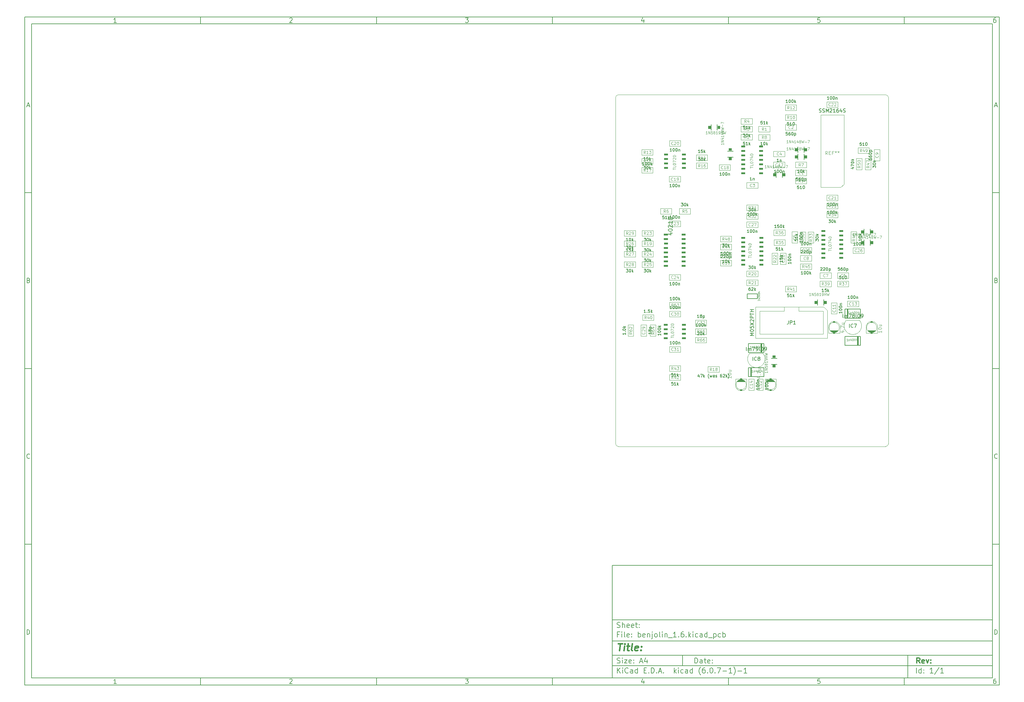
<source format=gbr>
%TF.GenerationSoftware,KiCad,Pcbnew,(6.0.7-1)-1*%
%TF.CreationDate,2022-10-07T09:47:06+07:00*%
%TF.ProjectId,benjolin_1.6,62656e6a-6f6c-4696-9e5f-312e362e6b69,rev?*%
%TF.SameCoordinates,Original*%
%TF.FileFunction,AssemblyDrawing,Top*%
%FSLAX46Y46*%
G04 Gerber Fmt 4.6, Leading zero omitted, Abs format (unit mm)*
G04 Created by KiCad (PCBNEW (6.0.7-1)-1) date 2022-10-07 09:47:06*
%MOMM*%
%LPD*%
G01*
G04 APERTURE LIST*
%ADD10C,0.100000*%
%ADD11C,0.150000*%
%ADD12C,0.300000*%
%ADD13C,0.400000*%
%TA.AperFunction,Profile*%
%ADD14C,0.100000*%
%TD*%
%ADD15C,0.120000*%
%ADD16C,0.127508*%
%ADD17C,0.101600*%
%ADD18C,0.081280*%
%ADD19C,0.063500*%
%ADD20C,0.127000*%
%ADD21C,0.121920*%
%ADD22C,0.203200*%
%ADD23C,0.152400*%
G04 APERTURE END LIST*
D10*
D11*
X177002200Y-166007200D02*
X177002200Y-198007200D01*
X285002200Y-198007200D01*
X285002200Y-166007200D01*
X177002200Y-166007200D01*
D10*
D11*
X10000000Y-10000000D02*
X10000000Y-200007200D01*
X287002200Y-200007200D01*
X287002200Y-10000000D01*
X10000000Y-10000000D01*
D10*
D11*
X12000000Y-12000000D02*
X12000000Y-198007200D01*
X285002200Y-198007200D01*
X285002200Y-12000000D01*
X12000000Y-12000000D01*
D10*
D11*
X60000000Y-12000000D02*
X60000000Y-10000000D01*
D10*
D11*
X110000000Y-12000000D02*
X110000000Y-10000000D01*
D10*
D11*
X160000000Y-12000000D02*
X160000000Y-10000000D01*
D10*
D11*
X210000000Y-12000000D02*
X210000000Y-10000000D01*
D10*
D11*
X260000000Y-12000000D02*
X260000000Y-10000000D01*
D10*
D11*
X36065476Y-11588095D02*
X35322619Y-11588095D01*
X35694047Y-11588095D02*
X35694047Y-10288095D01*
X35570238Y-10473809D01*
X35446428Y-10597619D01*
X35322619Y-10659523D01*
D10*
D11*
X85322619Y-10411904D02*
X85384523Y-10350000D01*
X85508333Y-10288095D01*
X85817857Y-10288095D01*
X85941666Y-10350000D01*
X86003571Y-10411904D01*
X86065476Y-10535714D01*
X86065476Y-10659523D01*
X86003571Y-10845238D01*
X85260714Y-11588095D01*
X86065476Y-11588095D01*
D10*
D11*
X135260714Y-10288095D02*
X136065476Y-10288095D01*
X135632142Y-10783333D01*
X135817857Y-10783333D01*
X135941666Y-10845238D01*
X136003571Y-10907142D01*
X136065476Y-11030952D01*
X136065476Y-11340476D01*
X136003571Y-11464285D01*
X135941666Y-11526190D01*
X135817857Y-11588095D01*
X135446428Y-11588095D01*
X135322619Y-11526190D01*
X135260714Y-11464285D01*
D10*
D11*
X185941666Y-10721428D02*
X185941666Y-11588095D01*
X185632142Y-10226190D02*
X185322619Y-11154761D01*
X186127380Y-11154761D01*
D10*
D11*
X236003571Y-10288095D02*
X235384523Y-10288095D01*
X235322619Y-10907142D01*
X235384523Y-10845238D01*
X235508333Y-10783333D01*
X235817857Y-10783333D01*
X235941666Y-10845238D01*
X236003571Y-10907142D01*
X236065476Y-11030952D01*
X236065476Y-11340476D01*
X236003571Y-11464285D01*
X235941666Y-11526190D01*
X235817857Y-11588095D01*
X235508333Y-11588095D01*
X235384523Y-11526190D01*
X235322619Y-11464285D01*
D10*
D11*
X285941666Y-10288095D02*
X285694047Y-10288095D01*
X285570238Y-10350000D01*
X285508333Y-10411904D01*
X285384523Y-10597619D01*
X285322619Y-10845238D01*
X285322619Y-11340476D01*
X285384523Y-11464285D01*
X285446428Y-11526190D01*
X285570238Y-11588095D01*
X285817857Y-11588095D01*
X285941666Y-11526190D01*
X286003571Y-11464285D01*
X286065476Y-11340476D01*
X286065476Y-11030952D01*
X286003571Y-10907142D01*
X285941666Y-10845238D01*
X285817857Y-10783333D01*
X285570238Y-10783333D01*
X285446428Y-10845238D01*
X285384523Y-10907142D01*
X285322619Y-11030952D01*
D10*
D11*
X60000000Y-198007200D02*
X60000000Y-200007200D01*
D10*
D11*
X110000000Y-198007200D02*
X110000000Y-200007200D01*
D10*
D11*
X160000000Y-198007200D02*
X160000000Y-200007200D01*
D10*
D11*
X210000000Y-198007200D02*
X210000000Y-200007200D01*
D10*
D11*
X260000000Y-198007200D02*
X260000000Y-200007200D01*
D10*
D11*
X36065476Y-199595295D02*
X35322619Y-199595295D01*
X35694047Y-199595295D02*
X35694047Y-198295295D01*
X35570238Y-198481009D01*
X35446428Y-198604819D01*
X35322619Y-198666723D01*
D10*
D11*
X85322619Y-198419104D02*
X85384523Y-198357200D01*
X85508333Y-198295295D01*
X85817857Y-198295295D01*
X85941666Y-198357200D01*
X86003571Y-198419104D01*
X86065476Y-198542914D01*
X86065476Y-198666723D01*
X86003571Y-198852438D01*
X85260714Y-199595295D01*
X86065476Y-199595295D01*
D10*
D11*
X135260714Y-198295295D02*
X136065476Y-198295295D01*
X135632142Y-198790533D01*
X135817857Y-198790533D01*
X135941666Y-198852438D01*
X136003571Y-198914342D01*
X136065476Y-199038152D01*
X136065476Y-199347676D01*
X136003571Y-199471485D01*
X135941666Y-199533390D01*
X135817857Y-199595295D01*
X135446428Y-199595295D01*
X135322619Y-199533390D01*
X135260714Y-199471485D01*
D10*
D11*
X185941666Y-198728628D02*
X185941666Y-199595295D01*
X185632142Y-198233390D02*
X185322619Y-199161961D01*
X186127380Y-199161961D01*
D10*
D11*
X236003571Y-198295295D02*
X235384523Y-198295295D01*
X235322619Y-198914342D01*
X235384523Y-198852438D01*
X235508333Y-198790533D01*
X235817857Y-198790533D01*
X235941666Y-198852438D01*
X236003571Y-198914342D01*
X236065476Y-199038152D01*
X236065476Y-199347676D01*
X236003571Y-199471485D01*
X235941666Y-199533390D01*
X235817857Y-199595295D01*
X235508333Y-199595295D01*
X235384523Y-199533390D01*
X235322619Y-199471485D01*
D10*
D11*
X285941666Y-198295295D02*
X285694047Y-198295295D01*
X285570238Y-198357200D01*
X285508333Y-198419104D01*
X285384523Y-198604819D01*
X285322619Y-198852438D01*
X285322619Y-199347676D01*
X285384523Y-199471485D01*
X285446428Y-199533390D01*
X285570238Y-199595295D01*
X285817857Y-199595295D01*
X285941666Y-199533390D01*
X286003571Y-199471485D01*
X286065476Y-199347676D01*
X286065476Y-199038152D01*
X286003571Y-198914342D01*
X285941666Y-198852438D01*
X285817857Y-198790533D01*
X285570238Y-198790533D01*
X285446428Y-198852438D01*
X285384523Y-198914342D01*
X285322619Y-199038152D01*
D10*
D11*
X10000000Y-60000000D02*
X12000000Y-60000000D01*
D10*
D11*
X10000000Y-110000000D02*
X12000000Y-110000000D01*
D10*
D11*
X10000000Y-160000000D02*
X12000000Y-160000000D01*
D10*
D11*
X10690476Y-35216666D02*
X11309523Y-35216666D01*
X10566666Y-35588095D02*
X11000000Y-34288095D01*
X11433333Y-35588095D01*
D10*
D11*
X11092857Y-84907142D02*
X11278571Y-84969047D01*
X11340476Y-85030952D01*
X11402380Y-85154761D01*
X11402380Y-85340476D01*
X11340476Y-85464285D01*
X11278571Y-85526190D01*
X11154761Y-85588095D01*
X10659523Y-85588095D01*
X10659523Y-84288095D01*
X11092857Y-84288095D01*
X11216666Y-84350000D01*
X11278571Y-84411904D01*
X11340476Y-84535714D01*
X11340476Y-84659523D01*
X11278571Y-84783333D01*
X11216666Y-84845238D01*
X11092857Y-84907142D01*
X10659523Y-84907142D01*
D10*
D11*
X11402380Y-135464285D02*
X11340476Y-135526190D01*
X11154761Y-135588095D01*
X11030952Y-135588095D01*
X10845238Y-135526190D01*
X10721428Y-135402380D01*
X10659523Y-135278571D01*
X10597619Y-135030952D01*
X10597619Y-134845238D01*
X10659523Y-134597619D01*
X10721428Y-134473809D01*
X10845238Y-134350000D01*
X11030952Y-134288095D01*
X11154761Y-134288095D01*
X11340476Y-134350000D01*
X11402380Y-134411904D01*
D10*
D11*
X10659523Y-185588095D02*
X10659523Y-184288095D01*
X10969047Y-184288095D01*
X11154761Y-184350000D01*
X11278571Y-184473809D01*
X11340476Y-184597619D01*
X11402380Y-184845238D01*
X11402380Y-185030952D01*
X11340476Y-185278571D01*
X11278571Y-185402380D01*
X11154761Y-185526190D01*
X10969047Y-185588095D01*
X10659523Y-185588095D01*
D10*
D11*
X287002200Y-60000000D02*
X285002200Y-60000000D01*
D10*
D11*
X287002200Y-110000000D02*
X285002200Y-110000000D01*
D10*
D11*
X287002200Y-160000000D02*
X285002200Y-160000000D01*
D10*
D11*
X285692676Y-35216666D02*
X286311723Y-35216666D01*
X285568866Y-35588095D02*
X286002200Y-34288095D01*
X286435533Y-35588095D01*
D10*
D11*
X286095057Y-84907142D02*
X286280771Y-84969047D01*
X286342676Y-85030952D01*
X286404580Y-85154761D01*
X286404580Y-85340476D01*
X286342676Y-85464285D01*
X286280771Y-85526190D01*
X286156961Y-85588095D01*
X285661723Y-85588095D01*
X285661723Y-84288095D01*
X286095057Y-84288095D01*
X286218866Y-84350000D01*
X286280771Y-84411904D01*
X286342676Y-84535714D01*
X286342676Y-84659523D01*
X286280771Y-84783333D01*
X286218866Y-84845238D01*
X286095057Y-84907142D01*
X285661723Y-84907142D01*
D10*
D11*
X286404580Y-135464285D02*
X286342676Y-135526190D01*
X286156961Y-135588095D01*
X286033152Y-135588095D01*
X285847438Y-135526190D01*
X285723628Y-135402380D01*
X285661723Y-135278571D01*
X285599819Y-135030952D01*
X285599819Y-134845238D01*
X285661723Y-134597619D01*
X285723628Y-134473809D01*
X285847438Y-134350000D01*
X286033152Y-134288095D01*
X286156961Y-134288095D01*
X286342676Y-134350000D01*
X286404580Y-134411904D01*
D10*
D11*
X285661723Y-185588095D02*
X285661723Y-184288095D01*
X285971247Y-184288095D01*
X286156961Y-184350000D01*
X286280771Y-184473809D01*
X286342676Y-184597619D01*
X286404580Y-184845238D01*
X286404580Y-185030952D01*
X286342676Y-185278571D01*
X286280771Y-185402380D01*
X286156961Y-185526190D01*
X285971247Y-185588095D01*
X285661723Y-185588095D01*
D10*
D11*
X200434342Y-193785771D02*
X200434342Y-192285771D01*
X200791485Y-192285771D01*
X201005771Y-192357200D01*
X201148628Y-192500057D01*
X201220057Y-192642914D01*
X201291485Y-192928628D01*
X201291485Y-193142914D01*
X201220057Y-193428628D01*
X201148628Y-193571485D01*
X201005771Y-193714342D01*
X200791485Y-193785771D01*
X200434342Y-193785771D01*
X202577200Y-193785771D02*
X202577200Y-193000057D01*
X202505771Y-192857200D01*
X202362914Y-192785771D01*
X202077200Y-192785771D01*
X201934342Y-192857200D01*
X202577200Y-193714342D02*
X202434342Y-193785771D01*
X202077200Y-193785771D01*
X201934342Y-193714342D01*
X201862914Y-193571485D01*
X201862914Y-193428628D01*
X201934342Y-193285771D01*
X202077200Y-193214342D01*
X202434342Y-193214342D01*
X202577200Y-193142914D01*
X203077200Y-192785771D02*
X203648628Y-192785771D01*
X203291485Y-192285771D02*
X203291485Y-193571485D01*
X203362914Y-193714342D01*
X203505771Y-193785771D01*
X203648628Y-193785771D01*
X204720057Y-193714342D02*
X204577200Y-193785771D01*
X204291485Y-193785771D01*
X204148628Y-193714342D01*
X204077200Y-193571485D01*
X204077200Y-193000057D01*
X204148628Y-192857200D01*
X204291485Y-192785771D01*
X204577200Y-192785771D01*
X204720057Y-192857200D01*
X204791485Y-193000057D01*
X204791485Y-193142914D01*
X204077200Y-193285771D01*
X205434342Y-193642914D02*
X205505771Y-193714342D01*
X205434342Y-193785771D01*
X205362914Y-193714342D01*
X205434342Y-193642914D01*
X205434342Y-193785771D01*
X205434342Y-192857200D02*
X205505771Y-192928628D01*
X205434342Y-193000057D01*
X205362914Y-192928628D01*
X205434342Y-192857200D01*
X205434342Y-193000057D01*
D10*
D11*
X177002200Y-194507200D02*
X285002200Y-194507200D01*
D10*
D11*
X178434342Y-196585771D02*
X178434342Y-195085771D01*
X179291485Y-196585771D02*
X178648628Y-195728628D01*
X179291485Y-195085771D02*
X178434342Y-195942914D01*
X179934342Y-196585771D02*
X179934342Y-195585771D01*
X179934342Y-195085771D02*
X179862914Y-195157200D01*
X179934342Y-195228628D01*
X180005771Y-195157200D01*
X179934342Y-195085771D01*
X179934342Y-195228628D01*
X181505771Y-196442914D02*
X181434342Y-196514342D01*
X181220057Y-196585771D01*
X181077200Y-196585771D01*
X180862914Y-196514342D01*
X180720057Y-196371485D01*
X180648628Y-196228628D01*
X180577200Y-195942914D01*
X180577200Y-195728628D01*
X180648628Y-195442914D01*
X180720057Y-195300057D01*
X180862914Y-195157200D01*
X181077200Y-195085771D01*
X181220057Y-195085771D01*
X181434342Y-195157200D01*
X181505771Y-195228628D01*
X182791485Y-196585771D02*
X182791485Y-195800057D01*
X182720057Y-195657200D01*
X182577200Y-195585771D01*
X182291485Y-195585771D01*
X182148628Y-195657200D01*
X182791485Y-196514342D02*
X182648628Y-196585771D01*
X182291485Y-196585771D01*
X182148628Y-196514342D01*
X182077200Y-196371485D01*
X182077200Y-196228628D01*
X182148628Y-196085771D01*
X182291485Y-196014342D01*
X182648628Y-196014342D01*
X182791485Y-195942914D01*
X184148628Y-196585771D02*
X184148628Y-195085771D01*
X184148628Y-196514342D02*
X184005771Y-196585771D01*
X183720057Y-196585771D01*
X183577200Y-196514342D01*
X183505771Y-196442914D01*
X183434342Y-196300057D01*
X183434342Y-195871485D01*
X183505771Y-195728628D01*
X183577200Y-195657200D01*
X183720057Y-195585771D01*
X184005771Y-195585771D01*
X184148628Y-195657200D01*
X186005771Y-195800057D02*
X186505771Y-195800057D01*
X186720057Y-196585771D02*
X186005771Y-196585771D01*
X186005771Y-195085771D01*
X186720057Y-195085771D01*
X187362914Y-196442914D02*
X187434342Y-196514342D01*
X187362914Y-196585771D01*
X187291485Y-196514342D01*
X187362914Y-196442914D01*
X187362914Y-196585771D01*
X188077200Y-196585771D02*
X188077200Y-195085771D01*
X188434342Y-195085771D01*
X188648628Y-195157200D01*
X188791485Y-195300057D01*
X188862914Y-195442914D01*
X188934342Y-195728628D01*
X188934342Y-195942914D01*
X188862914Y-196228628D01*
X188791485Y-196371485D01*
X188648628Y-196514342D01*
X188434342Y-196585771D01*
X188077200Y-196585771D01*
X189577200Y-196442914D02*
X189648628Y-196514342D01*
X189577200Y-196585771D01*
X189505771Y-196514342D01*
X189577200Y-196442914D01*
X189577200Y-196585771D01*
X190220057Y-196157200D02*
X190934342Y-196157200D01*
X190077200Y-196585771D02*
X190577200Y-195085771D01*
X191077200Y-196585771D01*
X191577200Y-196442914D02*
X191648628Y-196514342D01*
X191577200Y-196585771D01*
X191505771Y-196514342D01*
X191577200Y-196442914D01*
X191577200Y-196585771D01*
X194577200Y-196585771D02*
X194577200Y-195085771D01*
X194720057Y-196014342D02*
X195148628Y-196585771D01*
X195148628Y-195585771D02*
X194577200Y-196157200D01*
X195791485Y-196585771D02*
X195791485Y-195585771D01*
X195791485Y-195085771D02*
X195720057Y-195157200D01*
X195791485Y-195228628D01*
X195862914Y-195157200D01*
X195791485Y-195085771D01*
X195791485Y-195228628D01*
X197148628Y-196514342D02*
X197005771Y-196585771D01*
X196720057Y-196585771D01*
X196577200Y-196514342D01*
X196505771Y-196442914D01*
X196434342Y-196300057D01*
X196434342Y-195871485D01*
X196505771Y-195728628D01*
X196577200Y-195657200D01*
X196720057Y-195585771D01*
X197005771Y-195585771D01*
X197148628Y-195657200D01*
X198434342Y-196585771D02*
X198434342Y-195800057D01*
X198362914Y-195657200D01*
X198220057Y-195585771D01*
X197934342Y-195585771D01*
X197791485Y-195657200D01*
X198434342Y-196514342D02*
X198291485Y-196585771D01*
X197934342Y-196585771D01*
X197791485Y-196514342D01*
X197720057Y-196371485D01*
X197720057Y-196228628D01*
X197791485Y-196085771D01*
X197934342Y-196014342D01*
X198291485Y-196014342D01*
X198434342Y-195942914D01*
X199791485Y-196585771D02*
X199791485Y-195085771D01*
X199791485Y-196514342D02*
X199648628Y-196585771D01*
X199362914Y-196585771D01*
X199220057Y-196514342D01*
X199148628Y-196442914D01*
X199077200Y-196300057D01*
X199077200Y-195871485D01*
X199148628Y-195728628D01*
X199220057Y-195657200D01*
X199362914Y-195585771D01*
X199648628Y-195585771D01*
X199791485Y-195657200D01*
X202077200Y-197157200D02*
X202005771Y-197085771D01*
X201862914Y-196871485D01*
X201791485Y-196728628D01*
X201720057Y-196514342D01*
X201648628Y-196157200D01*
X201648628Y-195871485D01*
X201720057Y-195514342D01*
X201791485Y-195300057D01*
X201862914Y-195157200D01*
X202005771Y-194942914D01*
X202077200Y-194871485D01*
X203291485Y-195085771D02*
X203005771Y-195085771D01*
X202862914Y-195157200D01*
X202791485Y-195228628D01*
X202648628Y-195442914D01*
X202577200Y-195728628D01*
X202577200Y-196300057D01*
X202648628Y-196442914D01*
X202720057Y-196514342D01*
X202862914Y-196585771D01*
X203148628Y-196585771D01*
X203291485Y-196514342D01*
X203362914Y-196442914D01*
X203434342Y-196300057D01*
X203434342Y-195942914D01*
X203362914Y-195800057D01*
X203291485Y-195728628D01*
X203148628Y-195657200D01*
X202862914Y-195657200D01*
X202720057Y-195728628D01*
X202648628Y-195800057D01*
X202577200Y-195942914D01*
X204077200Y-196442914D02*
X204148628Y-196514342D01*
X204077200Y-196585771D01*
X204005771Y-196514342D01*
X204077200Y-196442914D01*
X204077200Y-196585771D01*
X205077200Y-195085771D02*
X205220057Y-195085771D01*
X205362914Y-195157200D01*
X205434342Y-195228628D01*
X205505771Y-195371485D01*
X205577200Y-195657200D01*
X205577200Y-196014342D01*
X205505771Y-196300057D01*
X205434342Y-196442914D01*
X205362914Y-196514342D01*
X205220057Y-196585771D01*
X205077200Y-196585771D01*
X204934342Y-196514342D01*
X204862914Y-196442914D01*
X204791485Y-196300057D01*
X204720057Y-196014342D01*
X204720057Y-195657200D01*
X204791485Y-195371485D01*
X204862914Y-195228628D01*
X204934342Y-195157200D01*
X205077200Y-195085771D01*
X206220057Y-196442914D02*
X206291485Y-196514342D01*
X206220057Y-196585771D01*
X206148628Y-196514342D01*
X206220057Y-196442914D01*
X206220057Y-196585771D01*
X206791485Y-195085771D02*
X207791485Y-195085771D01*
X207148628Y-196585771D01*
X208362914Y-196014342D02*
X209505771Y-196014342D01*
X211005771Y-196585771D02*
X210148628Y-196585771D01*
X210577200Y-196585771D02*
X210577200Y-195085771D01*
X210434342Y-195300057D01*
X210291485Y-195442914D01*
X210148628Y-195514342D01*
X211505771Y-197157200D02*
X211577200Y-197085771D01*
X211720057Y-196871485D01*
X211791485Y-196728628D01*
X211862914Y-196514342D01*
X211934342Y-196157200D01*
X211934342Y-195871485D01*
X211862914Y-195514342D01*
X211791485Y-195300057D01*
X211720057Y-195157200D01*
X211577200Y-194942914D01*
X211505771Y-194871485D01*
X212648628Y-196014342D02*
X213791485Y-196014342D01*
X215291485Y-196585771D02*
X214434342Y-196585771D01*
X214862914Y-196585771D02*
X214862914Y-195085771D01*
X214720057Y-195300057D01*
X214577200Y-195442914D01*
X214434342Y-195514342D01*
D10*
D11*
X177002200Y-191507200D02*
X285002200Y-191507200D01*
D10*
D12*
X264411485Y-193785771D02*
X263911485Y-193071485D01*
X263554342Y-193785771D02*
X263554342Y-192285771D01*
X264125771Y-192285771D01*
X264268628Y-192357200D01*
X264340057Y-192428628D01*
X264411485Y-192571485D01*
X264411485Y-192785771D01*
X264340057Y-192928628D01*
X264268628Y-193000057D01*
X264125771Y-193071485D01*
X263554342Y-193071485D01*
X265625771Y-193714342D02*
X265482914Y-193785771D01*
X265197200Y-193785771D01*
X265054342Y-193714342D01*
X264982914Y-193571485D01*
X264982914Y-193000057D01*
X265054342Y-192857200D01*
X265197200Y-192785771D01*
X265482914Y-192785771D01*
X265625771Y-192857200D01*
X265697200Y-193000057D01*
X265697200Y-193142914D01*
X264982914Y-193285771D01*
X266197200Y-192785771D02*
X266554342Y-193785771D01*
X266911485Y-192785771D01*
X267482914Y-193642914D02*
X267554342Y-193714342D01*
X267482914Y-193785771D01*
X267411485Y-193714342D01*
X267482914Y-193642914D01*
X267482914Y-193785771D01*
X267482914Y-192857200D02*
X267554342Y-192928628D01*
X267482914Y-193000057D01*
X267411485Y-192928628D01*
X267482914Y-192857200D01*
X267482914Y-193000057D01*
D10*
D11*
X178362914Y-193714342D02*
X178577200Y-193785771D01*
X178934342Y-193785771D01*
X179077200Y-193714342D01*
X179148628Y-193642914D01*
X179220057Y-193500057D01*
X179220057Y-193357200D01*
X179148628Y-193214342D01*
X179077200Y-193142914D01*
X178934342Y-193071485D01*
X178648628Y-193000057D01*
X178505771Y-192928628D01*
X178434342Y-192857200D01*
X178362914Y-192714342D01*
X178362914Y-192571485D01*
X178434342Y-192428628D01*
X178505771Y-192357200D01*
X178648628Y-192285771D01*
X179005771Y-192285771D01*
X179220057Y-192357200D01*
X179862914Y-193785771D02*
X179862914Y-192785771D01*
X179862914Y-192285771D02*
X179791485Y-192357200D01*
X179862914Y-192428628D01*
X179934342Y-192357200D01*
X179862914Y-192285771D01*
X179862914Y-192428628D01*
X180434342Y-192785771D02*
X181220057Y-192785771D01*
X180434342Y-193785771D01*
X181220057Y-193785771D01*
X182362914Y-193714342D02*
X182220057Y-193785771D01*
X181934342Y-193785771D01*
X181791485Y-193714342D01*
X181720057Y-193571485D01*
X181720057Y-193000057D01*
X181791485Y-192857200D01*
X181934342Y-192785771D01*
X182220057Y-192785771D01*
X182362914Y-192857200D01*
X182434342Y-193000057D01*
X182434342Y-193142914D01*
X181720057Y-193285771D01*
X183077200Y-193642914D02*
X183148628Y-193714342D01*
X183077200Y-193785771D01*
X183005771Y-193714342D01*
X183077200Y-193642914D01*
X183077200Y-193785771D01*
X183077200Y-192857200D02*
X183148628Y-192928628D01*
X183077200Y-193000057D01*
X183005771Y-192928628D01*
X183077200Y-192857200D01*
X183077200Y-193000057D01*
X184862914Y-193357200D02*
X185577200Y-193357200D01*
X184720057Y-193785771D02*
X185220057Y-192285771D01*
X185720057Y-193785771D01*
X186862914Y-192785771D02*
X186862914Y-193785771D01*
X186505771Y-192214342D02*
X186148628Y-193285771D01*
X187077200Y-193285771D01*
D10*
D11*
X263434342Y-196585771D02*
X263434342Y-195085771D01*
X264791485Y-196585771D02*
X264791485Y-195085771D01*
X264791485Y-196514342D02*
X264648628Y-196585771D01*
X264362914Y-196585771D01*
X264220057Y-196514342D01*
X264148628Y-196442914D01*
X264077200Y-196300057D01*
X264077200Y-195871485D01*
X264148628Y-195728628D01*
X264220057Y-195657200D01*
X264362914Y-195585771D01*
X264648628Y-195585771D01*
X264791485Y-195657200D01*
X265505771Y-196442914D02*
X265577200Y-196514342D01*
X265505771Y-196585771D01*
X265434342Y-196514342D01*
X265505771Y-196442914D01*
X265505771Y-196585771D01*
X265505771Y-195657200D02*
X265577200Y-195728628D01*
X265505771Y-195800057D01*
X265434342Y-195728628D01*
X265505771Y-195657200D01*
X265505771Y-195800057D01*
X268148628Y-196585771D02*
X267291485Y-196585771D01*
X267720057Y-196585771D02*
X267720057Y-195085771D01*
X267577200Y-195300057D01*
X267434342Y-195442914D01*
X267291485Y-195514342D01*
X269862914Y-195014342D02*
X268577200Y-196942914D01*
X271148628Y-196585771D02*
X270291485Y-196585771D01*
X270720057Y-196585771D02*
X270720057Y-195085771D01*
X270577200Y-195300057D01*
X270434342Y-195442914D01*
X270291485Y-195514342D01*
D10*
D11*
X177002200Y-187507200D02*
X285002200Y-187507200D01*
D10*
D13*
X178714580Y-188211961D02*
X179857438Y-188211961D01*
X179036009Y-190211961D02*
X179286009Y-188211961D01*
X180274104Y-190211961D02*
X180440771Y-188878628D01*
X180524104Y-188211961D02*
X180416961Y-188307200D01*
X180500295Y-188402438D01*
X180607438Y-188307200D01*
X180524104Y-188211961D01*
X180500295Y-188402438D01*
X181107438Y-188878628D02*
X181869342Y-188878628D01*
X181476485Y-188211961D02*
X181262200Y-189926247D01*
X181333628Y-190116723D01*
X181512200Y-190211961D01*
X181702676Y-190211961D01*
X182655057Y-190211961D02*
X182476485Y-190116723D01*
X182405057Y-189926247D01*
X182619342Y-188211961D01*
X184190771Y-190116723D02*
X183988390Y-190211961D01*
X183607438Y-190211961D01*
X183428866Y-190116723D01*
X183357438Y-189926247D01*
X183452676Y-189164342D01*
X183571723Y-188973866D01*
X183774104Y-188878628D01*
X184155057Y-188878628D01*
X184333628Y-188973866D01*
X184405057Y-189164342D01*
X184381247Y-189354819D01*
X183405057Y-189545295D01*
X185155057Y-190021485D02*
X185238390Y-190116723D01*
X185131247Y-190211961D01*
X185047914Y-190116723D01*
X185155057Y-190021485D01*
X185131247Y-190211961D01*
X185286009Y-188973866D02*
X185369342Y-189069104D01*
X185262200Y-189164342D01*
X185178866Y-189069104D01*
X185286009Y-188973866D01*
X185262200Y-189164342D01*
D10*
D11*
X178934342Y-185600057D02*
X178434342Y-185600057D01*
X178434342Y-186385771D02*
X178434342Y-184885771D01*
X179148628Y-184885771D01*
X179720057Y-186385771D02*
X179720057Y-185385771D01*
X179720057Y-184885771D02*
X179648628Y-184957200D01*
X179720057Y-185028628D01*
X179791485Y-184957200D01*
X179720057Y-184885771D01*
X179720057Y-185028628D01*
X180648628Y-186385771D02*
X180505771Y-186314342D01*
X180434342Y-186171485D01*
X180434342Y-184885771D01*
X181791485Y-186314342D02*
X181648628Y-186385771D01*
X181362914Y-186385771D01*
X181220057Y-186314342D01*
X181148628Y-186171485D01*
X181148628Y-185600057D01*
X181220057Y-185457200D01*
X181362914Y-185385771D01*
X181648628Y-185385771D01*
X181791485Y-185457200D01*
X181862914Y-185600057D01*
X181862914Y-185742914D01*
X181148628Y-185885771D01*
X182505771Y-186242914D02*
X182577200Y-186314342D01*
X182505771Y-186385771D01*
X182434342Y-186314342D01*
X182505771Y-186242914D01*
X182505771Y-186385771D01*
X182505771Y-185457200D02*
X182577200Y-185528628D01*
X182505771Y-185600057D01*
X182434342Y-185528628D01*
X182505771Y-185457200D01*
X182505771Y-185600057D01*
X184362914Y-186385771D02*
X184362914Y-184885771D01*
X184362914Y-185457200D02*
X184505771Y-185385771D01*
X184791485Y-185385771D01*
X184934342Y-185457200D01*
X185005771Y-185528628D01*
X185077200Y-185671485D01*
X185077200Y-186100057D01*
X185005771Y-186242914D01*
X184934342Y-186314342D01*
X184791485Y-186385771D01*
X184505771Y-186385771D01*
X184362914Y-186314342D01*
X186291485Y-186314342D02*
X186148628Y-186385771D01*
X185862914Y-186385771D01*
X185720057Y-186314342D01*
X185648628Y-186171485D01*
X185648628Y-185600057D01*
X185720057Y-185457200D01*
X185862914Y-185385771D01*
X186148628Y-185385771D01*
X186291485Y-185457200D01*
X186362914Y-185600057D01*
X186362914Y-185742914D01*
X185648628Y-185885771D01*
X187005771Y-185385771D02*
X187005771Y-186385771D01*
X187005771Y-185528628D02*
X187077200Y-185457200D01*
X187220057Y-185385771D01*
X187434342Y-185385771D01*
X187577200Y-185457200D01*
X187648628Y-185600057D01*
X187648628Y-186385771D01*
X188362914Y-185385771D02*
X188362914Y-186671485D01*
X188291485Y-186814342D01*
X188148628Y-186885771D01*
X188077200Y-186885771D01*
X188362914Y-184885771D02*
X188291485Y-184957200D01*
X188362914Y-185028628D01*
X188434342Y-184957200D01*
X188362914Y-184885771D01*
X188362914Y-185028628D01*
X189291485Y-186385771D02*
X189148628Y-186314342D01*
X189077200Y-186242914D01*
X189005771Y-186100057D01*
X189005771Y-185671485D01*
X189077200Y-185528628D01*
X189148628Y-185457200D01*
X189291485Y-185385771D01*
X189505771Y-185385771D01*
X189648628Y-185457200D01*
X189720057Y-185528628D01*
X189791485Y-185671485D01*
X189791485Y-186100057D01*
X189720057Y-186242914D01*
X189648628Y-186314342D01*
X189505771Y-186385771D01*
X189291485Y-186385771D01*
X190648628Y-186385771D02*
X190505771Y-186314342D01*
X190434342Y-186171485D01*
X190434342Y-184885771D01*
X191220057Y-186385771D02*
X191220057Y-185385771D01*
X191220057Y-184885771D02*
X191148628Y-184957200D01*
X191220057Y-185028628D01*
X191291485Y-184957200D01*
X191220057Y-184885771D01*
X191220057Y-185028628D01*
X191934342Y-185385771D02*
X191934342Y-186385771D01*
X191934342Y-185528628D02*
X192005771Y-185457200D01*
X192148628Y-185385771D01*
X192362914Y-185385771D01*
X192505771Y-185457200D01*
X192577200Y-185600057D01*
X192577200Y-186385771D01*
X192934342Y-186528628D02*
X194077200Y-186528628D01*
X195220057Y-186385771D02*
X194362914Y-186385771D01*
X194791485Y-186385771D02*
X194791485Y-184885771D01*
X194648628Y-185100057D01*
X194505771Y-185242914D01*
X194362914Y-185314342D01*
X195862914Y-186242914D02*
X195934342Y-186314342D01*
X195862914Y-186385771D01*
X195791485Y-186314342D01*
X195862914Y-186242914D01*
X195862914Y-186385771D01*
X197220057Y-184885771D02*
X196934342Y-184885771D01*
X196791485Y-184957200D01*
X196720057Y-185028628D01*
X196577200Y-185242914D01*
X196505771Y-185528628D01*
X196505771Y-186100057D01*
X196577200Y-186242914D01*
X196648628Y-186314342D01*
X196791485Y-186385771D01*
X197077200Y-186385771D01*
X197220057Y-186314342D01*
X197291485Y-186242914D01*
X197362914Y-186100057D01*
X197362914Y-185742914D01*
X197291485Y-185600057D01*
X197220057Y-185528628D01*
X197077200Y-185457200D01*
X196791485Y-185457200D01*
X196648628Y-185528628D01*
X196577200Y-185600057D01*
X196505771Y-185742914D01*
X198005771Y-186242914D02*
X198077200Y-186314342D01*
X198005771Y-186385771D01*
X197934342Y-186314342D01*
X198005771Y-186242914D01*
X198005771Y-186385771D01*
X198720057Y-186385771D02*
X198720057Y-184885771D01*
X198862914Y-185814342D02*
X199291485Y-186385771D01*
X199291485Y-185385771D02*
X198720057Y-185957200D01*
X199934342Y-186385771D02*
X199934342Y-185385771D01*
X199934342Y-184885771D02*
X199862914Y-184957200D01*
X199934342Y-185028628D01*
X200005771Y-184957200D01*
X199934342Y-184885771D01*
X199934342Y-185028628D01*
X201291485Y-186314342D02*
X201148628Y-186385771D01*
X200862914Y-186385771D01*
X200720057Y-186314342D01*
X200648628Y-186242914D01*
X200577200Y-186100057D01*
X200577200Y-185671485D01*
X200648628Y-185528628D01*
X200720057Y-185457200D01*
X200862914Y-185385771D01*
X201148628Y-185385771D01*
X201291485Y-185457200D01*
X202577200Y-186385771D02*
X202577200Y-185600057D01*
X202505771Y-185457200D01*
X202362914Y-185385771D01*
X202077200Y-185385771D01*
X201934342Y-185457200D01*
X202577200Y-186314342D02*
X202434342Y-186385771D01*
X202077200Y-186385771D01*
X201934342Y-186314342D01*
X201862914Y-186171485D01*
X201862914Y-186028628D01*
X201934342Y-185885771D01*
X202077200Y-185814342D01*
X202434342Y-185814342D01*
X202577200Y-185742914D01*
X203934342Y-186385771D02*
X203934342Y-184885771D01*
X203934342Y-186314342D02*
X203791485Y-186385771D01*
X203505771Y-186385771D01*
X203362914Y-186314342D01*
X203291485Y-186242914D01*
X203220057Y-186100057D01*
X203220057Y-185671485D01*
X203291485Y-185528628D01*
X203362914Y-185457200D01*
X203505771Y-185385771D01*
X203791485Y-185385771D01*
X203934342Y-185457200D01*
X204291485Y-186528628D02*
X205434342Y-186528628D01*
X205791485Y-185385771D02*
X205791485Y-186885771D01*
X205791485Y-185457200D02*
X205934342Y-185385771D01*
X206220057Y-185385771D01*
X206362914Y-185457200D01*
X206434342Y-185528628D01*
X206505771Y-185671485D01*
X206505771Y-186100057D01*
X206434342Y-186242914D01*
X206362914Y-186314342D01*
X206220057Y-186385771D01*
X205934342Y-186385771D01*
X205791485Y-186314342D01*
X207791485Y-186314342D02*
X207648628Y-186385771D01*
X207362914Y-186385771D01*
X207220057Y-186314342D01*
X207148628Y-186242914D01*
X207077200Y-186100057D01*
X207077200Y-185671485D01*
X207148628Y-185528628D01*
X207220057Y-185457200D01*
X207362914Y-185385771D01*
X207648628Y-185385771D01*
X207791485Y-185457200D01*
X208434342Y-186385771D02*
X208434342Y-184885771D01*
X208434342Y-185457200D02*
X208577200Y-185385771D01*
X208862914Y-185385771D01*
X209005771Y-185457200D01*
X209077200Y-185528628D01*
X209148628Y-185671485D01*
X209148628Y-186100057D01*
X209077200Y-186242914D01*
X209005771Y-186314342D01*
X208862914Y-186385771D01*
X208577200Y-186385771D01*
X208434342Y-186314342D01*
D10*
D11*
X177002200Y-181507200D02*
X285002200Y-181507200D01*
D10*
D11*
X178362914Y-183614342D02*
X178577200Y-183685771D01*
X178934342Y-183685771D01*
X179077200Y-183614342D01*
X179148628Y-183542914D01*
X179220057Y-183400057D01*
X179220057Y-183257200D01*
X179148628Y-183114342D01*
X179077200Y-183042914D01*
X178934342Y-182971485D01*
X178648628Y-182900057D01*
X178505771Y-182828628D01*
X178434342Y-182757200D01*
X178362914Y-182614342D01*
X178362914Y-182471485D01*
X178434342Y-182328628D01*
X178505771Y-182257200D01*
X178648628Y-182185771D01*
X179005771Y-182185771D01*
X179220057Y-182257200D01*
X179862914Y-183685771D02*
X179862914Y-182185771D01*
X180505771Y-183685771D02*
X180505771Y-182900057D01*
X180434342Y-182757200D01*
X180291485Y-182685771D01*
X180077200Y-182685771D01*
X179934342Y-182757200D01*
X179862914Y-182828628D01*
X181791485Y-183614342D02*
X181648628Y-183685771D01*
X181362914Y-183685771D01*
X181220057Y-183614342D01*
X181148628Y-183471485D01*
X181148628Y-182900057D01*
X181220057Y-182757200D01*
X181362914Y-182685771D01*
X181648628Y-182685771D01*
X181791485Y-182757200D01*
X181862914Y-182900057D01*
X181862914Y-183042914D01*
X181148628Y-183185771D01*
X183077200Y-183614342D02*
X182934342Y-183685771D01*
X182648628Y-183685771D01*
X182505771Y-183614342D01*
X182434342Y-183471485D01*
X182434342Y-182900057D01*
X182505771Y-182757200D01*
X182648628Y-182685771D01*
X182934342Y-182685771D01*
X183077200Y-182757200D01*
X183148628Y-182900057D01*
X183148628Y-183042914D01*
X182434342Y-183185771D01*
X183577200Y-182685771D02*
X184148628Y-182685771D01*
X183791485Y-182185771D02*
X183791485Y-183471485D01*
X183862914Y-183614342D01*
X184005771Y-183685771D01*
X184148628Y-183685771D01*
X184648628Y-183542914D02*
X184720057Y-183614342D01*
X184648628Y-183685771D01*
X184577200Y-183614342D01*
X184648628Y-183542914D01*
X184648628Y-183685771D01*
X184648628Y-182757200D02*
X184720057Y-182828628D01*
X184648628Y-182900057D01*
X184577200Y-182828628D01*
X184648628Y-182757200D01*
X184648628Y-182900057D01*
D10*
D12*
D10*
D11*
D10*
D11*
D10*
D11*
D10*
D11*
D10*
D11*
X197002200Y-191507200D02*
X197002200Y-194507200D01*
D10*
D11*
X261002200Y-191507200D02*
X261002200Y-198007200D01*
D14*
X255450614Y-32899678D02*
X255450000Y-131440000D01*
X254700614Y-32149678D02*
X178700000Y-32149678D01*
X178700000Y-132157000D02*
X254699204Y-132157000D01*
X254699209Y-132157495D02*
G75*
G03*
X255450000Y-131440000I-8128J760069D01*
G01*
X177950000Y-32899678D02*
X177950000Y-131407000D01*
X177950000Y-131407000D02*
G75*
G03*
X178700000Y-132157000I750000J0D01*
G01*
X178700000Y-32149700D02*
G75*
G03*
X177950000Y-32899678I0J-750000D01*
G01*
X255450613Y-32899678D02*
G75*
G03*
X254700614Y-32149678I-750018J-18D01*
G01*
D11*
%TO.C,JP1*%
X217172380Y-100570357D02*
X216172380Y-100570357D01*
X216886666Y-100237023D01*
X216172380Y-99903690D01*
X217172380Y-99903690D01*
X216172380Y-99237023D02*
X216172380Y-99141785D01*
X216220000Y-99046547D01*
X216267619Y-98998928D01*
X216362857Y-98951309D01*
X216553333Y-98903690D01*
X216791428Y-98903690D01*
X216981904Y-98951309D01*
X217077142Y-98998928D01*
X217124761Y-99046547D01*
X217172380Y-99141785D01*
X217172380Y-99237023D01*
X217124761Y-99332261D01*
X217077142Y-99379880D01*
X216981904Y-99427500D01*
X216791428Y-99475119D01*
X216553333Y-99475119D01*
X216362857Y-99427500D01*
X216267619Y-99379880D01*
X216220000Y-99332261D01*
X216172380Y-99237023D01*
X216172380Y-97998928D02*
X216172380Y-98475119D01*
X216648571Y-98522738D01*
X216600952Y-98475119D01*
X216553333Y-98379880D01*
X216553333Y-98141785D01*
X216600952Y-98046547D01*
X216648571Y-97998928D01*
X216743809Y-97951309D01*
X216981904Y-97951309D01*
X217077142Y-97998928D01*
X217124761Y-98046547D01*
X217172380Y-98141785D01*
X217172380Y-98379880D01*
X217124761Y-98475119D01*
X217077142Y-98522738D01*
X216172380Y-97617976D02*
X217172380Y-96951309D01*
X216172380Y-96951309D02*
X217172380Y-97617976D01*
X216267619Y-96617976D02*
X216220000Y-96570357D01*
X216172380Y-96475119D01*
X216172380Y-96237023D01*
X216220000Y-96141785D01*
X216267619Y-96094166D01*
X216362857Y-96046547D01*
X216458095Y-96046547D01*
X216600952Y-96094166D01*
X217172380Y-96665595D01*
X217172380Y-96046547D01*
X217172380Y-95617976D02*
X216172380Y-95617976D01*
X216172380Y-95237023D01*
X216220000Y-95141785D01*
X216267619Y-95094166D01*
X216362857Y-95046547D01*
X216505714Y-95046547D01*
X216600952Y-95094166D01*
X216648571Y-95141785D01*
X216696190Y-95237023D01*
X216696190Y-95617976D01*
X216172380Y-94760833D02*
X216172380Y-94189404D01*
X217172380Y-94475119D02*
X216172380Y-94475119D01*
X217172380Y-93856071D02*
X216172380Y-93856071D01*
X216648571Y-93856071D02*
X216648571Y-93284642D01*
X217172380Y-93284642D02*
X216172380Y-93284642D01*
X227066666Y-96379880D02*
X227066666Y-97094166D01*
X227019047Y-97237023D01*
X226923809Y-97332261D01*
X226780952Y-97379880D01*
X226685714Y-97379880D01*
X227542857Y-97379880D02*
X227542857Y-96379880D01*
X227923809Y-96379880D01*
X228019047Y-96427500D01*
X228066666Y-96475119D01*
X228114285Y-96570357D01*
X228114285Y-96713214D01*
X228066666Y-96808452D01*
X228019047Y-96856071D01*
X227923809Y-96903690D01*
X227542857Y-96903690D01*
X229066666Y-97379880D02*
X228495238Y-97379880D01*
X228780952Y-97379880D02*
X228780952Y-96379880D01*
X228685714Y-96522738D01*
X228590476Y-96617976D01*
X228495238Y-96665595D01*
%TO.C,C17*%
X223496499Y-54315887D02*
X223020430Y-54315887D01*
X223258464Y-54315887D02*
X223258464Y-53482767D01*
X223179120Y-53601784D01*
X223099775Y-53681129D01*
X223020430Y-53720801D01*
X224012240Y-53482767D02*
X224091584Y-53482767D01*
X224170929Y-53522440D01*
X224210601Y-53562112D01*
X224250274Y-53641457D01*
X224289946Y-53800146D01*
X224289946Y-53998508D01*
X224250274Y-54157198D01*
X224210601Y-54236542D01*
X224170929Y-54276215D01*
X224091584Y-54315887D01*
X224012240Y-54315887D01*
X223932895Y-54276215D01*
X223893222Y-54236542D01*
X223853550Y-54157198D01*
X223813878Y-53998508D01*
X223813878Y-53800146D01*
X223853550Y-53641457D01*
X223893222Y-53562112D01*
X223932895Y-53522440D01*
X224012240Y-53482767D01*
X224805687Y-53482767D02*
X224885032Y-53482767D01*
X224964377Y-53522440D01*
X225004049Y-53562112D01*
X225043721Y-53641457D01*
X225083394Y-53800146D01*
X225083394Y-53998508D01*
X225043721Y-54157198D01*
X225004049Y-54236542D01*
X224964377Y-54276215D01*
X224885032Y-54315887D01*
X224805687Y-54315887D01*
X224726342Y-54276215D01*
X224686670Y-54236542D01*
X224646998Y-54157198D01*
X224607325Y-53998508D01*
X224607325Y-53800146D01*
X224646998Y-53641457D01*
X224686670Y-53562112D01*
X224726342Y-53522440D01*
X224805687Y-53482767D01*
X225440445Y-53760474D02*
X225440445Y-54315887D01*
X225440445Y-53839819D02*
X225480118Y-53800146D01*
X225559462Y-53760474D01*
X225678480Y-53760474D01*
X225757824Y-53800146D01*
X225797497Y-53879491D01*
X225797497Y-54315887D01*
D15*
X223893222Y-52386542D02*
X223853550Y-52426215D01*
X223734533Y-52465887D01*
X223655188Y-52465887D01*
X223536171Y-52426215D01*
X223456826Y-52346870D01*
X223417154Y-52267525D01*
X223377481Y-52108836D01*
X223377481Y-51989819D01*
X223417154Y-51831129D01*
X223456826Y-51751784D01*
X223536171Y-51672440D01*
X223655188Y-51632767D01*
X223734533Y-51632767D01*
X223853550Y-51672440D01*
X223893222Y-51712112D01*
X224686670Y-52465887D02*
X224210601Y-52465887D01*
X224448636Y-52465887D02*
X224448636Y-51632767D01*
X224369291Y-51751784D01*
X224289946Y-51831129D01*
X224210601Y-51870801D01*
X224964377Y-51632767D02*
X225519790Y-51632767D01*
X225162739Y-52465887D01*
D16*
%TO.C,R36*%
X223601571Y-69949887D02*
X223125502Y-69949887D01*
X223363537Y-69949887D02*
X223363537Y-69116767D01*
X223284192Y-69235784D01*
X223204847Y-69315129D01*
X223125502Y-69354801D01*
X224355346Y-69116767D02*
X223958622Y-69116767D01*
X223918950Y-69513491D01*
X223958622Y-69473819D01*
X224037967Y-69434146D01*
X224236329Y-69434146D01*
X224315674Y-69473819D01*
X224355346Y-69513491D01*
X224395019Y-69592836D01*
X224395019Y-69791198D01*
X224355346Y-69870542D01*
X224315674Y-69910215D01*
X224236329Y-69949887D01*
X224037967Y-69949887D01*
X223958622Y-69910215D01*
X223918950Y-69870542D01*
X224910760Y-69116767D02*
X224990104Y-69116767D01*
X225069449Y-69156440D01*
X225109121Y-69196112D01*
X225148794Y-69275457D01*
X225188466Y-69434146D01*
X225188466Y-69632508D01*
X225148794Y-69791198D01*
X225109121Y-69870542D01*
X225069449Y-69910215D01*
X224990104Y-69949887D01*
X224910760Y-69949887D01*
X224831415Y-69910215D01*
X224791742Y-69870542D01*
X224752070Y-69791198D01*
X224712398Y-69632508D01*
X224712398Y-69434146D01*
X224752070Y-69275457D01*
X224791742Y-69196112D01*
X224831415Y-69156440D01*
X224910760Y-69116767D01*
X225545518Y-69949887D02*
X225545518Y-69116767D01*
X225624862Y-69632508D02*
X225862897Y-69949887D01*
X225862897Y-69394474D02*
X225545518Y-69711853D01*
D15*
X223958622Y-71769887D02*
X223680916Y-71373163D01*
X223482554Y-71769887D02*
X223482554Y-70936767D01*
X223799933Y-70936767D01*
X223879278Y-70976440D01*
X223918950Y-71016112D01*
X223958622Y-71095457D01*
X223958622Y-71214474D01*
X223918950Y-71293819D01*
X223879278Y-71333491D01*
X223799933Y-71373163D01*
X223482554Y-71373163D01*
X224236329Y-70936767D02*
X224752070Y-70936767D01*
X224474363Y-71254146D01*
X224593380Y-71254146D01*
X224672725Y-71293819D01*
X224712398Y-71333491D01*
X224752070Y-71412836D01*
X224752070Y-71611198D01*
X224712398Y-71690542D01*
X224672725Y-71730215D01*
X224593380Y-71769887D01*
X224355346Y-71769887D01*
X224276001Y-71730215D01*
X224236329Y-71690542D01*
X225466173Y-70936767D02*
X225307483Y-70936767D01*
X225228139Y-70976440D01*
X225188466Y-71016112D01*
X225109121Y-71135129D01*
X225069449Y-71293819D01*
X225069449Y-71611198D01*
X225109121Y-71690542D01*
X225148794Y-71730215D01*
X225228139Y-71769887D01*
X225386828Y-71769887D01*
X225466173Y-71730215D01*
X225505845Y-71690542D01*
X225545518Y-71611198D01*
X225545518Y-71412836D01*
X225505845Y-71333491D01*
X225466173Y-71293819D01*
X225386828Y-71254146D01*
X225228139Y-71254146D01*
X225148794Y-71293819D01*
X225109121Y-71333491D01*
X225069449Y-71412836D01*
D16*
%TO.C,R6*%
X191723822Y-66616267D02*
X191327099Y-66616267D01*
X191287426Y-67012991D01*
X191327099Y-66973319D01*
X191406443Y-66933646D01*
X191604805Y-66933646D01*
X191684150Y-66973319D01*
X191723822Y-67012991D01*
X191763495Y-67092336D01*
X191763495Y-67290698D01*
X191723822Y-67370042D01*
X191684150Y-67409715D01*
X191604805Y-67449387D01*
X191406443Y-67449387D01*
X191327099Y-67409715D01*
X191287426Y-67370042D01*
X192556942Y-67449387D02*
X192080874Y-67449387D01*
X192318908Y-67449387D02*
X192318908Y-66616267D01*
X192239563Y-66735284D01*
X192160219Y-66814629D01*
X192080874Y-66854301D01*
X192913994Y-67449387D02*
X192913994Y-66616267D01*
X192993339Y-67132008D02*
X193231373Y-67449387D01*
X193231373Y-66893974D02*
X192913994Y-67211353D01*
D15*
X192120546Y-65629387D02*
X191842840Y-65232663D01*
X191644478Y-65629387D02*
X191644478Y-64796267D01*
X191961857Y-64796267D01*
X192041201Y-64835940D01*
X192080874Y-64875612D01*
X192120546Y-64954957D01*
X192120546Y-65073974D01*
X192080874Y-65153319D01*
X192041201Y-65192991D01*
X191961857Y-65232663D01*
X191644478Y-65232663D01*
X192834649Y-64796267D02*
X192675960Y-64796267D01*
X192596615Y-64835940D01*
X192556942Y-64875612D01*
X192477598Y-64994629D01*
X192437925Y-65153319D01*
X192437925Y-65470698D01*
X192477598Y-65550042D01*
X192517270Y-65589715D01*
X192596615Y-65629387D01*
X192755304Y-65629387D01*
X192834649Y-65589715D01*
X192874321Y-65550042D01*
X192913994Y-65470698D01*
X192913994Y-65272336D01*
X192874321Y-65192991D01*
X192834649Y-65153319D01*
X192755304Y-65113646D01*
X192596615Y-65113646D01*
X192517270Y-65153319D01*
X192477598Y-65192991D01*
X192437925Y-65272336D01*
D17*
%TO.C,IC2*%
X216163104Y-52988638D02*
X216163104Y-52531495D01*
X216963104Y-52760066D02*
X216163104Y-52760066D01*
X216963104Y-51883876D02*
X216963104Y-52264828D01*
X216163104Y-52264828D01*
X216163104Y-51464828D02*
X216163104Y-51388638D01*
X216201200Y-51312447D01*
X216239295Y-51274352D01*
X216315485Y-51236257D01*
X216467866Y-51198161D01*
X216658342Y-51198161D01*
X216810723Y-51236257D01*
X216886914Y-51274352D01*
X216925009Y-51312447D01*
X216963104Y-51388638D01*
X216963104Y-51464828D01*
X216925009Y-51541019D01*
X216886914Y-51579114D01*
X216810723Y-51617209D01*
X216658342Y-51655304D01*
X216467866Y-51655304D01*
X216315485Y-51617209D01*
X216239295Y-51579114D01*
X216201200Y-51541019D01*
X216163104Y-51464828D01*
X216163104Y-50931495D02*
X216163104Y-50398161D01*
X216963104Y-50741019D01*
X216429771Y-49750542D02*
X216963104Y-49750542D01*
X216125009Y-49941019D02*
X216696438Y-50131495D01*
X216696438Y-49636257D01*
X216963104Y-49331495D02*
X216163104Y-49331495D01*
X216163104Y-49141019D01*
X216201200Y-49026733D01*
X216277390Y-48950542D01*
X216353580Y-48912447D01*
X216505961Y-48874352D01*
X216620247Y-48874352D01*
X216772628Y-48912447D01*
X216848819Y-48950542D01*
X216925009Y-49026733D01*
X216963104Y-49141019D01*
X216963104Y-49331495D01*
D18*
%TO.C,C16*%
X210730489Y-112158000D02*
X210730489Y-112692126D01*
X210730489Y-112425063D02*
X209795769Y-112425063D01*
X209929300Y-112514084D01*
X210018321Y-112603105D01*
X210062832Y-112692126D01*
X209795769Y-111579364D02*
X209795769Y-111490343D01*
X209840280Y-111401322D01*
X209884790Y-111356811D01*
X209973811Y-111312301D01*
X210151853Y-111267790D01*
X210374405Y-111267790D01*
X210552447Y-111312301D01*
X210641468Y-111356811D01*
X210685979Y-111401322D01*
X210730489Y-111490343D01*
X210730489Y-111579364D01*
X210685979Y-111668385D01*
X210641468Y-111712895D01*
X210552447Y-111757406D01*
X210374405Y-111801916D01*
X210151853Y-111801916D01*
X209973811Y-111757406D01*
X209884790Y-111712895D01*
X209840280Y-111668385D01*
X209795769Y-111579364D01*
X210107342Y-110466602D02*
X210730489Y-110466602D01*
X210107342Y-110867196D02*
X210596958Y-110867196D01*
X210685979Y-110822686D01*
X210730489Y-110733665D01*
X210730489Y-110600133D01*
X210685979Y-110511112D01*
X210641468Y-110466602D01*
D17*
%TO.C,IC4*%
X194219904Y-53422238D02*
X194219904Y-52965095D01*
X195019904Y-53193666D02*
X194219904Y-53193666D01*
X195019904Y-52317476D02*
X195019904Y-52698428D01*
X194219904Y-52698428D01*
X194219904Y-51898428D02*
X194219904Y-51822238D01*
X194258000Y-51746047D01*
X194296095Y-51707952D01*
X194372285Y-51669857D01*
X194524666Y-51631761D01*
X194715142Y-51631761D01*
X194867523Y-51669857D01*
X194943714Y-51707952D01*
X194981809Y-51746047D01*
X195019904Y-51822238D01*
X195019904Y-51898428D01*
X194981809Y-51974619D01*
X194943714Y-52012714D01*
X194867523Y-52050809D01*
X194715142Y-52088904D01*
X194524666Y-52088904D01*
X194372285Y-52050809D01*
X194296095Y-52012714D01*
X194258000Y-51974619D01*
X194219904Y-51898428D01*
X194219904Y-51365095D02*
X194219904Y-50831761D01*
X195019904Y-51174619D01*
X194296095Y-50565095D02*
X194258000Y-50527000D01*
X194219904Y-50450809D01*
X194219904Y-50260333D01*
X194258000Y-50184142D01*
X194296095Y-50146047D01*
X194372285Y-50107952D01*
X194448476Y-50107952D01*
X194562761Y-50146047D01*
X195019904Y-50603190D01*
X195019904Y-50107952D01*
X195019904Y-49765095D02*
X194219904Y-49765095D01*
X194219904Y-49574619D01*
X194258000Y-49460333D01*
X194334190Y-49384142D01*
X194410380Y-49346047D01*
X194562761Y-49307952D01*
X194677047Y-49307952D01*
X194829428Y-49346047D01*
X194905619Y-49384142D01*
X194981809Y-49460333D01*
X195019904Y-49574619D01*
X195019904Y-49765095D01*
D16*
%TO.C,R8*%
X219659095Y-46434887D02*
X219183026Y-46434887D01*
X219421060Y-46434887D02*
X219421060Y-45601767D01*
X219341716Y-45720784D01*
X219262371Y-45800129D01*
X219183026Y-45839801D01*
X220174836Y-45601767D02*
X220254180Y-45601767D01*
X220333525Y-45641440D01*
X220373198Y-45681112D01*
X220412870Y-45760457D01*
X220452542Y-45919146D01*
X220452542Y-46117508D01*
X220412870Y-46276198D01*
X220373198Y-46355542D01*
X220333525Y-46395215D01*
X220254180Y-46434887D01*
X220174836Y-46434887D01*
X220095491Y-46395215D01*
X220055819Y-46355542D01*
X220016146Y-46276198D01*
X219976474Y-46117508D01*
X219976474Y-45919146D01*
X220016146Y-45760457D01*
X220055819Y-45681112D01*
X220095491Y-45641440D01*
X220174836Y-45601767D01*
X220809594Y-46434887D02*
X220809594Y-45601767D01*
X220888939Y-46117508D02*
X221126973Y-46434887D01*
X221126973Y-45879474D02*
X220809594Y-46196853D01*
D15*
X220016146Y-44614887D02*
X219738440Y-44218163D01*
X219540078Y-44614887D02*
X219540078Y-43781767D01*
X219857457Y-43781767D01*
X219936801Y-43821440D01*
X219976474Y-43861112D01*
X220016146Y-43940457D01*
X220016146Y-44059474D01*
X219976474Y-44138819D01*
X219936801Y-44178491D01*
X219857457Y-44218163D01*
X219540078Y-44218163D01*
X220492215Y-44138819D02*
X220412870Y-44099146D01*
X220373198Y-44059474D01*
X220333525Y-43980129D01*
X220333525Y-43940457D01*
X220373198Y-43861112D01*
X220412870Y-43821440D01*
X220492215Y-43781767D01*
X220650904Y-43781767D01*
X220730249Y-43821440D01*
X220769921Y-43861112D01*
X220809594Y-43940457D01*
X220809594Y-43980129D01*
X220769921Y-44059474D01*
X220730249Y-44099146D01*
X220650904Y-44138819D01*
X220492215Y-44138819D01*
X220412870Y-44178491D01*
X220373198Y-44218163D01*
X220333525Y-44297508D01*
X220333525Y-44456198D01*
X220373198Y-44535542D01*
X220412870Y-44575215D01*
X220492215Y-44614887D01*
X220650904Y-44614887D01*
X220730249Y-44575215D01*
X220769921Y-44535542D01*
X220809594Y-44456198D01*
X220809594Y-44297508D01*
X220769921Y-44218163D01*
X220730249Y-44178491D01*
X220650904Y-44138819D01*
D16*
%TO.C,R31*%
X215882371Y-66477887D02*
X215406302Y-66477887D01*
X215644337Y-66477887D02*
X215644337Y-65644767D01*
X215564992Y-65763784D01*
X215485647Y-65843129D01*
X215406302Y-65882801D01*
X216398112Y-65644767D02*
X216477457Y-65644767D01*
X216556801Y-65684440D01*
X216596474Y-65724112D01*
X216636146Y-65803457D01*
X216675819Y-65962146D01*
X216675819Y-66160508D01*
X216636146Y-66319198D01*
X216596474Y-66398542D01*
X216556801Y-66438215D01*
X216477457Y-66477887D01*
X216398112Y-66477887D01*
X216318767Y-66438215D01*
X216279095Y-66398542D01*
X216239422Y-66319198D01*
X216199750Y-66160508D01*
X216199750Y-65962146D01*
X216239422Y-65803457D01*
X216279095Y-65724112D01*
X216318767Y-65684440D01*
X216398112Y-65644767D01*
X217191560Y-65644767D02*
X217270904Y-65644767D01*
X217350249Y-65684440D01*
X217389921Y-65724112D01*
X217429594Y-65803457D01*
X217469266Y-65962146D01*
X217469266Y-66160508D01*
X217429594Y-66319198D01*
X217389921Y-66398542D01*
X217350249Y-66438215D01*
X217270904Y-66477887D01*
X217191560Y-66477887D01*
X217112215Y-66438215D01*
X217072542Y-66398542D01*
X217032870Y-66319198D01*
X216993198Y-66160508D01*
X216993198Y-65962146D01*
X217032870Y-65803457D01*
X217072542Y-65724112D01*
X217112215Y-65684440D01*
X217191560Y-65644767D01*
X217826318Y-66477887D02*
X217826318Y-65644767D01*
X217905662Y-66160508D02*
X218143697Y-66477887D01*
X218143697Y-65922474D02*
X217826318Y-66239853D01*
D15*
X216239422Y-64657887D02*
X215961716Y-64261163D01*
X215763354Y-64657887D02*
X215763354Y-63824767D01*
X216080733Y-63824767D01*
X216160078Y-63864440D01*
X216199750Y-63904112D01*
X216239422Y-63983457D01*
X216239422Y-64102474D01*
X216199750Y-64181819D01*
X216160078Y-64221491D01*
X216080733Y-64261163D01*
X215763354Y-64261163D01*
X216517129Y-63824767D02*
X217032870Y-63824767D01*
X216755163Y-64142146D01*
X216874180Y-64142146D01*
X216953525Y-64181819D01*
X216993198Y-64221491D01*
X217032870Y-64300836D01*
X217032870Y-64499198D01*
X216993198Y-64578542D01*
X216953525Y-64618215D01*
X216874180Y-64657887D01*
X216636146Y-64657887D01*
X216556801Y-64618215D01*
X216517129Y-64578542D01*
X217826318Y-64657887D02*
X217350249Y-64657887D01*
X217588283Y-64657887D02*
X217588283Y-63824767D01*
X217508939Y-63943784D01*
X217429594Y-64023129D01*
X217350249Y-64062801D01*
D11*
%TO.C,C13*%
X244449699Y-90125387D02*
X243973630Y-90125387D01*
X244211664Y-90125387D02*
X244211664Y-89292267D01*
X244132320Y-89411284D01*
X244052975Y-89490629D01*
X243973630Y-89530301D01*
X244965440Y-89292267D02*
X245044784Y-89292267D01*
X245124129Y-89331940D01*
X245163801Y-89371612D01*
X245203474Y-89450957D01*
X245243146Y-89609646D01*
X245243146Y-89808008D01*
X245203474Y-89966698D01*
X245163801Y-90046042D01*
X245124129Y-90085715D01*
X245044784Y-90125387D01*
X244965440Y-90125387D01*
X244886095Y-90085715D01*
X244846422Y-90046042D01*
X244806750Y-89966698D01*
X244767078Y-89808008D01*
X244767078Y-89609646D01*
X244806750Y-89450957D01*
X244846422Y-89371612D01*
X244886095Y-89331940D01*
X244965440Y-89292267D01*
X245758887Y-89292267D02*
X245838232Y-89292267D01*
X245917577Y-89331940D01*
X245957249Y-89371612D01*
X245996921Y-89450957D01*
X246036594Y-89609646D01*
X246036594Y-89808008D01*
X245996921Y-89966698D01*
X245957249Y-90046042D01*
X245917577Y-90085715D01*
X245838232Y-90125387D01*
X245758887Y-90125387D01*
X245679542Y-90085715D01*
X245639870Y-90046042D01*
X245600198Y-89966698D01*
X245560525Y-89808008D01*
X245560525Y-89609646D01*
X245600198Y-89450957D01*
X245639870Y-89371612D01*
X245679542Y-89331940D01*
X245758887Y-89292267D01*
X246393645Y-89569974D02*
X246393645Y-90125387D01*
X246393645Y-89649319D02*
X246433318Y-89609646D01*
X246512662Y-89569974D01*
X246631680Y-89569974D01*
X246711024Y-89609646D01*
X246750697Y-89688991D01*
X246750697Y-90125387D01*
D15*
X244846422Y-91896042D02*
X244806750Y-91935715D01*
X244687733Y-91975387D01*
X244608388Y-91975387D01*
X244489371Y-91935715D01*
X244410026Y-91856370D01*
X244370354Y-91777025D01*
X244330681Y-91618336D01*
X244330681Y-91499319D01*
X244370354Y-91340629D01*
X244410026Y-91261284D01*
X244489371Y-91181940D01*
X244608388Y-91142267D01*
X244687733Y-91142267D01*
X244806750Y-91181940D01*
X244846422Y-91221612D01*
X245639870Y-91975387D02*
X245163801Y-91975387D01*
X245401836Y-91975387D02*
X245401836Y-91142267D01*
X245322491Y-91261284D01*
X245243146Y-91340629D01*
X245163801Y-91380301D01*
X245917577Y-91142267D02*
X246433318Y-91142267D01*
X246155611Y-91459646D01*
X246274628Y-91459646D01*
X246353973Y-91499319D01*
X246393645Y-91538991D01*
X246433318Y-91618336D01*
X246433318Y-91816698D01*
X246393645Y-91896042D01*
X246353973Y-91935715D01*
X246274628Y-91975387D01*
X246036594Y-91975387D01*
X245957249Y-91935715D01*
X245917577Y-91896042D01*
D11*
%TO.C,C29*%
X188115087Y-99711277D02*
X188115087Y-100187345D01*
X188115087Y-99949311D02*
X187281967Y-99949311D01*
X187400984Y-100028656D01*
X187480329Y-100108000D01*
X187520001Y-100187345D01*
X187639019Y-99235208D02*
X187599346Y-99314553D01*
X187559674Y-99354225D01*
X187480329Y-99393898D01*
X187440657Y-99393898D01*
X187361312Y-99354225D01*
X187321640Y-99314553D01*
X187281967Y-99235208D01*
X187281967Y-99076519D01*
X187321640Y-98997174D01*
X187361312Y-98957501D01*
X187440657Y-98917829D01*
X187480329Y-98917829D01*
X187559674Y-98957501D01*
X187599346Y-98997174D01*
X187639019Y-99076519D01*
X187639019Y-99235208D01*
X187678691Y-99314553D01*
X187718363Y-99354225D01*
X187797708Y-99393898D01*
X187956398Y-99393898D01*
X188035742Y-99354225D01*
X188075415Y-99314553D01*
X188115087Y-99235208D01*
X188115087Y-99076519D01*
X188075415Y-98997174D01*
X188035742Y-98957501D01*
X187956398Y-98917829D01*
X187797708Y-98917829D01*
X187718363Y-98957501D01*
X187678691Y-98997174D01*
X187639019Y-99076519D01*
X187559674Y-98560778D02*
X188392794Y-98560778D01*
X187599346Y-98560778D02*
X187559674Y-98481433D01*
X187559674Y-98322743D01*
X187599346Y-98243399D01*
X187639019Y-98203726D01*
X187718363Y-98164054D01*
X187956398Y-98164054D01*
X188035742Y-98203726D01*
X188075415Y-98243399D01*
X188115087Y-98322743D01*
X188115087Y-98481433D01*
X188075415Y-98560778D01*
D15*
X186185742Y-99711277D02*
X186225415Y-99750949D01*
X186265087Y-99869966D01*
X186265087Y-99949311D01*
X186225415Y-100068328D01*
X186146070Y-100147673D01*
X186066725Y-100187345D01*
X185908036Y-100227018D01*
X185789019Y-100227018D01*
X185630329Y-100187345D01*
X185550984Y-100147673D01*
X185471640Y-100068328D01*
X185431967Y-99949311D01*
X185431967Y-99869966D01*
X185471640Y-99750949D01*
X185511312Y-99711277D01*
X185511312Y-99393898D02*
X185471640Y-99354225D01*
X185431967Y-99274880D01*
X185431967Y-99076519D01*
X185471640Y-98997174D01*
X185511312Y-98957501D01*
X185590657Y-98917829D01*
X185670001Y-98917829D01*
X185789019Y-98957501D01*
X186265087Y-99433570D01*
X186265087Y-98917829D01*
X186265087Y-98521105D02*
X186265087Y-98362416D01*
X186225415Y-98283071D01*
X186185742Y-98243399D01*
X186066725Y-98164054D01*
X185908036Y-98124381D01*
X185590657Y-98124381D01*
X185511312Y-98164054D01*
X185471640Y-98203726D01*
X185431967Y-98283071D01*
X185431967Y-98441760D01*
X185471640Y-98521105D01*
X185511312Y-98560778D01*
X185590657Y-98600450D01*
X185789019Y-98600450D01*
X185868363Y-98560778D01*
X185908036Y-98521105D01*
X185947708Y-98441760D01*
X185947708Y-98283071D01*
X185908036Y-98203726D01*
X185868363Y-98164054D01*
X185789019Y-98124381D01*
D11*
%TO.C,C12*%
X221287887Y-115503300D02*
X221287887Y-115979369D01*
X221287887Y-115741335D02*
X220454767Y-115741335D01*
X220573784Y-115820680D01*
X220653129Y-115900024D01*
X220692801Y-115979369D01*
X220454767Y-114987560D02*
X220454767Y-114908215D01*
X220494440Y-114828870D01*
X220534112Y-114789198D01*
X220613457Y-114749525D01*
X220772146Y-114709853D01*
X220970508Y-114709853D01*
X221129198Y-114749525D01*
X221208542Y-114789198D01*
X221248215Y-114828870D01*
X221287887Y-114908215D01*
X221287887Y-114987560D01*
X221248215Y-115066904D01*
X221208542Y-115106577D01*
X221129198Y-115146249D01*
X220970508Y-115185921D01*
X220772146Y-115185921D01*
X220613457Y-115146249D01*
X220534112Y-115106577D01*
X220494440Y-115066904D01*
X220454767Y-114987560D01*
X220454767Y-114194112D02*
X220454767Y-114114767D01*
X220494440Y-114035422D01*
X220534112Y-113995750D01*
X220613457Y-113956078D01*
X220772146Y-113916405D01*
X220970508Y-113916405D01*
X221129198Y-113956078D01*
X221208542Y-113995750D01*
X221248215Y-114035422D01*
X221287887Y-114114767D01*
X221287887Y-114194112D01*
X221248215Y-114273457D01*
X221208542Y-114313129D01*
X221129198Y-114352801D01*
X220970508Y-114392474D01*
X220772146Y-114392474D01*
X220613457Y-114352801D01*
X220534112Y-114313129D01*
X220494440Y-114273457D01*
X220454767Y-114194112D01*
X220732474Y-113559354D02*
X221287887Y-113559354D01*
X220811819Y-113559354D02*
X220772146Y-113519681D01*
X220732474Y-113440337D01*
X220732474Y-113321320D01*
X220772146Y-113241975D01*
X220851491Y-113202302D01*
X221287887Y-113202302D01*
D15*
X219358542Y-115106577D02*
X219398215Y-115146249D01*
X219437887Y-115265266D01*
X219437887Y-115344611D01*
X219398215Y-115463628D01*
X219318870Y-115542973D01*
X219239525Y-115582645D01*
X219080836Y-115622318D01*
X218961819Y-115622318D01*
X218803129Y-115582645D01*
X218723784Y-115542973D01*
X218644440Y-115463628D01*
X218604767Y-115344611D01*
X218604767Y-115265266D01*
X218644440Y-115146249D01*
X218684112Y-115106577D01*
X219437887Y-114313129D02*
X219437887Y-114789198D01*
X219437887Y-114551163D02*
X218604767Y-114551163D01*
X218723784Y-114630508D01*
X218803129Y-114709853D01*
X218842801Y-114789198D01*
X218684112Y-113995750D02*
X218644440Y-113956078D01*
X218604767Y-113876733D01*
X218604767Y-113678371D01*
X218644440Y-113599026D01*
X218684112Y-113559354D01*
X218763457Y-113519681D01*
X218842801Y-113519681D01*
X218961819Y-113559354D01*
X219437887Y-114035422D01*
X219437887Y-113519681D01*
D11*
%TO.C,C4*%
X224281546Y-51191687D02*
X223805478Y-51191687D01*
X224043512Y-51191687D02*
X224043512Y-50358567D01*
X223964167Y-50477584D01*
X223884822Y-50556929D01*
X223805478Y-50596601D01*
X224638598Y-50636274D02*
X224638598Y-51191687D01*
X224638598Y-50715619D02*
X224678270Y-50675946D01*
X224757615Y-50636274D01*
X224876632Y-50636274D01*
X224955977Y-50675946D01*
X224995649Y-50755291D01*
X224995649Y-51191687D01*
D15*
X224281546Y-49262342D02*
X224241874Y-49302015D01*
X224122857Y-49341687D01*
X224043512Y-49341687D01*
X223924495Y-49302015D01*
X223845150Y-49222670D01*
X223805478Y-49143325D01*
X223765805Y-48984636D01*
X223765805Y-48865619D01*
X223805478Y-48706929D01*
X223845150Y-48627584D01*
X223924495Y-48548240D01*
X224043512Y-48508567D01*
X224122857Y-48508567D01*
X224241874Y-48548240D01*
X224281546Y-48587912D01*
X224995649Y-48786274D02*
X224995649Y-49341687D01*
X224797287Y-48468895D02*
X224598925Y-49063980D01*
X225114666Y-49063980D01*
D18*
%TO.C,D5*%
X245770333Y-72247165D02*
X245352322Y-72247165D01*
X245561328Y-72247165D02*
X245561328Y-71515645D01*
X245491659Y-71620148D01*
X245421990Y-71689817D01*
X245352322Y-71724651D01*
X246083842Y-72247165D02*
X246083842Y-71515645D01*
X246501853Y-72247165D01*
X246501853Y-71515645D01*
X247163705Y-71759485D02*
X247163705Y-72247165D01*
X246989533Y-71480811D02*
X246815362Y-72003325D01*
X247268208Y-72003325D01*
X247930059Y-72247165D02*
X247512048Y-72247165D01*
X247721053Y-72247165D02*
X247721053Y-71515645D01*
X247651385Y-71620148D01*
X247581716Y-71689817D01*
X247512048Y-71724651D01*
X248557076Y-71759485D02*
X248557076Y-72247165D01*
X248382905Y-71480811D02*
X248208733Y-72003325D01*
X248661579Y-72003325D01*
X249044756Y-71829154D02*
X248975088Y-71794320D01*
X248940253Y-71759485D01*
X248905419Y-71689817D01*
X248905419Y-71654982D01*
X248940253Y-71585314D01*
X248975088Y-71550480D01*
X249044756Y-71515645D01*
X249184093Y-71515645D01*
X249253762Y-71550480D01*
X249288596Y-71585314D01*
X249323430Y-71654982D01*
X249323430Y-71689817D01*
X249288596Y-71759485D01*
X249253762Y-71794320D01*
X249184093Y-71829154D01*
X249044756Y-71829154D01*
X248975088Y-71863988D01*
X248940253Y-71898822D01*
X248905419Y-71968491D01*
X248905419Y-72107828D01*
X248940253Y-72177497D01*
X248975088Y-72212331D01*
X249044756Y-72247165D01*
X249184093Y-72247165D01*
X249253762Y-72212331D01*
X249288596Y-72177497D01*
X249323430Y-72107828D01*
X249323430Y-71968491D01*
X249288596Y-71898822D01*
X249253762Y-71863988D01*
X249184093Y-71829154D01*
X249567270Y-71515645D02*
X249741442Y-72247165D01*
X249880779Y-71724651D01*
X250020116Y-72247165D01*
X250194288Y-71515645D01*
X250472962Y-71968491D02*
X251030310Y-71968491D01*
X251308985Y-71515645D02*
X251796665Y-71515645D01*
X251483156Y-72247165D01*
%TO.C,D3*%
X226974333Y-47863165D02*
X226556322Y-47863165D01*
X226765328Y-47863165D02*
X226765328Y-47131645D01*
X226695659Y-47236148D01*
X226625990Y-47305817D01*
X226556322Y-47340651D01*
X227287842Y-47863165D02*
X227287842Y-47131645D01*
X227705853Y-47863165D01*
X227705853Y-47131645D01*
X228367705Y-47375485D02*
X228367705Y-47863165D01*
X228193533Y-47096811D02*
X228019362Y-47619325D01*
X228472208Y-47619325D01*
X229134059Y-47863165D02*
X228716048Y-47863165D01*
X228925053Y-47863165D02*
X228925053Y-47131645D01*
X228855385Y-47236148D01*
X228785716Y-47305817D01*
X228716048Y-47340651D01*
X229761076Y-47375485D02*
X229761076Y-47863165D01*
X229586905Y-47096811D02*
X229412733Y-47619325D01*
X229865579Y-47619325D01*
X230248756Y-47445154D02*
X230179088Y-47410320D01*
X230144253Y-47375485D01*
X230109419Y-47305817D01*
X230109419Y-47270982D01*
X230144253Y-47201314D01*
X230179088Y-47166480D01*
X230248756Y-47131645D01*
X230388093Y-47131645D01*
X230457762Y-47166480D01*
X230492596Y-47201314D01*
X230527430Y-47270982D01*
X230527430Y-47305817D01*
X230492596Y-47375485D01*
X230457762Y-47410320D01*
X230388093Y-47445154D01*
X230248756Y-47445154D01*
X230179088Y-47479988D01*
X230144253Y-47514822D01*
X230109419Y-47584491D01*
X230109419Y-47723828D01*
X230144253Y-47793497D01*
X230179088Y-47828331D01*
X230248756Y-47863165D01*
X230388093Y-47863165D01*
X230457762Y-47828331D01*
X230492596Y-47793497D01*
X230527430Y-47723828D01*
X230527430Y-47584491D01*
X230492596Y-47514822D01*
X230457762Y-47479988D01*
X230388093Y-47445154D01*
X230771270Y-47131645D02*
X230945442Y-47863165D01*
X231084779Y-47340651D01*
X231224116Y-47863165D01*
X231398288Y-47131645D01*
X231676962Y-47584491D02*
X232234310Y-47584491D01*
X232512985Y-47131645D02*
X233000665Y-47131645D01*
X232687156Y-47863165D01*
%TO.C,D2*%
X220785133Y-52943165D02*
X220367122Y-52943165D01*
X220576128Y-52943165D02*
X220576128Y-52211645D01*
X220506459Y-52316148D01*
X220436790Y-52385817D01*
X220367122Y-52420651D01*
X221098642Y-52943165D02*
X221098642Y-52211645D01*
X221516653Y-52943165D01*
X221516653Y-52211645D01*
X222178505Y-52455485D02*
X222178505Y-52943165D01*
X222004333Y-52176811D02*
X221830162Y-52699325D01*
X222283008Y-52699325D01*
X222944859Y-52943165D02*
X222526848Y-52943165D01*
X222735853Y-52943165D02*
X222735853Y-52211645D01*
X222666185Y-52316148D01*
X222596516Y-52385817D01*
X222526848Y-52420651D01*
X223571876Y-52455485D02*
X223571876Y-52943165D01*
X223397705Y-52176811D02*
X223223533Y-52699325D01*
X223676379Y-52699325D01*
X224059556Y-52525154D02*
X223989888Y-52490320D01*
X223955053Y-52455485D01*
X223920219Y-52385817D01*
X223920219Y-52350982D01*
X223955053Y-52281314D01*
X223989888Y-52246480D01*
X224059556Y-52211645D01*
X224198893Y-52211645D01*
X224268562Y-52246480D01*
X224303396Y-52281314D01*
X224338230Y-52350982D01*
X224338230Y-52385817D01*
X224303396Y-52455485D01*
X224268562Y-52490320D01*
X224198893Y-52525154D01*
X224059556Y-52525154D01*
X223989888Y-52559988D01*
X223955053Y-52594822D01*
X223920219Y-52664491D01*
X223920219Y-52803828D01*
X223955053Y-52873497D01*
X223989888Y-52908331D01*
X224059556Y-52943165D01*
X224198893Y-52943165D01*
X224268562Y-52908331D01*
X224303396Y-52873497D01*
X224338230Y-52803828D01*
X224338230Y-52664491D01*
X224303396Y-52594822D01*
X224268562Y-52559988D01*
X224198893Y-52525154D01*
X224582070Y-52211645D02*
X224756242Y-52943165D01*
X224895579Y-52420651D01*
X225034916Y-52943165D01*
X225209088Y-52211645D01*
X225487762Y-52664491D02*
X226045110Y-52664491D01*
X226323785Y-52211645D02*
X226811465Y-52211645D01*
X226497956Y-52943165D01*
D17*
%TO.C,IC5*%
X215682904Y-78485738D02*
X215682904Y-78028595D01*
X216482904Y-78257166D02*
X215682904Y-78257166D01*
X216482904Y-77380976D02*
X216482904Y-77761928D01*
X215682904Y-77761928D01*
X215682904Y-76961928D02*
X215682904Y-76885738D01*
X215721000Y-76809547D01*
X215759095Y-76771452D01*
X215835285Y-76733357D01*
X215987666Y-76695261D01*
X216178142Y-76695261D01*
X216330523Y-76733357D01*
X216406714Y-76771452D01*
X216444809Y-76809547D01*
X216482904Y-76885738D01*
X216482904Y-76961928D01*
X216444809Y-77038119D01*
X216406714Y-77076214D01*
X216330523Y-77114309D01*
X216178142Y-77152404D01*
X215987666Y-77152404D01*
X215835285Y-77114309D01*
X215759095Y-77076214D01*
X215721000Y-77038119D01*
X215682904Y-76961928D01*
X215682904Y-76428595D02*
X215682904Y-75895261D01*
X216482904Y-76238119D01*
X215949571Y-75247642D02*
X216482904Y-75247642D01*
X215644809Y-75438119D02*
X216216238Y-75628595D01*
X216216238Y-75133357D01*
X216482904Y-74828595D02*
X215682904Y-74828595D01*
X215682904Y-74638119D01*
X215721000Y-74523833D01*
X215797190Y-74447642D01*
X215873380Y-74409547D01*
X216025761Y-74371452D01*
X216140047Y-74371452D01*
X216292428Y-74409547D01*
X216368619Y-74447642D01*
X216444809Y-74523833D01*
X216482904Y-74638119D01*
X216482904Y-74828595D01*
D16*
%TO.C,R2*%
X214654422Y-45578767D02*
X214257699Y-45578767D01*
X214218026Y-45975491D01*
X214257699Y-45935819D01*
X214337043Y-45896146D01*
X214535405Y-45896146D01*
X214614750Y-45935819D01*
X214654422Y-45975491D01*
X214694095Y-46054836D01*
X214694095Y-46253198D01*
X214654422Y-46332542D01*
X214614750Y-46372215D01*
X214535405Y-46411887D01*
X214337043Y-46411887D01*
X214257699Y-46372215D01*
X214218026Y-46332542D01*
X215487542Y-46411887D02*
X215011474Y-46411887D01*
X215249508Y-46411887D02*
X215249508Y-45578767D01*
X215170163Y-45697784D01*
X215090819Y-45777129D01*
X215011474Y-45816801D01*
X215844594Y-46411887D02*
X215844594Y-45578767D01*
X215923939Y-46094508D02*
X216161973Y-46411887D01*
X216161973Y-45856474D02*
X215844594Y-46173853D01*
D15*
X215051146Y-44591887D02*
X214773440Y-44195163D01*
X214575078Y-44591887D02*
X214575078Y-43758767D01*
X214892457Y-43758767D01*
X214971801Y-43798440D01*
X215011474Y-43838112D01*
X215051146Y-43917457D01*
X215051146Y-44036474D01*
X215011474Y-44115819D01*
X214971801Y-44155491D01*
X214892457Y-44195163D01*
X214575078Y-44195163D01*
X215368525Y-43838112D02*
X215408198Y-43798440D01*
X215487542Y-43758767D01*
X215685904Y-43758767D01*
X215765249Y-43798440D01*
X215804921Y-43838112D01*
X215844594Y-43917457D01*
X215844594Y-43996801D01*
X215804921Y-44115819D01*
X215328853Y-44591887D01*
X215844594Y-44591887D01*
D11*
%TO.C,C9*%
X249901767Y-50266973D02*
X249901767Y-50663697D01*
X250298491Y-50703369D01*
X250258819Y-50663697D01*
X250219146Y-50584352D01*
X250219146Y-50385990D01*
X250258819Y-50306645D01*
X250298491Y-50266973D01*
X250377836Y-50227300D01*
X250576198Y-50227300D01*
X250655542Y-50266973D01*
X250695215Y-50306645D01*
X250734887Y-50385990D01*
X250734887Y-50584352D01*
X250695215Y-50663697D01*
X250655542Y-50703369D01*
X249901767Y-49513198D02*
X249901767Y-49671887D01*
X249941440Y-49751232D01*
X249981112Y-49790904D01*
X250100129Y-49870249D01*
X250258819Y-49909921D01*
X250576198Y-49909921D01*
X250655542Y-49870249D01*
X250695215Y-49830577D01*
X250734887Y-49751232D01*
X250734887Y-49592542D01*
X250695215Y-49513198D01*
X250655542Y-49473525D01*
X250576198Y-49433853D01*
X250377836Y-49433853D01*
X250298491Y-49473525D01*
X250258819Y-49513198D01*
X250219146Y-49592542D01*
X250219146Y-49751232D01*
X250258819Y-49830577D01*
X250298491Y-49870249D01*
X250377836Y-49909921D01*
X249901767Y-48918112D02*
X249901767Y-48838767D01*
X249941440Y-48759422D01*
X249981112Y-48719750D01*
X250060457Y-48680078D01*
X250219146Y-48640405D01*
X250417508Y-48640405D01*
X250576198Y-48680078D01*
X250655542Y-48719750D01*
X250695215Y-48759422D01*
X250734887Y-48838767D01*
X250734887Y-48918112D01*
X250695215Y-48997457D01*
X250655542Y-49037129D01*
X250576198Y-49076801D01*
X250417508Y-49116474D01*
X250219146Y-49116474D01*
X250060457Y-49076801D01*
X249981112Y-49037129D01*
X249941440Y-48997457D01*
X249901767Y-48918112D01*
X250179474Y-48283354D02*
X251012594Y-48283354D01*
X250219146Y-48283354D02*
X250179474Y-48204009D01*
X250179474Y-48045320D01*
X250219146Y-47965975D01*
X250258819Y-47926302D01*
X250338163Y-47886630D01*
X250576198Y-47886630D01*
X250655542Y-47926302D01*
X250695215Y-47965975D01*
X250734887Y-48045320D01*
X250734887Y-48204009D01*
X250695215Y-48283354D01*
D15*
X252505542Y-49433853D02*
X252545215Y-49473525D01*
X252584887Y-49592542D01*
X252584887Y-49671887D01*
X252545215Y-49790904D01*
X252465870Y-49870249D01*
X252386525Y-49909921D01*
X252227836Y-49949594D01*
X252108819Y-49949594D01*
X251950129Y-49909921D01*
X251870784Y-49870249D01*
X251791440Y-49790904D01*
X251751767Y-49671887D01*
X251751767Y-49592542D01*
X251791440Y-49473525D01*
X251831112Y-49433853D01*
X252584887Y-49037129D02*
X252584887Y-48878440D01*
X252545215Y-48799095D01*
X252505542Y-48759422D01*
X252386525Y-48680078D01*
X252227836Y-48640405D01*
X251910457Y-48640405D01*
X251831112Y-48680078D01*
X251791440Y-48719750D01*
X251751767Y-48799095D01*
X251751767Y-48957784D01*
X251791440Y-49037129D01*
X251831112Y-49076801D01*
X251910457Y-49116474D01*
X252108819Y-49116474D01*
X252188163Y-49076801D01*
X252227836Y-49037129D01*
X252267508Y-48957784D01*
X252267508Y-48799095D01*
X252227836Y-48719750D01*
X252188163Y-48680078D01*
X252108819Y-48640405D01*
D18*
%TO.C,D1*%
X208612165Y-45890819D02*
X208612165Y-46308830D01*
X208612165Y-46099825D02*
X207880645Y-46099825D01*
X207985148Y-46169493D01*
X208054817Y-46239162D01*
X208089651Y-46308830D01*
X208612165Y-45577310D02*
X207880645Y-45577310D01*
X208612165Y-45159299D01*
X207880645Y-45159299D01*
X208124485Y-44497448D02*
X208612165Y-44497448D01*
X207845811Y-44671619D02*
X208368325Y-44845790D01*
X208368325Y-44392945D01*
X208612165Y-43731093D02*
X208612165Y-44149105D01*
X208612165Y-43940099D02*
X207880645Y-43940099D01*
X207985148Y-44009768D01*
X208054817Y-44079436D01*
X208089651Y-44149105D01*
X208124485Y-43104076D02*
X208612165Y-43104076D01*
X207845811Y-43278248D02*
X208368325Y-43452419D01*
X208368325Y-42999573D01*
X208194154Y-42616396D02*
X208159320Y-42686065D01*
X208124485Y-42720899D01*
X208054817Y-42755733D01*
X208019982Y-42755733D01*
X207950314Y-42720899D01*
X207915480Y-42686065D01*
X207880645Y-42616396D01*
X207880645Y-42477059D01*
X207915480Y-42407390D01*
X207950314Y-42372556D01*
X208019982Y-42337722D01*
X208054817Y-42337722D01*
X208124485Y-42372556D01*
X208159320Y-42407390D01*
X208194154Y-42477059D01*
X208194154Y-42616396D01*
X208228988Y-42686065D01*
X208263822Y-42720899D01*
X208333491Y-42755733D01*
X208472828Y-42755733D01*
X208542497Y-42720899D01*
X208577331Y-42686065D01*
X208612165Y-42616396D01*
X208612165Y-42477059D01*
X208577331Y-42407390D01*
X208542497Y-42372556D01*
X208472828Y-42337722D01*
X208333491Y-42337722D01*
X208263822Y-42372556D01*
X208228988Y-42407390D01*
X208194154Y-42477059D01*
X207880645Y-42093882D02*
X208612165Y-41919710D01*
X208089651Y-41780373D01*
X208612165Y-41641036D01*
X207880645Y-41466865D01*
X208333491Y-41188190D02*
X208333491Y-40630842D01*
X207880645Y-40352168D02*
X207880645Y-39864488D01*
X208612165Y-40177996D01*
%TO.C,D11*%
X204017980Y-43291165D02*
X203599969Y-43291165D01*
X203808974Y-43291165D02*
X203808974Y-42559645D01*
X203739306Y-42664148D01*
X203669637Y-42733817D01*
X203599969Y-42768651D01*
X204331489Y-43291165D02*
X204331489Y-42559645D01*
X204749500Y-43291165D01*
X204749500Y-42559645D01*
X205446186Y-42559645D02*
X205097843Y-42559645D01*
X205063009Y-42907988D01*
X205097843Y-42873154D01*
X205167512Y-42838320D01*
X205341683Y-42838320D01*
X205411352Y-42873154D01*
X205446186Y-42907988D01*
X205481020Y-42977657D01*
X205481020Y-43151828D01*
X205446186Y-43221497D01*
X205411352Y-43256331D01*
X205341683Y-43291165D01*
X205167512Y-43291165D01*
X205097843Y-43256331D01*
X205063009Y-43221497D01*
X205899032Y-42873154D02*
X205829363Y-42838320D01*
X205794529Y-42803485D01*
X205759694Y-42733817D01*
X205759694Y-42698982D01*
X205794529Y-42629314D01*
X205829363Y-42594480D01*
X205899032Y-42559645D01*
X206038369Y-42559645D01*
X206108037Y-42594480D01*
X206142872Y-42629314D01*
X206177706Y-42698982D01*
X206177706Y-42733817D01*
X206142872Y-42803485D01*
X206108037Y-42838320D01*
X206038369Y-42873154D01*
X205899032Y-42873154D01*
X205829363Y-42907988D01*
X205794529Y-42942822D01*
X205759694Y-43012491D01*
X205759694Y-43151828D01*
X205794529Y-43221497D01*
X205829363Y-43256331D01*
X205899032Y-43291165D01*
X206038369Y-43291165D01*
X206108037Y-43256331D01*
X206142872Y-43221497D01*
X206177706Y-43151828D01*
X206177706Y-43012491D01*
X206142872Y-42942822D01*
X206108037Y-42907988D01*
X206038369Y-42873154D01*
X206874392Y-43291165D02*
X206456380Y-43291165D01*
X206665386Y-43291165D02*
X206665386Y-42559645D01*
X206595717Y-42664148D01*
X206526049Y-42733817D01*
X206456380Y-42768651D01*
X207222734Y-43291165D02*
X207362072Y-43291165D01*
X207431740Y-43256331D01*
X207466574Y-43221497D01*
X207536243Y-43116994D01*
X207571077Y-42977657D01*
X207571077Y-42698982D01*
X207536243Y-42629314D01*
X207501409Y-42594480D01*
X207431740Y-42559645D01*
X207292403Y-42559645D01*
X207222734Y-42594480D01*
X207187900Y-42629314D01*
X207153066Y-42698982D01*
X207153066Y-42873154D01*
X207187900Y-42942822D01*
X207222734Y-42977657D01*
X207292403Y-43012491D01*
X207431740Y-43012491D01*
X207501409Y-42977657D01*
X207536243Y-42942822D01*
X207571077Y-42873154D01*
X207884586Y-43291165D02*
X207884586Y-42559645D01*
X207884586Y-42907988D02*
X208302597Y-42907988D01*
X208302597Y-43291165D02*
X208302597Y-42559645D01*
X208581272Y-42559645D02*
X208755443Y-43291165D01*
X208894780Y-42768651D01*
X209034117Y-43291165D01*
X209208289Y-42559645D01*
D16*
%TO.C,R45*%
X231159871Y-83174187D02*
X230683802Y-83174187D01*
X230921837Y-83174187D02*
X230921837Y-82341067D01*
X230842492Y-82460084D01*
X230763147Y-82539429D01*
X230683802Y-82579101D01*
X231675612Y-82341067D02*
X231754957Y-82341067D01*
X231834301Y-82380740D01*
X231873974Y-82420412D01*
X231913646Y-82499757D01*
X231953319Y-82658446D01*
X231953319Y-82856808D01*
X231913646Y-83015498D01*
X231873974Y-83094842D01*
X231834301Y-83134515D01*
X231754957Y-83174187D01*
X231675612Y-83174187D01*
X231596267Y-83134515D01*
X231556595Y-83094842D01*
X231516922Y-83015498D01*
X231477250Y-82856808D01*
X231477250Y-82658446D01*
X231516922Y-82499757D01*
X231556595Y-82420412D01*
X231596267Y-82380740D01*
X231675612Y-82341067D01*
X232469060Y-82341067D02*
X232548404Y-82341067D01*
X232627749Y-82380740D01*
X232667421Y-82420412D01*
X232707094Y-82499757D01*
X232746766Y-82658446D01*
X232746766Y-82856808D01*
X232707094Y-83015498D01*
X232667421Y-83094842D01*
X232627749Y-83134515D01*
X232548404Y-83174187D01*
X232469060Y-83174187D01*
X232389715Y-83134515D01*
X232350042Y-83094842D01*
X232310370Y-83015498D01*
X232270698Y-82856808D01*
X232270698Y-82658446D01*
X232310370Y-82499757D01*
X232350042Y-82420412D01*
X232389715Y-82380740D01*
X232469060Y-82341067D01*
X233103818Y-83174187D02*
X233103818Y-82341067D01*
X233183162Y-82856808D02*
X233421197Y-83174187D01*
X233421197Y-82618774D02*
X233103818Y-82936153D01*
D15*
X231516922Y-81354187D02*
X231239216Y-80957463D01*
X231040854Y-81354187D02*
X231040854Y-80521067D01*
X231358233Y-80521067D01*
X231437578Y-80560740D01*
X231477250Y-80600412D01*
X231516922Y-80679757D01*
X231516922Y-80798774D01*
X231477250Y-80878119D01*
X231437578Y-80917791D01*
X231358233Y-80957463D01*
X231040854Y-80957463D01*
X232231025Y-80798774D02*
X232231025Y-81354187D01*
X232032663Y-80481395D02*
X231834301Y-81076480D01*
X232350042Y-81076480D01*
X233064145Y-80521067D02*
X232667421Y-80521067D01*
X232627749Y-80917791D01*
X232667421Y-80878119D01*
X232746766Y-80838446D01*
X232945128Y-80838446D01*
X233024473Y-80878119D01*
X233064145Y-80917791D01*
X233103818Y-80997136D01*
X233103818Y-81195498D01*
X233064145Y-81274842D01*
X233024473Y-81314515D01*
X232945128Y-81354187D01*
X232746766Y-81354187D01*
X232667421Y-81314515D01*
X232627749Y-81274842D01*
D16*
%TO.C,R11*%
X238615371Y-65969887D02*
X238139302Y-65969887D01*
X238377337Y-65969887D02*
X238377337Y-65136767D01*
X238297992Y-65255784D01*
X238218647Y-65335129D01*
X238139302Y-65374801D01*
X239131112Y-65136767D02*
X239210457Y-65136767D01*
X239289801Y-65176440D01*
X239329474Y-65216112D01*
X239369146Y-65295457D01*
X239408819Y-65454146D01*
X239408819Y-65652508D01*
X239369146Y-65811198D01*
X239329474Y-65890542D01*
X239289801Y-65930215D01*
X239210457Y-65969887D01*
X239131112Y-65969887D01*
X239051767Y-65930215D01*
X239012095Y-65890542D01*
X238972422Y-65811198D01*
X238932750Y-65652508D01*
X238932750Y-65454146D01*
X238972422Y-65295457D01*
X239012095Y-65216112D01*
X239051767Y-65176440D01*
X239131112Y-65136767D01*
X239924560Y-65136767D02*
X240003904Y-65136767D01*
X240083249Y-65176440D01*
X240122921Y-65216112D01*
X240162594Y-65295457D01*
X240202266Y-65454146D01*
X240202266Y-65652508D01*
X240162594Y-65811198D01*
X240122921Y-65890542D01*
X240083249Y-65930215D01*
X240003904Y-65969887D01*
X239924560Y-65969887D01*
X239845215Y-65930215D01*
X239805542Y-65890542D01*
X239765870Y-65811198D01*
X239726198Y-65652508D01*
X239726198Y-65454146D01*
X239765870Y-65295457D01*
X239805542Y-65216112D01*
X239845215Y-65176440D01*
X239924560Y-65136767D01*
X240559318Y-65969887D02*
X240559318Y-65136767D01*
X240638662Y-65652508D02*
X240876697Y-65969887D01*
X240876697Y-65414474D02*
X240559318Y-65731853D01*
D15*
X238972422Y-64149887D02*
X238694716Y-63753163D01*
X238496354Y-64149887D02*
X238496354Y-63316767D01*
X238813733Y-63316767D01*
X238893078Y-63356440D01*
X238932750Y-63396112D01*
X238972422Y-63475457D01*
X238972422Y-63594474D01*
X238932750Y-63673819D01*
X238893078Y-63713491D01*
X238813733Y-63753163D01*
X238496354Y-63753163D01*
X239765870Y-64149887D02*
X239289801Y-64149887D01*
X239527836Y-64149887D02*
X239527836Y-63316767D01*
X239448491Y-63435784D01*
X239369146Y-63515129D01*
X239289801Y-63554801D01*
X240559318Y-64149887D02*
X240083249Y-64149887D01*
X240321283Y-64149887D02*
X240321283Y-63316767D01*
X240241939Y-63435784D01*
X240162594Y-63515129D01*
X240083249Y-63554801D01*
D16*
%TO.C,R42*%
X194268422Y-113880667D02*
X193871699Y-113880667D01*
X193832026Y-114277391D01*
X193871699Y-114237719D01*
X193951043Y-114198046D01*
X194149405Y-114198046D01*
X194228750Y-114237719D01*
X194268422Y-114277391D01*
X194308095Y-114356736D01*
X194308095Y-114555098D01*
X194268422Y-114634442D01*
X194228750Y-114674115D01*
X194149405Y-114713787D01*
X193951043Y-114713787D01*
X193871699Y-114674115D01*
X193832026Y-114634442D01*
X195101542Y-114713787D02*
X194625474Y-114713787D01*
X194863508Y-114713787D02*
X194863508Y-113880667D01*
X194784163Y-113999684D01*
X194704819Y-114079029D01*
X194625474Y-114118701D01*
X195458594Y-114713787D02*
X195458594Y-113880667D01*
X195537939Y-114396408D02*
X195775973Y-114713787D01*
X195775973Y-114158374D02*
X195458594Y-114475753D01*
D15*
X194268422Y-112893787D02*
X193990716Y-112497063D01*
X193792354Y-112893787D02*
X193792354Y-112060667D01*
X194109733Y-112060667D01*
X194189078Y-112100340D01*
X194228750Y-112140012D01*
X194268422Y-112219357D01*
X194268422Y-112338374D01*
X194228750Y-112417719D01*
X194189078Y-112457391D01*
X194109733Y-112497063D01*
X193792354Y-112497063D01*
X194982525Y-112338374D02*
X194982525Y-112893787D01*
X194784163Y-112020995D02*
X194585801Y-112616080D01*
X195101542Y-112616080D01*
X195379249Y-112140012D02*
X195418921Y-112100340D01*
X195498266Y-112060667D01*
X195696628Y-112060667D01*
X195775973Y-112100340D01*
X195815645Y-112140012D01*
X195855318Y-112219357D01*
X195855318Y-112298701D01*
X195815645Y-112417719D01*
X195339577Y-112893787D01*
X195855318Y-112893787D01*
D16*
%TO.C,R7*%
X230122095Y-54285887D02*
X229646026Y-54285887D01*
X229884060Y-54285887D02*
X229884060Y-53452767D01*
X229804716Y-53571784D01*
X229725371Y-53651129D01*
X229646026Y-53690801D01*
X230637836Y-53452767D02*
X230717180Y-53452767D01*
X230796525Y-53492440D01*
X230836198Y-53532112D01*
X230875870Y-53611457D01*
X230915542Y-53770146D01*
X230915542Y-53968508D01*
X230875870Y-54127198D01*
X230836198Y-54206542D01*
X230796525Y-54246215D01*
X230717180Y-54285887D01*
X230637836Y-54285887D01*
X230558491Y-54246215D01*
X230518819Y-54206542D01*
X230479146Y-54127198D01*
X230439474Y-53968508D01*
X230439474Y-53770146D01*
X230479146Y-53611457D01*
X230518819Y-53532112D01*
X230558491Y-53492440D01*
X230637836Y-53452767D01*
X231272594Y-54285887D02*
X231272594Y-53452767D01*
X231351939Y-53968508D02*
X231589973Y-54285887D01*
X231589973Y-53730474D02*
X231272594Y-54047853D01*
D15*
X230479146Y-52465887D02*
X230201440Y-52069163D01*
X230003078Y-52465887D02*
X230003078Y-51632767D01*
X230320457Y-51632767D01*
X230399801Y-51672440D01*
X230439474Y-51712112D01*
X230479146Y-51791457D01*
X230479146Y-51910474D01*
X230439474Y-51989819D01*
X230399801Y-52029491D01*
X230320457Y-52069163D01*
X230003078Y-52069163D01*
X230756853Y-51632767D02*
X231312266Y-51632767D01*
X230955215Y-52465887D01*
D16*
%TO.C,R1*%
X219619422Y-39652767D02*
X219222699Y-39652767D01*
X219183026Y-40049491D01*
X219222699Y-40009819D01*
X219302043Y-39970146D01*
X219500405Y-39970146D01*
X219579750Y-40009819D01*
X219619422Y-40049491D01*
X219659095Y-40128836D01*
X219659095Y-40327198D01*
X219619422Y-40406542D01*
X219579750Y-40446215D01*
X219500405Y-40485887D01*
X219302043Y-40485887D01*
X219222699Y-40446215D01*
X219183026Y-40406542D01*
X220452542Y-40485887D02*
X219976474Y-40485887D01*
X220214508Y-40485887D02*
X220214508Y-39652767D01*
X220135163Y-39771784D01*
X220055819Y-39851129D01*
X219976474Y-39890801D01*
X220809594Y-40485887D02*
X220809594Y-39652767D01*
X220888939Y-40168508D02*
X221126973Y-40485887D01*
X221126973Y-39930474D02*
X220809594Y-40247853D01*
D15*
X220016146Y-42305887D02*
X219738440Y-41909163D01*
X219540078Y-42305887D02*
X219540078Y-41472767D01*
X219857457Y-41472767D01*
X219936801Y-41512440D01*
X219976474Y-41552112D01*
X220016146Y-41631457D01*
X220016146Y-41750474D01*
X219976474Y-41829819D01*
X219936801Y-41869491D01*
X219857457Y-41909163D01*
X219540078Y-41909163D01*
X220809594Y-42305887D02*
X220333525Y-42305887D01*
X220571560Y-42305887D02*
X220571560Y-41472767D01*
X220492215Y-41591784D01*
X220412870Y-41671129D01*
X220333525Y-41710801D01*
D16*
%TO.C,R34*%
X238496354Y-67670467D02*
X239012095Y-67670467D01*
X238734388Y-67987846D01*
X238853405Y-67987846D01*
X238932750Y-68027519D01*
X238972422Y-68067191D01*
X239012095Y-68146536D01*
X239012095Y-68344898D01*
X238972422Y-68424242D01*
X238932750Y-68463915D01*
X238853405Y-68503587D01*
X238615371Y-68503587D01*
X238536026Y-68463915D01*
X238496354Y-68424242D01*
X239527836Y-67670467D02*
X239607180Y-67670467D01*
X239686525Y-67710140D01*
X239726198Y-67749812D01*
X239765870Y-67829157D01*
X239805542Y-67987846D01*
X239805542Y-68186208D01*
X239765870Y-68344898D01*
X239726198Y-68424242D01*
X239686525Y-68463915D01*
X239607180Y-68503587D01*
X239527836Y-68503587D01*
X239448491Y-68463915D01*
X239408819Y-68424242D01*
X239369146Y-68344898D01*
X239329474Y-68186208D01*
X239329474Y-67987846D01*
X239369146Y-67829157D01*
X239408819Y-67749812D01*
X239448491Y-67710140D01*
X239527836Y-67670467D01*
X240162594Y-68503587D02*
X240162594Y-67670467D01*
X240241939Y-68186208D02*
X240479973Y-68503587D01*
X240479973Y-67948174D02*
X240162594Y-68265553D01*
D15*
X238972422Y-66683587D02*
X238694716Y-66286863D01*
X238496354Y-66683587D02*
X238496354Y-65850467D01*
X238813733Y-65850467D01*
X238893078Y-65890140D01*
X238932750Y-65929812D01*
X238972422Y-66009157D01*
X238972422Y-66128174D01*
X238932750Y-66207519D01*
X238893078Y-66247191D01*
X238813733Y-66286863D01*
X238496354Y-66286863D01*
X239250129Y-65850467D02*
X239765870Y-65850467D01*
X239488163Y-66167846D01*
X239607180Y-66167846D01*
X239686525Y-66207519D01*
X239726198Y-66247191D01*
X239765870Y-66326536D01*
X239765870Y-66524898D01*
X239726198Y-66604242D01*
X239686525Y-66643915D01*
X239607180Y-66683587D01*
X239369146Y-66683587D01*
X239289801Y-66643915D01*
X239250129Y-66604242D01*
X240479973Y-66128174D02*
X240479973Y-66683587D01*
X240281611Y-65810795D02*
X240083249Y-66405880D01*
X240598990Y-66405880D01*
D11*
%TO.C,C10*%
X207873630Y-77802112D02*
X207913302Y-77762440D01*
X207992647Y-77722767D01*
X208191009Y-77722767D01*
X208270354Y-77762440D01*
X208310026Y-77802112D01*
X208349699Y-77881457D01*
X208349699Y-77960801D01*
X208310026Y-78079819D01*
X207833958Y-78555887D01*
X208349699Y-78555887D01*
X208667078Y-77802112D02*
X208706750Y-77762440D01*
X208786095Y-77722767D01*
X208984457Y-77722767D01*
X209063801Y-77762440D01*
X209103474Y-77802112D01*
X209143146Y-77881457D01*
X209143146Y-77960801D01*
X209103474Y-78079819D01*
X208627405Y-78555887D01*
X209143146Y-78555887D01*
X209658887Y-77722767D02*
X209738232Y-77722767D01*
X209817577Y-77762440D01*
X209857249Y-77802112D01*
X209896921Y-77881457D01*
X209936594Y-78040146D01*
X209936594Y-78238508D01*
X209896921Y-78397198D01*
X209857249Y-78476542D01*
X209817577Y-78516215D01*
X209738232Y-78555887D01*
X209658887Y-78555887D01*
X209579542Y-78516215D01*
X209539870Y-78476542D01*
X209500198Y-78397198D01*
X209460525Y-78238508D01*
X209460525Y-78040146D01*
X209500198Y-77881457D01*
X209539870Y-77802112D01*
X209579542Y-77762440D01*
X209658887Y-77722767D01*
X210293645Y-78000474D02*
X210293645Y-78833594D01*
X210293645Y-78040146D02*
X210372990Y-78000474D01*
X210531680Y-78000474D01*
X210611024Y-78040146D01*
X210650697Y-78079819D01*
X210690369Y-78159163D01*
X210690369Y-78397198D01*
X210650697Y-78476542D01*
X210611024Y-78516215D01*
X210531680Y-78555887D01*
X210372990Y-78555887D01*
X210293645Y-78516215D01*
D15*
X208746422Y-80326542D02*
X208706750Y-80366215D01*
X208587733Y-80405887D01*
X208508388Y-80405887D01*
X208389371Y-80366215D01*
X208310026Y-80286870D01*
X208270354Y-80207525D01*
X208230681Y-80048836D01*
X208230681Y-79929819D01*
X208270354Y-79771129D01*
X208310026Y-79691784D01*
X208389371Y-79612440D01*
X208508388Y-79572767D01*
X208587733Y-79572767D01*
X208706750Y-79612440D01*
X208746422Y-79652112D01*
X209539870Y-80405887D02*
X209063801Y-80405887D01*
X209301836Y-80405887D02*
X209301836Y-79572767D01*
X209222491Y-79691784D01*
X209143146Y-79771129D01*
X209063801Y-79810801D01*
X210055611Y-79572767D02*
X210134956Y-79572767D01*
X210214300Y-79612440D01*
X210253973Y-79652112D01*
X210293645Y-79731457D01*
X210333318Y-79890146D01*
X210333318Y-80088508D01*
X210293645Y-80247198D01*
X210253973Y-80326542D01*
X210214300Y-80366215D01*
X210134956Y-80405887D01*
X210055611Y-80405887D01*
X209976266Y-80366215D01*
X209936594Y-80326542D01*
X209896921Y-80247198D01*
X209857249Y-80088508D01*
X209857249Y-79890146D01*
X209896921Y-79731457D01*
X209936594Y-79652112D01*
X209976266Y-79612440D01*
X210055611Y-79572767D01*
D11*
%TO.C,C22*%
X238575699Y-33445487D02*
X238099630Y-33445487D01*
X238337664Y-33445487D02*
X238337664Y-32612367D01*
X238258320Y-32731384D01*
X238178975Y-32810729D01*
X238099630Y-32850401D01*
X239091440Y-32612367D02*
X239170784Y-32612367D01*
X239250129Y-32652040D01*
X239289801Y-32691712D01*
X239329474Y-32771057D01*
X239369146Y-32929746D01*
X239369146Y-33128108D01*
X239329474Y-33286798D01*
X239289801Y-33366142D01*
X239250129Y-33405815D01*
X239170784Y-33445487D01*
X239091440Y-33445487D01*
X239012095Y-33405815D01*
X238972422Y-33366142D01*
X238932750Y-33286798D01*
X238893078Y-33128108D01*
X238893078Y-32929746D01*
X238932750Y-32771057D01*
X238972422Y-32691712D01*
X239012095Y-32652040D01*
X239091440Y-32612367D01*
X239884887Y-32612367D02*
X239964232Y-32612367D01*
X240043577Y-32652040D01*
X240083249Y-32691712D01*
X240122921Y-32771057D01*
X240162594Y-32929746D01*
X240162594Y-33128108D01*
X240122921Y-33286798D01*
X240083249Y-33366142D01*
X240043577Y-33405815D01*
X239964232Y-33445487D01*
X239884887Y-33445487D01*
X239805542Y-33405815D01*
X239765870Y-33366142D01*
X239726198Y-33286798D01*
X239686525Y-33128108D01*
X239686525Y-32929746D01*
X239726198Y-32771057D01*
X239765870Y-32691712D01*
X239805542Y-32652040D01*
X239884887Y-32612367D01*
X240519645Y-32890074D02*
X240519645Y-33445487D01*
X240519645Y-32969419D02*
X240559318Y-32929746D01*
X240638662Y-32890074D01*
X240757680Y-32890074D01*
X240837024Y-32929746D01*
X240876697Y-33009091D01*
X240876697Y-33445487D01*
D15*
X238972422Y-35216142D02*
X238932750Y-35255815D01*
X238813733Y-35295487D01*
X238734388Y-35295487D01*
X238615371Y-35255815D01*
X238536026Y-35176470D01*
X238496354Y-35097125D01*
X238456681Y-34938436D01*
X238456681Y-34819419D01*
X238496354Y-34660729D01*
X238536026Y-34581384D01*
X238615371Y-34502040D01*
X238734388Y-34462367D01*
X238813733Y-34462367D01*
X238932750Y-34502040D01*
X238972422Y-34541712D01*
X239289801Y-34541712D02*
X239329474Y-34502040D01*
X239408819Y-34462367D01*
X239607180Y-34462367D01*
X239686525Y-34502040D01*
X239726198Y-34541712D01*
X239765870Y-34621057D01*
X239765870Y-34700401D01*
X239726198Y-34819419D01*
X239250129Y-35295487D01*
X239765870Y-35295487D01*
X240083249Y-34541712D02*
X240122921Y-34502040D01*
X240202266Y-34462367D01*
X240400628Y-34462367D01*
X240479973Y-34502040D01*
X240519645Y-34541712D01*
X240559318Y-34621057D01*
X240559318Y-34700401D01*
X240519645Y-34819419D01*
X240043577Y-35295487D01*
X240559318Y-35295487D01*
D11*
%TO.C,C1*%
X229646026Y-55768767D02*
X229249302Y-55768767D01*
X229209630Y-56165491D01*
X229249302Y-56125819D01*
X229328647Y-56086146D01*
X229527009Y-56086146D01*
X229606354Y-56125819D01*
X229646026Y-56165491D01*
X229685699Y-56244836D01*
X229685699Y-56443198D01*
X229646026Y-56522542D01*
X229606354Y-56562215D01*
X229527009Y-56601887D01*
X229328647Y-56601887D01*
X229249302Y-56562215D01*
X229209630Y-56522542D01*
X230399801Y-55768767D02*
X230241112Y-55768767D01*
X230161767Y-55808440D01*
X230122095Y-55848112D01*
X230042750Y-55967129D01*
X230003078Y-56125819D01*
X230003078Y-56443198D01*
X230042750Y-56522542D01*
X230082422Y-56562215D01*
X230161767Y-56601887D01*
X230320457Y-56601887D01*
X230399801Y-56562215D01*
X230439474Y-56522542D01*
X230479146Y-56443198D01*
X230479146Y-56244836D01*
X230439474Y-56165491D01*
X230399801Y-56125819D01*
X230320457Y-56086146D01*
X230161767Y-56086146D01*
X230082422Y-56125819D01*
X230042750Y-56165491D01*
X230003078Y-56244836D01*
X230994887Y-55768767D02*
X231074232Y-55768767D01*
X231153577Y-55808440D01*
X231193249Y-55848112D01*
X231232921Y-55927457D01*
X231272594Y-56086146D01*
X231272594Y-56284508D01*
X231232921Y-56443198D01*
X231193249Y-56522542D01*
X231153577Y-56562215D01*
X231074232Y-56601887D01*
X230994887Y-56601887D01*
X230915542Y-56562215D01*
X230875870Y-56522542D01*
X230836198Y-56443198D01*
X230796525Y-56284508D01*
X230796525Y-56086146D01*
X230836198Y-55927457D01*
X230875870Y-55848112D01*
X230915542Y-55808440D01*
X230994887Y-55768767D01*
X231629645Y-56046474D02*
X231629645Y-56879594D01*
X231629645Y-56086146D02*
X231708990Y-56046474D01*
X231867680Y-56046474D01*
X231947024Y-56086146D01*
X231986697Y-56125819D01*
X232026369Y-56205163D01*
X232026369Y-56443198D01*
X231986697Y-56522542D01*
X231947024Y-56562215D01*
X231867680Y-56601887D01*
X231708990Y-56601887D01*
X231629645Y-56562215D01*
D15*
X230479146Y-54672542D02*
X230439474Y-54712215D01*
X230320457Y-54751887D01*
X230241112Y-54751887D01*
X230122095Y-54712215D01*
X230042750Y-54632870D01*
X230003078Y-54553525D01*
X229963405Y-54394836D01*
X229963405Y-54275819D01*
X230003078Y-54117129D01*
X230042750Y-54037784D01*
X230122095Y-53958440D01*
X230241112Y-53918767D01*
X230320457Y-53918767D01*
X230439474Y-53958440D01*
X230479146Y-53998112D01*
X231272594Y-54751887D02*
X230796525Y-54751887D01*
X231034560Y-54751887D02*
X231034560Y-53918767D01*
X230955215Y-54037784D01*
X230875870Y-54117129D01*
X230796525Y-54156801D01*
D11*
%TO.C,C32*%
X201642522Y-95531487D02*
X201166454Y-95531487D01*
X201404488Y-95531487D02*
X201404488Y-94698367D01*
X201325143Y-94817384D01*
X201245799Y-94896729D01*
X201166454Y-94936401D01*
X202118591Y-95055419D02*
X202039246Y-95015746D01*
X201999574Y-94976074D01*
X201959901Y-94896729D01*
X201959901Y-94857057D01*
X201999574Y-94777712D01*
X202039246Y-94738040D01*
X202118591Y-94698367D01*
X202277280Y-94698367D01*
X202356625Y-94738040D01*
X202396298Y-94777712D01*
X202435970Y-94857057D01*
X202435970Y-94896729D01*
X202396298Y-94976074D01*
X202356625Y-95015746D01*
X202277280Y-95055419D01*
X202118591Y-95055419D01*
X202039246Y-95095091D01*
X201999574Y-95134763D01*
X201959901Y-95214108D01*
X201959901Y-95372798D01*
X201999574Y-95452142D01*
X202039246Y-95491815D01*
X202118591Y-95531487D01*
X202277280Y-95531487D01*
X202356625Y-95491815D01*
X202396298Y-95452142D01*
X202435970Y-95372798D01*
X202435970Y-95214108D01*
X202396298Y-95134763D01*
X202356625Y-95095091D01*
X202277280Y-95055419D01*
X202793021Y-94976074D02*
X202793021Y-95809194D01*
X202793021Y-95015746D02*
X202872366Y-94976074D01*
X203031056Y-94976074D01*
X203110400Y-95015746D01*
X203150073Y-95055419D01*
X203189745Y-95134763D01*
X203189745Y-95372798D01*
X203150073Y-95452142D01*
X203110400Y-95491815D01*
X203031056Y-95531487D01*
X202872366Y-95531487D01*
X202793021Y-95491815D01*
D15*
X201642522Y-97302142D02*
X201602850Y-97341815D01*
X201483833Y-97381487D01*
X201404488Y-97381487D01*
X201285471Y-97341815D01*
X201206126Y-97262470D01*
X201166454Y-97183125D01*
X201126781Y-97024436D01*
X201126781Y-96905419D01*
X201166454Y-96746729D01*
X201206126Y-96667384D01*
X201285471Y-96588040D01*
X201404488Y-96548367D01*
X201483833Y-96548367D01*
X201602850Y-96588040D01*
X201642522Y-96627712D01*
X201920229Y-96548367D02*
X202435970Y-96548367D01*
X202158263Y-96865746D01*
X202277280Y-96865746D01*
X202356625Y-96905419D01*
X202396298Y-96945091D01*
X202435970Y-97024436D01*
X202435970Y-97222798D01*
X202396298Y-97302142D01*
X202356625Y-97341815D01*
X202277280Y-97381487D01*
X202039246Y-97381487D01*
X201959901Y-97341815D01*
X201920229Y-97302142D01*
X202753349Y-96627712D02*
X202793021Y-96588040D01*
X202872366Y-96548367D01*
X203070728Y-96548367D01*
X203150073Y-96588040D01*
X203189745Y-96627712D01*
X203229418Y-96707057D01*
X203229418Y-96786401D01*
X203189745Y-96905419D01*
X202713677Y-97381487D01*
X203229418Y-97381487D01*
D19*
%TO.C,D7*%
X243921703Y-102099785D02*
X243595132Y-102099785D01*
X243758417Y-102099785D02*
X243758417Y-101528285D01*
X243703989Y-101609928D01*
X243649560Y-101664357D01*
X243595132Y-101691571D01*
X244166632Y-101718785D02*
X244166632Y-102099785D01*
X244166632Y-101773214D02*
X244193846Y-101746000D01*
X244248275Y-101718785D01*
X244329917Y-101718785D01*
X244384346Y-101746000D01*
X244411560Y-101800428D01*
X244411560Y-102099785D01*
X244928632Y-101718785D02*
X244928632Y-102099785D01*
X244792560Y-101501071D02*
X244656489Y-101909285D01*
X245010275Y-101909285D01*
X245336846Y-101528285D02*
X245391275Y-101528285D01*
X245445703Y-101555500D01*
X245472917Y-101582714D01*
X245500132Y-101637142D01*
X245527346Y-101746000D01*
X245527346Y-101882071D01*
X245500132Y-101990928D01*
X245472917Y-102045357D01*
X245445703Y-102072571D01*
X245391275Y-102099785D01*
X245336846Y-102099785D01*
X245282417Y-102072571D01*
X245255203Y-102045357D01*
X245227989Y-101990928D01*
X245200775Y-101882071D01*
X245200775Y-101746000D01*
X245227989Y-101637142D01*
X245255203Y-101582714D01*
X245282417Y-101555500D01*
X245336846Y-101528285D01*
X245881132Y-101528285D02*
X245935560Y-101528285D01*
X245989989Y-101555500D01*
X246017203Y-101582714D01*
X246044417Y-101637142D01*
X246071632Y-101746000D01*
X246071632Y-101882071D01*
X246044417Y-101990928D01*
X246017203Y-102045357D01*
X245989989Y-102072571D01*
X245935560Y-102099785D01*
X245881132Y-102099785D01*
X245826703Y-102072571D01*
X245799489Y-102045357D01*
X245772275Y-101990928D01*
X245745060Y-101882071D01*
X245745060Y-101746000D01*
X245772275Y-101637142D01*
X245799489Y-101582714D01*
X245826703Y-101555500D01*
X245881132Y-101528285D01*
X246561489Y-101718785D02*
X246561489Y-102099785D01*
X246425417Y-101501071D02*
X246289346Y-101909285D01*
X246643132Y-101909285D01*
D11*
%TO.C,C11*%
X242274887Y-93800800D02*
X242274887Y-94276869D01*
X242274887Y-94038835D02*
X241441767Y-94038835D01*
X241560784Y-94118180D01*
X241640129Y-94197524D01*
X241679801Y-94276869D01*
X241441767Y-93285060D02*
X241441767Y-93205715D01*
X241481440Y-93126370D01*
X241521112Y-93086698D01*
X241600457Y-93047025D01*
X241759146Y-93007353D01*
X241957508Y-93007353D01*
X242116198Y-93047025D01*
X242195542Y-93086698D01*
X242235215Y-93126370D01*
X242274887Y-93205715D01*
X242274887Y-93285060D01*
X242235215Y-93364404D01*
X242195542Y-93404077D01*
X242116198Y-93443749D01*
X241957508Y-93483421D01*
X241759146Y-93483421D01*
X241600457Y-93443749D01*
X241521112Y-93404077D01*
X241481440Y-93364404D01*
X241441767Y-93285060D01*
X241441767Y-92491612D02*
X241441767Y-92412267D01*
X241481440Y-92332922D01*
X241521112Y-92293250D01*
X241600457Y-92253578D01*
X241759146Y-92213905D01*
X241957508Y-92213905D01*
X242116198Y-92253578D01*
X242195542Y-92293250D01*
X242235215Y-92332922D01*
X242274887Y-92412267D01*
X242274887Y-92491612D01*
X242235215Y-92570957D01*
X242195542Y-92610629D01*
X242116198Y-92650301D01*
X241957508Y-92689974D01*
X241759146Y-92689974D01*
X241600457Y-92650301D01*
X241521112Y-92610629D01*
X241481440Y-92570957D01*
X241441767Y-92491612D01*
X241719474Y-91856854D02*
X242274887Y-91856854D01*
X241798819Y-91856854D02*
X241759146Y-91817181D01*
X241719474Y-91737837D01*
X241719474Y-91618820D01*
X241759146Y-91539475D01*
X241838491Y-91499802D01*
X242274887Y-91499802D01*
D15*
X240345542Y-93404077D02*
X240385215Y-93443749D01*
X240424887Y-93562766D01*
X240424887Y-93642111D01*
X240385215Y-93761128D01*
X240305870Y-93840473D01*
X240226525Y-93880145D01*
X240067836Y-93919818D01*
X239948819Y-93919818D01*
X239790129Y-93880145D01*
X239710784Y-93840473D01*
X239631440Y-93761128D01*
X239591767Y-93642111D01*
X239591767Y-93562766D01*
X239631440Y-93443749D01*
X239671112Y-93404077D01*
X240424887Y-92610629D02*
X240424887Y-93086698D01*
X240424887Y-92848663D02*
X239591767Y-92848663D01*
X239710784Y-92928008D01*
X239790129Y-93007353D01*
X239829801Y-93086698D01*
X240424887Y-91817181D02*
X240424887Y-92293250D01*
X240424887Y-92055216D02*
X239591767Y-92055216D01*
X239710784Y-92134560D01*
X239790129Y-92213905D01*
X239829801Y-92293250D01*
D16*
%TO.C,R26*%
X181474095Y-76682987D02*
X180998026Y-76682987D01*
X181236060Y-76682987D02*
X181236060Y-75849867D01*
X181156716Y-75968884D01*
X181077371Y-76048229D01*
X180998026Y-76087901D01*
X182227870Y-75849867D02*
X181831146Y-75849867D01*
X181791474Y-76246591D01*
X181831146Y-76206919D01*
X181910491Y-76167246D01*
X182108853Y-76167246D01*
X182188198Y-76206919D01*
X182227870Y-76246591D01*
X182267542Y-76325936D01*
X182267542Y-76524298D01*
X182227870Y-76603642D01*
X182188198Y-76643315D01*
X182108853Y-76682987D01*
X181910491Y-76682987D01*
X181831146Y-76643315D01*
X181791474Y-76603642D01*
X182624594Y-76682987D02*
X182624594Y-75849867D01*
X182703939Y-76365608D02*
X182941973Y-76682987D01*
X182941973Y-76127574D02*
X182624594Y-76444953D01*
D15*
X181434422Y-74862987D02*
X181156716Y-74466263D01*
X180958354Y-74862987D02*
X180958354Y-74029867D01*
X181275733Y-74029867D01*
X181355078Y-74069540D01*
X181394750Y-74109212D01*
X181434422Y-74188557D01*
X181434422Y-74307574D01*
X181394750Y-74386919D01*
X181355078Y-74426591D01*
X181275733Y-74466263D01*
X180958354Y-74466263D01*
X181751801Y-74109212D02*
X181791474Y-74069540D01*
X181870819Y-74029867D01*
X182069180Y-74029867D01*
X182148525Y-74069540D01*
X182188198Y-74109212D01*
X182227870Y-74188557D01*
X182227870Y-74267901D01*
X182188198Y-74386919D01*
X181712129Y-74862987D01*
X182227870Y-74862987D01*
X182941973Y-74029867D02*
X182783283Y-74029867D01*
X182703939Y-74069540D01*
X182664266Y-74109212D01*
X182584921Y-74228229D01*
X182545249Y-74386919D01*
X182545249Y-74704298D01*
X182584921Y-74783642D01*
X182624594Y-74823315D01*
X182703939Y-74862987D01*
X182862628Y-74862987D01*
X182941973Y-74823315D01*
X182981645Y-74783642D01*
X183021318Y-74704298D01*
X183021318Y-74505936D01*
X182981645Y-74426591D01*
X182941973Y-74386919D01*
X182862628Y-74347246D01*
X182703939Y-74347246D01*
X182624594Y-74386919D01*
X182584921Y-74426591D01*
X182545249Y-74505936D01*
D16*
%TO.C,R43*%
X194268422Y-111340667D02*
X193871699Y-111340667D01*
X193832026Y-111737391D01*
X193871699Y-111697719D01*
X193951043Y-111658046D01*
X194149405Y-111658046D01*
X194228750Y-111697719D01*
X194268422Y-111737391D01*
X194308095Y-111816736D01*
X194308095Y-112015098D01*
X194268422Y-112094442D01*
X194228750Y-112134115D01*
X194149405Y-112173787D01*
X193951043Y-112173787D01*
X193871699Y-112134115D01*
X193832026Y-112094442D01*
X195101542Y-112173787D02*
X194625474Y-112173787D01*
X194863508Y-112173787D02*
X194863508Y-111340667D01*
X194784163Y-111459684D01*
X194704819Y-111539029D01*
X194625474Y-111578701D01*
X195458594Y-112173787D02*
X195458594Y-111340667D01*
X195537939Y-111856408D02*
X195775973Y-112173787D01*
X195775973Y-111618374D02*
X195458594Y-111935753D01*
D15*
X194268422Y-110353787D02*
X193990716Y-109957063D01*
X193792354Y-110353787D02*
X193792354Y-109520667D01*
X194109733Y-109520667D01*
X194189078Y-109560340D01*
X194228750Y-109600012D01*
X194268422Y-109679357D01*
X194268422Y-109798374D01*
X194228750Y-109877719D01*
X194189078Y-109917391D01*
X194109733Y-109957063D01*
X193792354Y-109957063D01*
X194982525Y-109798374D02*
X194982525Y-110353787D01*
X194784163Y-109480995D02*
X194585801Y-110076080D01*
X195101542Y-110076080D01*
X195339577Y-109520667D02*
X195855318Y-109520667D01*
X195577611Y-109838046D01*
X195696628Y-109838046D01*
X195775973Y-109877719D01*
X195815645Y-109917391D01*
X195855318Y-109996736D01*
X195855318Y-110195098D01*
X195815645Y-110274442D01*
X195775973Y-110314115D01*
X195696628Y-110353787D01*
X195458594Y-110353787D01*
X195379249Y-110314115D01*
X195339577Y-110274442D01*
D16*
%TO.C,R29*%
X181474095Y-73725187D02*
X180998026Y-73725187D01*
X181236060Y-73725187D02*
X181236060Y-72892067D01*
X181156716Y-73011084D01*
X181077371Y-73090429D01*
X180998026Y-73130101D01*
X181989836Y-72892067D02*
X182069180Y-72892067D01*
X182148525Y-72931740D01*
X182188198Y-72971412D01*
X182227870Y-73050757D01*
X182267542Y-73209446D01*
X182267542Y-73407808D01*
X182227870Y-73566498D01*
X182188198Y-73645842D01*
X182148525Y-73685515D01*
X182069180Y-73725187D01*
X181989836Y-73725187D01*
X181910491Y-73685515D01*
X181870819Y-73645842D01*
X181831146Y-73566498D01*
X181791474Y-73407808D01*
X181791474Y-73209446D01*
X181831146Y-73050757D01*
X181870819Y-72971412D01*
X181910491Y-72931740D01*
X181989836Y-72892067D01*
X182624594Y-73725187D02*
X182624594Y-72892067D01*
X182703939Y-73407808D02*
X182941973Y-73725187D01*
X182941973Y-73169774D02*
X182624594Y-73487153D01*
D15*
X181434422Y-71905187D02*
X181156716Y-71508463D01*
X180958354Y-71905187D02*
X180958354Y-71072067D01*
X181275733Y-71072067D01*
X181355078Y-71111740D01*
X181394750Y-71151412D01*
X181434422Y-71230757D01*
X181434422Y-71349774D01*
X181394750Y-71429119D01*
X181355078Y-71468791D01*
X181275733Y-71508463D01*
X180958354Y-71508463D01*
X181751801Y-71151412D02*
X181791474Y-71111740D01*
X181870819Y-71072067D01*
X182069180Y-71072067D01*
X182148525Y-71111740D01*
X182188198Y-71151412D01*
X182227870Y-71230757D01*
X182227870Y-71310101D01*
X182188198Y-71429119D01*
X181712129Y-71905187D01*
X182227870Y-71905187D01*
X182624594Y-71905187D02*
X182783283Y-71905187D01*
X182862628Y-71865515D01*
X182902300Y-71825842D01*
X182981645Y-71706825D01*
X183021318Y-71548136D01*
X183021318Y-71230757D01*
X182981645Y-71151412D01*
X182941973Y-71111740D01*
X182862628Y-71072067D01*
X182703939Y-71072067D01*
X182624594Y-71111740D01*
X182584921Y-71151412D01*
X182545249Y-71230757D01*
X182545249Y-71429119D01*
X182584921Y-71508463D01*
X182624594Y-71548136D01*
X182703939Y-71587808D01*
X182862628Y-71587808D01*
X182941973Y-71548136D01*
X182981645Y-71508463D01*
X183021318Y-71429119D01*
D11*
%TO.C,C19*%
X193825499Y-58379887D02*
X193349430Y-58379887D01*
X193587464Y-58379887D02*
X193587464Y-57546767D01*
X193508120Y-57665784D01*
X193428775Y-57745129D01*
X193349430Y-57784801D01*
X194341240Y-57546767D02*
X194420584Y-57546767D01*
X194499929Y-57586440D01*
X194539601Y-57626112D01*
X194579274Y-57705457D01*
X194618946Y-57864146D01*
X194618946Y-58062508D01*
X194579274Y-58221198D01*
X194539601Y-58300542D01*
X194499929Y-58340215D01*
X194420584Y-58379887D01*
X194341240Y-58379887D01*
X194261895Y-58340215D01*
X194222222Y-58300542D01*
X194182550Y-58221198D01*
X194142878Y-58062508D01*
X194142878Y-57864146D01*
X194182550Y-57705457D01*
X194222222Y-57626112D01*
X194261895Y-57586440D01*
X194341240Y-57546767D01*
X195134687Y-57546767D02*
X195214032Y-57546767D01*
X195293377Y-57586440D01*
X195333049Y-57626112D01*
X195372721Y-57705457D01*
X195412394Y-57864146D01*
X195412394Y-58062508D01*
X195372721Y-58221198D01*
X195333049Y-58300542D01*
X195293377Y-58340215D01*
X195214032Y-58379887D01*
X195134687Y-58379887D01*
X195055342Y-58340215D01*
X195015670Y-58300542D01*
X194975998Y-58221198D01*
X194936325Y-58062508D01*
X194936325Y-57864146D01*
X194975998Y-57705457D01*
X195015670Y-57626112D01*
X195055342Y-57586440D01*
X195134687Y-57546767D01*
X195769445Y-57824474D02*
X195769445Y-58379887D01*
X195769445Y-57903819D02*
X195809118Y-57864146D01*
X195888462Y-57824474D01*
X196007480Y-57824474D01*
X196086824Y-57864146D01*
X196126497Y-57943491D01*
X196126497Y-58379887D01*
D15*
X194222222Y-56450542D02*
X194182550Y-56490215D01*
X194063533Y-56529887D01*
X193984188Y-56529887D01*
X193865171Y-56490215D01*
X193785826Y-56410870D01*
X193746154Y-56331525D01*
X193706481Y-56172836D01*
X193706481Y-56053819D01*
X193746154Y-55895129D01*
X193785826Y-55815784D01*
X193865171Y-55736440D01*
X193984188Y-55696767D01*
X194063533Y-55696767D01*
X194182550Y-55736440D01*
X194222222Y-55776112D01*
X195015670Y-56529887D02*
X194539601Y-56529887D01*
X194777636Y-56529887D02*
X194777636Y-55696767D01*
X194698291Y-55815784D01*
X194618946Y-55895129D01*
X194539601Y-55934801D01*
X195412394Y-56529887D02*
X195571083Y-56529887D01*
X195650428Y-56490215D01*
X195690100Y-56450542D01*
X195769445Y-56331525D01*
X195809118Y-56172836D01*
X195809118Y-55855457D01*
X195769445Y-55776112D01*
X195729773Y-55736440D01*
X195650428Y-55696767D01*
X195491739Y-55696767D01*
X195412394Y-55736440D01*
X195372721Y-55776112D01*
X195333049Y-55855457D01*
X195333049Y-56053819D01*
X195372721Y-56133163D01*
X195412394Y-56172836D01*
X195491739Y-56212508D01*
X195650428Y-56212508D01*
X195729773Y-56172836D01*
X195769445Y-56133163D01*
X195809118Y-56053819D01*
D11*
%TO.C,C18*%
X208016299Y-55077887D02*
X207540230Y-55077887D01*
X207778264Y-55077887D02*
X207778264Y-54244767D01*
X207698920Y-54363784D01*
X207619575Y-54443129D01*
X207540230Y-54482801D01*
X208532040Y-54244767D02*
X208611384Y-54244767D01*
X208690729Y-54284440D01*
X208730401Y-54324112D01*
X208770074Y-54403457D01*
X208809746Y-54562146D01*
X208809746Y-54760508D01*
X208770074Y-54919198D01*
X208730401Y-54998542D01*
X208690729Y-55038215D01*
X208611384Y-55077887D01*
X208532040Y-55077887D01*
X208452695Y-55038215D01*
X208413022Y-54998542D01*
X208373350Y-54919198D01*
X208333678Y-54760508D01*
X208333678Y-54562146D01*
X208373350Y-54403457D01*
X208413022Y-54324112D01*
X208452695Y-54284440D01*
X208532040Y-54244767D01*
X209325487Y-54244767D02*
X209404832Y-54244767D01*
X209484177Y-54284440D01*
X209523849Y-54324112D01*
X209563521Y-54403457D01*
X209603194Y-54562146D01*
X209603194Y-54760508D01*
X209563521Y-54919198D01*
X209523849Y-54998542D01*
X209484177Y-55038215D01*
X209404832Y-55077887D01*
X209325487Y-55077887D01*
X209246142Y-55038215D01*
X209206470Y-54998542D01*
X209166798Y-54919198D01*
X209127125Y-54760508D01*
X209127125Y-54562146D01*
X209166798Y-54403457D01*
X209206470Y-54324112D01*
X209246142Y-54284440D01*
X209325487Y-54244767D01*
X209960245Y-54522474D02*
X209960245Y-55077887D01*
X209960245Y-54601819D02*
X209999918Y-54562146D01*
X210079262Y-54522474D01*
X210198280Y-54522474D01*
X210277624Y-54562146D01*
X210317297Y-54641491D01*
X210317297Y-55077887D01*
D15*
X208413022Y-53148542D02*
X208373350Y-53188215D01*
X208254333Y-53227887D01*
X208174988Y-53227887D01*
X208055971Y-53188215D01*
X207976626Y-53108870D01*
X207936954Y-53029525D01*
X207897281Y-52870836D01*
X207897281Y-52751819D01*
X207936954Y-52593129D01*
X207976626Y-52513784D01*
X208055971Y-52434440D01*
X208174988Y-52394767D01*
X208254333Y-52394767D01*
X208373350Y-52434440D01*
X208413022Y-52474112D01*
X209206470Y-53227887D02*
X208730401Y-53227887D01*
X208968436Y-53227887D02*
X208968436Y-52394767D01*
X208889091Y-52513784D01*
X208809746Y-52593129D01*
X208730401Y-52632801D01*
X209682539Y-52751819D02*
X209603194Y-52712146D01*
X209563521Y-52672474D01*
X209523849Y-52593129D01*
X209523849Y-52553457D01*
X209563521Y-52474112D01*
X209603194Y-52434440D01*
X209682539Y-52394767D01*
X209841228Y-52394767D01*
X209920573Y-52434440D01*
X209960245Y-52474112D01*
X209999918Y-52553457D01*
X209999918Y-52593129D01*
X209960245Y-52672474D01*
X209920573Y-52712146D01*
X209841228Y-52751819D01*
X209682539Y-52751819D01*
X209603194Y-52791491D01*
X209563521Y-52831163D01*
X209523849Y-52910508D01*
X209523849Y-53069198D01*
X209563521Y-53148542D01*
X209603194Y-53188215D01*
X209682539Y-53227887D01*
X209841228Y-53227887D01*
X209920573Y-53188215D01*
X209960245Y-53148542D01*
X209999918Y-53069198D01*
X209999918Y-52910508D01*
X209960245Y-52831163D01*
X209920573Y-52791491D01*
X209841228Y-52751819D01*
D16*
%TO.C,R30*%
X228849767Y-73258577D02*
X228849767Y-73655300D01*
X229246491Y-73694973D01*
X229206819Y-73655300D01*
X229167146Y-73575956D01*
X229167146Y-73377594D01*
X229206819Y-73298249D01*
X229246491Y-73258577D01*
X229325836Y-73218904D01*
X229524198Y-73218904D01*
X229603542Y-73258577D01*
X229643215Y-73298249D01*
X229682887Y-73377594D01*
X229682887Y-73575956D01*
X229643215Y-73655300D01*
X229603542Y-73694973D01*
X229682887Y-72425457D02*
X229682887Y-72901525D01*
X229682887Y-72663491D02*
X228849767Y-72663491D01*
X228968784Y-72742836D01*
X229048129Y-72822180D01*
X229087801Y-72901525D01*
X229682887Y-72068405D02*
X228849767Y-72068405D01*
X229365508Y-71989060D02*
X229682887Y-71751026D01*
X229127474Y-71751026D02*
X229444853Y-72068405D01*
D15*
X231502887Y-73258577D02*
X231106163Y-73536283D01*
X231502887Y-73734645D02*
X230669767Y-73734645D01*
X230669767Y-73417266D01*
X230709440Y-73337921D01*
X230749112Y-73298249D01*
X230828457Y-73258577D01*
X230947474Y-73258577D01*
X231026819Y-73298249D01*
X231066491Y-73337921D01*
X231106163Y-73417266D01*
X231106163Y-73734645D01*
X230669767Y-72980870D02*
X230669767Y-72465129D01*
X230987146Y-72742836D01*
X230987146Y-72623819D01*
X231026819Y-72544474D01*
X231066491Y-72504801D01*
X231145836Y-72465129D01*
X231344198Y-72465129D01*
X231423542Y-72504801D01*
X231463215Y-72544474D01*
X231502887Y-72623819D01*
X231502887Y-72861853D01*
X231463215Y-72941198D01*
X231423542Y-72980870D01*
X230669767Y-71949388D02*
X230669767Y-71870043D01*
X230709440Y-71790699D01*
X230749112Y-71751026D01*
X230828457Y-71711354D01*
X230987146Y-71671681D01*
X231185508Y-71671681D01*
X231344198Y-71711354D01*
X231423542Y-71751026D01*
X231463215Y-71790699D01*
X231502887Y-71870043D01*
X231502887Y-71949388D01*
X231463215Y-72028733D01*
X231423542Y-72068405D01*
X231344198Y-72108078D01*
X231185508Y-72147750D01*
X230987146Y-72147750D01*
X230828457Y-72108078D01*
X230749112Y-72068405D01*
X230709440Y-72028733D01*
X230669767Y-71949388D01*
D16*
%TO.C,R17*%
X186037371Y-52169887D02*
X185561302Y-52169887D01*
X185799337Y-52169887D02*
X185799337Y-51336767D01*
X185719992Y-51455784D01*
X185640647Y-51535129D01*
X185561302Y-51574801D01*
X186553112Y-51336767D02*
X186632457Y-51336767D01*
X186711801Y-51376440D01*
X186751474Y-51416112D01*
X186791146Y-51495457D01*
X186830819Y-51654146D01*
X186830819Y-51852508D01*
X186791146Y-52011198D01*
X186751474Y-52090542D01*
X186711801Y-52130215D01*
X186632457Y-52169887D01*
X186553112Y-52169887D01*
X186473767Y-52130215D01*
X186434095Y-52090542D01*
X186394422Y-52011198D01*
X186354750Y-51852508D01*
X186354750Y-51654146D01*
X186394422Y-51495457D01*
X186434095Y-51416112D01*
X186473767Y-51376440D01*
X186553112Y-51336767D01*
X187346560Y-51336767D02*
X187425904Y-51336767D01*
X187505249Y-51376440D01*
X187544921Y-51416112D01*
X187584594Y-51495457D01*
X187624266Y-51654146D01*
X187624266Y-51852508D01*
X187584594Y-52011198D01*
X187544921Y-52090542D01*
X187505249Y-52130215D01*
X187425904Y-52169887D01*
X187346560Y-52169887D01*
X187267215Y-52130215D01*
X187227542Y-52090542D01*
X187187870Y-52011198D01*
X187148198Y-51852508D01*
X187148198Y-51654146D01*
X187187870Y-51495457D01*
X187227542Y-51416112D01*
X187267215Y-51376440D01*
X187346560Y-51336767D01*
X187981318Y-52169887D02*
X187981318Y-51336767D01*
X188060662Y-51852508D02*
X188298697Y-52169887D01*
X188298697Y-51614474D02*
X187981318Y-51931853D01*
D15*
X186394422Y-53989887D02*
X186116716Y-53593163D01*
X185918354Y-53989887D02*
X185918354Y-53156767D01*
X186235733Y-53156767D01*
X186315078Y-53196440D01*
X186354750Y-53236112D01*
X186394422Y-53315457D01*
X186394422Y-53434474D01*
X186354750Y-53513819D01*
X186315078Y-53553491D01*
X186235733Y-53593163D01*
X185918354Y-53593163D01*
X187187870Y-53989887D02*
X186711801Y-53989887D01*
X186949836Y-53989887D02*
X186949836Y-53156767D01*
X186870491Y-53275784D01*
X186791146Y-53355129D01*
X186711801Y-53394801D01*
X187465577Y-53156767D02*
X188020990Y-53156767D01*
X187663939Y-53989887D01*
D19*
%TO.C,D10*%
X216479703Y-104131785D02*
X216153132Y-104131785D01*
X216316417Y-104131785D02*
X216316417Y-103560285D01*
X216261989Y-103641928D01*
X216207560Y-103696357D01*
X216153132Y-103723571D01*
X216724632Y-103750785D02*
X216724632Y-104131785D01*
X216724632Y-103805214D02*
X216751846Y-103778000D01*
X216806275Y-103750785D01*
X216887917Y-103750785D01*
X216942346Y-103778000D01*
X216969560Y-103832428D01*
X216969560Y-104131785D01*
X217486632Y-103750785D02*
X217486632Y-104131785D01*
X217350560Y-103533071D02*
X217214489Y-103941285D01*
X217568275Y-103941285D01*
X217894846Y-103560285D02*
X217949275Y-103560285D01*
X218003703Y-103587500D01*
X218030917Y-103614714D01*
X218058132Y-103669142D01*
X218085346Y-103778000D01*
X218085346Y-103914071D01*
X218058132Y-104022928D01*
X218030917Y-104077357D01*
X218003703Y-104104571D01*
X217949275Y-104131785D01*
X217894846Y-104131785D01*
X217840417Y-104104571D01*
X217813203Y-104077357D01*
X217785989Y-104022928D01*
X217758775Y-103914071D01*
X217758775Y-103778000D01*
X217785989Y-103669142D01*
X217813203Y-103614714D01*
X217840417Y-103587500D01*
X217894846Y-103560285D01*
X218439132Y-103560285D02*
X218493560Y-103560285D01*
X218547989Y-103587500D01*
X218575203Y-103614714D01*
X218602417Y-103669142D01*
X218629632Y-103778000D01*
X218629632Y-103914071D01*
X218602417Y-104022928D01*
X218575203Y-104077357D01*
X218547989Y-104104571D01*
X218493560Y-104131785D01*
X218439132Y-104131785D01*
X218384703Y-104104571D01*
X218357489Y-104077357D01*
X218330275Y-104022928D01*
X218303060Y-103914071D01*
X218303060Y-103778000D01*
X218330275Y-103669142D01*
X218357489Y-103614714D01*
X218384703Y-103587500D01*
X218439132Y-103560285D01*
X219119489Y-103750785D02*
X219119489Y-104131785D01*
X218983417Y-103533071D02*
X218847346Y-103941285D01*
X219201132Y-103941285D01*
D11*
%TO.C,C2*%
X226769926Y-42800667D02*
X226373202Y-42800667D01*
X226333530Y-43197391D01*
X226373202Y-43157719D01*
X226452547Y-43118046D01*
X226650909Y-43118046D01*
X226730254Y-43157719D01*
X226769926Y-43197391D01*
X226809599Y-43276736D01*
X226809599Y-43475098D01*
X226769926Y-43554442D01*
X226730254Y-43594115D01*
X226650909Y-43633787D01*
X226452547Y-43633787D01*
X226373202Y-43594115D01*
X226333530Y-43554442D01*
X227523701Y-42800667D02*
X227365012Y-42800667D01*
X227285667Y-42840340D01*
X227245995Y-42880012D01*
X227166650Y-42999029D01*
X227126978Y-43157719D01*
X227126978Y-43475098D01*
X227166650Y-43554442D01*
X227206322Y-43594115D01*
X227285667Y-43633787D01*
X227444357Y-43633787D01*
X227523701Y-43594115D01*
X227563374Y-43554442D01*
X227603046Y-43475098D01*
X227603046Y-43276736D01*
X227563374Y-43197391D01*
X227523701Y-43157719D01*
X227444357Y-43118046D01*
X227285667Y-43118046D01*
X227206322Y-43157719D01*
X227166650Y-43197391D01*
X227126978Y-43276736D01*
X228118787Y-42800667D02*
X228198132Y-42800667D01*
X228277477Y-42840340D01*
X228317149Y-42880012D01*
X228356821Y-42959357D01*
X228396494Y-43118046D01*
X228396494Y-43316408D01*
X228356821Y-43475098D01*
X228317149Y-43554442D01*
X228277477Y-43594115D01*
X228198132Y-43633787D01*
X228118787Y-43633787D01*
X228039442Y-43594115D01*
X227999770Y-43554442D01*
X227960098Y-43475098D01*
X227920425Y-43316408D01*
X227920425Y-43118046D01*
X227960098Y-42959357D01*
X227999770Y-42880012D01*
X228039442Y-42840340D01*
X228118787Y-42800667D01*
X228753545Y-43078374D02*
X228753545Y-43911494D01*
X228753545Y-43118046D02*
X228832890Y-43078374D01*
X228991580Y-43078374D01*
X229070924Y-43118046D01*
X229110597Y-43157719D01*
X229150269Y-43237063D01*
X229150269Y-43475098D01*
X229110597Y-43554442D01*
X229070924Y-43594115D01*
X228991580Y-43633787D01*
X228832890Y-43633787D01*
X228753545Y-43594115D01*
D15*
X227603046Y-41704442D02*
X227563374Y-41744115D01*
X227444357Y-41783787D01*
X227365012Y-41783787D01*
X227245995Y-41744115D01*
X227166650Y-41664770D01*
X227126978Y-41585425D01*
X227087305Y-41426736D01*
X227087305Y-41307719D01*
X227126978Y-41149029D01*
X227166650Y-41069684D01*
X227245995Y-40990340D01*
X227365012Y-40950667D01*
X227444357Y-40950667D01*
X227563374Y-40990340D01*
X227603046Y-41030012D01*
X227920425Y-41030012D02*
X227960098Y-40990340D01*
X228039442Y-40950667D01*
X228237804Y-40950667D01*
X228317149Y-40990340D01*
X228356821Y-41030012D01*
X228396494Y-41109357D01*
X228396494Y-41188701D01*
X228356821Y-41307719D01*
X227880753Y-41783787D01*
X228396494Y-41783787D01*
D16*
%TO.C,R28*%
X180958354Y-81765467D02*
X181474095Y-81765467D01*
X181196388Y-82082846D01*
X181315405Y-82082846D01*
X181394750Y-82122519D01*
X181434422Y-82162191D01*
X181474095Y-82241536D01*
X181474095Y-82439898D01*
X181434422Y-82519242D01*
X181394750Y-82558915D01*
X181315405Y-82598587D01*
X181077371Y-82598587D01*
X180998026Y-82558915D01*
X180958354Y-82519242D01*
X181989836Y-81765467D02*
X182069180Y-81765467D01*
X182148525Y-81805140D01*
X182188198Y-81844812D01*
X182227870Y-81924157D01*
X182267542Y-82082846D01*
X182267542Y-82281208D01*
X182227870Y-82439898D01*
X182188198Y-82519242D01*
X182148525Y-82558915D01*
X182069180Y-82598587D01*
X181989836Y-82598587D01*
X181910491Y-82558915D01*
X181870819Y-82519242D01*
X181831146Y-82439898D01*
X181791474Y-82281208D01*
X181791474Y-82082846D01*
X181831146Y-81924157D01*
X181870819Y-81844812D01*
X181910491Y-81805140D01*
X181989836Y-81765467D01*
X182624594Y-82598587D02*
X182624594Y-81765467D01*
X182703939Y-82281208D02*
X182941973Y-82598587D01*
X182941973Y-82043174D02*
X182624594Y-82360553D01*
D15*
X181434422Y-80778587D02*
X181156716Y-80381863D01*
X180958354Y-80778587D02*
X180958354Y-79945467D01*
X181275733Y-79945467D01*
X181355078Y-79985140D01*
X181394750Y-80024812D01*
X181434422Y-80104157D01*
X181434422Y-80223174D01*
X181394750Y-80302519D01*
X181355078Y-80342191D01*
X181275733Y-80381863D01*
X180958354Y-80381863D01*
X181751801Y-80024812D02*
X181791474Y-79985140D01*
X181870819Y-79945467D01*
X182069180Y-79945467D01*
X182148525Y-79985140D01*
X182188198Y-80024812D01*
X182227870Y-80104157D01*
X182227870Y-80183501D01*
X182188198Y-80302519D01*
X181712129Y-80778587D01*
X182227870Y-80778587D01*
X182703939Y-80302519D02*
X182624594Y-80262846D01*
X182584921Y-80223174D01*
X182545249Y-80143829D01*
X182545249Y-80104157D01*
X182584921Y-80024812D01*
X182624594Y-79985140D01*
X182703939Y-79945467D01*
X182862628Y-79945467D01*
X182941973Y-79985140D01*
X182981645Y-80024812D01*
X183021318Y-80104157D01*
X183021318Y-80143829D01*
X182981645Y-80223174D01*
X182941973Y-80262846D01*
X182862628Y-80302519D01*
X182703939Y-80302519D01*
X182624594Y-80342191D01*
X182584921Y-80381863D01*
X182545249Y-80461208D01*
X182545249Y-80619898D01*
X182584921Y-80699242D01*
X182624594Y-80738915D01*
X182703939Y-80778587D01*
X182862628Y-80778587D01*
X182941973Y-80738915D01*
X182981645Y-80699242D01*
X183021318Y-80619898D01*
X183021318Y-80461208D01*
X182981645Y-80381863D01*
X182941973Y-80342191D01*
X182862628Y-80302519D01*
D20*
%TO.C,IC1*%
X193301771Y-71481950D02*
X194063771Y-71481950D01*
X192866342Y-71754092D02*
X193682771Y-72026235D01*
X193682771Y-71318664D01*
X192920771Y-70665521D02*
X192920771Y-70556664D01*
X192975200Y-70447807D01*
X193029628Y-70393378D01*
X193138485Y-70338950D01*
X193356200Y-70284521D01*
X193628342Y-70284521D01*
X193846057Y-70338950D01*
X193954914Y-70393378D01*
X194009342Y-70447807D01*
X194063771Y-70556664D01*
X194063771Y-70665521D01*
X194009342Y-70774378D01*
X193954914Y-70828807D01*
X193846057Y-70883235D01*
X193628342Y-70937664D01*
X193356200Y-70937664D01*
X193138485Y-70883235D01*
X193029628Y-70828807D01*
X192975200Y-70774378D01*
X192920771Y-70665521D01*
X193029628Y-69849092D02*
X192975200Y-69794664D01*
X192920771Y-69685807D01*
X192920771Y-69413664D01*
X192975200Y-69304807D01*
X193029628Y-69250378D01*
X193138485Y-69195950D01*
X193247342Y-69195950D01*
X193410628Y-69250378D01*
X194063771Y-69903521D01*
X194063771Y-69195950D01*
X194063771Y-68107378D02*
X194063771Y-68760521D01*
X194063771Y-68433950D02*
X192920771Y-68433950D01*
X193084057Y-68542807D01*
X193192914Y-68651664D01*
X193247342Y-68760521D01*
X194063771Y-67617521D02*
X192920771Y-67617521D01*
X192920771Y-67345378D01*
X192975200Y-67182092D01*
X193084057Y-67073235D01*
X193192914Y-67018807D01*
X193410628Y-66964378D01*
X193573914Y-66964378D01*
X193791628Y-67018807D01*
X193900485Y-67073235D01*
X194009342Y-67182092D01*
X194063771Y-67345378D01*
X194063771Y-67617521D01*
D16*
%TO.C,R14*%
X201928095Y-48613887D02*
X201452026Y-48613887D01*
X201690060Y-48613887D02*
X201690060Y-47780767D01*
X201610716Y-47899784D01*
X201531371Y-47979129D01*
X201452026Y-48018801D01*
X202681870Y-47780767D02*
X202285146Y-47780767D01*
X202245474Y-48177491D01*
X202285146Y-48137819D01*
X202364491Y-48098146D01*
X202562853Y-48098146D01*
X202642198Y-48137819D01*
X202681870Y-48177491D01*
X202721542Y-48256836D01*
X202721542Y-48455198D01*
X202681870Y-48534542D01*
X202642198Y-48574215D01*
X202562853Y-48613887D01*
X202364491Y-48613887D01*
X202285146Y-48574215D01*
X202245474Y-48534542D01*
X203078594Y-48613887D02*
X203078594Y-47780767D01*
X203157939Y-48296508D02*
X203395973Y-48613887D01*
X203395973Y-48058474D02*
X203078594Y-48375853D01*
D15*
X201888422Y-50433887D02*
X201610716Y-50037163D01*
X201412354Y-50433887D02*
X201412354Y-49600767D01*
X201729733Y-49600767D01*
X201809078Y-49640440D01*
X201848750Y-49680112D01*
X201888422Y-49759457D01*
X201888422Y-49878474D01*
X201848750Y-49957819D01*
X201809078Y-49997491D01*
X201729733Y-50037163D01*
X201412354Y-50037163D01*
X202681870Y-50433887D02*
X202205801Y-50433887D01*
X202443836Y-50433887D02*
X202443836Y-49600767D01*
X202364491Y-49719784D01*
X202285146Y-49799129D01*
X202205801Y-49838801D01*
X203395973Y-49878474D02*
X203395973Y-50433887D01*
X203197611Y-49561095D02*
X202999249Y-50156180D01*
X203514990Y-50156180D01*
D16*
%TO.C,R65*%
X201277371Y-98016887D02*
X200801302Y-98016887D01*
X201039337Y-98016887D02*
X201039337Y-97183767D01*
X200959992Y-97302784D01*
X200880647Y-97382129D01*
X200801302Y-97421801D01*
X201793112Y-97183767D02*
X201872457Y-97183767D01*
X201951801Y-97223440D01*
X201991474Y-97263112D01*
X202031146Y-97342457D01*
X202070819Y-97501146D01*
X202070819Y-97699508D01*
X202031146Y-97858198D01*
X201991474Y-97937542D01*
X201951801Y-97977215D01*
X201872457Y-98016887D01*
X201793112Y-98016887D01*
X201713767Y-97977215D01*
X201674095Y-97937542D01*
X201634422Y-97858198D01*
X201594750Y-97699508D01*
X201594750Y-97501146D01*
X201634422Y-97342457D01*
X201674095Y-97263112D01*
X201713767Y-97223440D01*
X201793112Y-97183767D01*
X202586560Y-97183767D02*
X202665904Y-97183767D01*
X202745249Y-97223440D01*
X202784921Y-97263112D01*
X202824594Y-97342457D01*
X202864266Y-97501146D01*
X202864266Y-97699508D01*
X202824594Y-97858198D01*
X202784921Y-97937542D01*
X202745249Y-97977215D01*
X202665904Y-98016887D01*
X202586560Y-98016887D01*
X202507215Y-97977215D01*
X202467542Y-97937542D01*
X202427870Y-97858198D01*
X202388198Y-97699508D01*
X202388198Y-97501146D01*
X202427870Y-97342457D01*
X202467542Y-97263112D01*
X202507215Y-97223440D01*
X202586560Y-97183767D01*
X203221318Y-98016887D02*
X203221318Y-97183767D01*
X203300662Y-97699508D02*
X203538697Y-98016887D01*
X203538697Y-97461474D02*
X203221318Y-97778853D01*
D15*
X201634422Y-99836887D02*
X201356716Y-99440163D01*
X201158354Y-99836887D02*
X201158354Y-99003767D01*
X201475733Y-99003767D01*
X201555078Y-99043440D01*
X201594750Y-99083112D01*
X201634422Y-99162457D01*
X201634422Y-99281474D01*
X201594750Y-99360819D01*
X201555078Y-99400491D01*
X201475733Y-99440163D01*
X201158354Y-99440163D01*
X202348525Y-99003767D02*
X202189836Y-99003767D01*
X202110491Y-99043440D01*
X202070819Y-99083112D01*
X201991474Y-99202129D01*
X201951801Y-99360819D01*
X201951801Y-99678198D01*
X201991474Y-99757542D01*
X202031146Y-99797215D01*
X202110491Y-99836887D01*
X202269180Y-99836887D01*
X202348525Y-99797215D01*
X202388198Y-99757542D01*
X202427870Y-99678198D01*
X202427870Y-99479836D01*
X202388198Y-99400491D01*
X202348525Y-99360819D01*
X202269180Y-99321146D01*
X202110491Y-99321146D01*
X202031146Y-99360819D01*
X201991474Y-99400491D01*
X201951801Y-99479836D01*
X203181645Y-99003767D02*
X202784921Y-99003767D01*
X202745249Y-99400491D01*
X202784921Y-99360819D01*
X202864266Y-99321146D01*
X203062628Y-99321146D01*
X203141973Y-99360819D01*
X203181645Y-99400491D01*
X203221318Y-99479836D01*
X203221318Y-99678198D01*
X203181645Y-99757542D01*
X203141973Y-99797215D01*
X203062628Y-99836887D01*
X202864266Y-99836887D01*
X202784921Y-99797215D01*
X202745249Y-99757542D01*
D16*
%TO.C,R19*%
X186012954Y-75849867D02*
X186528695Y-75849867D01*
X186250988Y-76167246D01*
X186370005Y-76167246D01*
X186449350Y-76206919D01*
X186489022Y-76246591D01*
X186528695Y-76325936D01*
X186528695Y-76524298D01*
X186489022Y-76603642D01*
X186449350Y-76643315D01*
X186370005Y-76682987D01*
X186131971Y-76682987D01*
X186052626Y-76643315D01*
X186012954Y-76603642D01*
X187044436Y-75849867D02*
X187123780Y-75849867D01*
X187203125Y-75889540D01*
X187242798Y-75929212D01*
X187282470Y-76008557D01*
X187322142Y-76167246D01*
X187322142Y-76365608D01*
X187282470Y-76524298D01*
X187242798Y-76603642D01*
X187203125Y-76643315D01*
X187123780Y-76682987D01*
X187044436Y-76682987D01*
X186965091Y-76643315D01*
X186925419Y-76603642D01*
X186885746Y-76524298D01*
X186846074Y-76365608D01*
X186846074Y-76167246D01*
X186885746Y-76008557D01*
X186925419Y-75929212D01*
X186965091Y-75889540D01*
X187044436Y-75849867D01*
X187679194Y-76682987D02*
X187679194Y-75849867D01*
X187758539Y-76365608D02*
X187996573Y-76682987D01*
X187996573Y-76127574D02*
X187679194Y-76444953D01*
D15*
X186489022Y-74862987D02*
X186211316Y-74466263D01*
X186012954Y-74862987D02*
X186012954Y-74029867D01*
X186330333Y-74029867D01*
X186409678Y-74069540D01*
X186449350Y-74109212D01*
X186489022Y-74188557D01*
X186489022Y-74307574D01*
X186449350Y-74386919D01*
X186409678Y-74426591D01*
X186330333Y-74466263D01*
X186012954Y-74466263D01*
X187282470Y-74862987D02*
X186806401Y-74862987D01*
X187044436Y-74862987D02*
X187044436Y-74029867D01*
X186965091Y-74148884D01*
X186885746Y-74228229D01*
X186806401Y-74267901D01*
X187679194Y-74862987D02*
X187837883Y-74862987D01*
X187917228Y-74823315D01*
X187956900Y-74783642D01*
X188036245Y-74664625D01*
X188075918Y-74505936D01*
X188075918Y-74188557D01*
X188036245Y-74109212D01*
X187996573Y-74069540D01*
X187917228Y-74029867D01*
X187758539Y-74029867D01*
X187679194Y-74069540D01*
X187639521Y-74109212D01*
X187599849Y-74188557D01*
X187599849Y-74386919D01*
X187639521Y-74466263D01*
X187679194Y-74505936D01*
X187758539Y-74545608D01*
X187917228Y-74545608D01*
X187996573Y-74505936D01*
X188036245Y-74466263D01*
X188075918Y-74386919D01*
D11*
%TO.C,C28*%
X227764887Y-79691300D02*
X227764887Y-80167369D01*
X227764887Y-79929335D02*
X226931767Y-79929335D01*
X227050784Y-80008680D01*
X227130129Y-80088024D01*
X227169801Y-80167369D01*
X226931767Y-79175560D02*
X226931767Y-79096215D01*
X226971440Y-79016870D01*
X227011112Y-78977198D01*
X227090457Y-78937525D01*
X227249146Y-78897853D01*
X227447508Y-78897853D01*
X227606198Y-78937525D01*
X227685542Y-78977198D01*
X227725215Y-79016870D01*
X227764887Y-79096215D01*
X227764887Y-79175560D01*
X227725215Y-79254904D01*
X227685542Y-79294577D01*
X227606198Y-79334249D01*
X227447508Y-79373921D01*
X227249146Y-79373921D01*
X227090457Y-79334249D01*
X227011112Y-79294577D01*
X226971440Y-79254904D01*
X226931767Y-79175560D01*
X226931767Y-78382112D02*
X226931767Y-78302767D01*
X226971440Y-78223422D01*
X227011112Y-78183750D01*
X227090457Y-78144078D01*
X227249146Y-78104405D01*
X227447508Y-78104405D01*
X227606198Y-78144078D01*
X227685542Y-78183750D01*
X227725215Y-78223422D01*
X227764887Y-78302767D01*
X227764887Y-78382112D01*
X227725215Y-78461457D01*
X227685542Y-78501129D01*
X227606198Y-78540801D01*
X227447508Y-78580474D01*
X227249146Y-78580474D01*
X227090457Y-78540801D01*
X227011112Y-78501129D01*
X226971440Y-78461457D01*
X226931767Y-78382112D01*
X227209474Y-77747354D02*
X227764887Y-77747354D01*
X227288819Y-77747354D02*
X227249146Y-77707681D01*
X227209474Y-77628337D01*
X227209474Y-77509320D01*
X227249146Y-77429975D01*
X227328491Y-77390302D01*
X227764887Y-77390302D01*
D15*
X225835542Y-79294577D02*
X225875215Y-79334249D01*
X225914887Y-79453266D01*
X225914887Y-79532611D01*
X225875215Y-79651628D01*
X225795870Y-79730973D01*
X225716525Y-79770645D01*
X225557836Y-79810318D01*
X225438819Y-79810318D01*
X225280129Y-79770645D01*
X225200784Y-79730973D01*
X225121440Y-79651628D01*
X225081767Y-79532611D01*
X225081767Y-79453266D01*
X225121440Y-79334249D01*
X225161112Y-79294577D01*
X225161112Y-78977198D02*
X225121440Y-78937525D01*
X225081767Y-78858180D01*
X225081767Y-78659819D01*
X225121440Y-78580474D01*
X225161112Y-78540801D01*
X225240457Y-78501129D01*
X225319801Y-78501129D01*
X225438819Y-78540801D01*
X225914887Y-79016870D01*
X225914887Y-78501129D01*
X225438819Y-78025060D02*
X225399146Y-78104405D01*
X225359474Y-78144078D01*
X225280129Y-78183750D01*
X225240457Y-78183750D01*
X225161112Y-78144078D01*
X225121440Y-78104405D01*
X225081767Y-78025060D01*
X225081767Y-77866371D01*
X225121440Y-77787026D01*
X225161112Y-77747354D01*
X225240457Y-77707681D01*
X225280129Y-77707681D01*
X225359474Y-77747354D01*
X225399146Y-77787026D01*
X225438819Y-77866371D01*
X225438819Y-78025060D01*
X225478491Y-78104405D01*
X225518163Y-78144078D01*
X225597508Y-78183750D01*
X225756198Y-78183750D01*
X225835542Y-78144078D01*
X225875215Y-78104405D01*
X225914887Y-78025060D01*
X225914887Y-77866371D01*
X225875215Y-77787026D01*
X225835542Y-77747354D01*
X225756198Y-77707681D01*
X225597508Y-77707681D01*
X225518163Y-77747354D01*
X225478491Y-77787026D01*
X225438819Y-77866371D01*
D16*
%TO.C,R18*%
X201705917Y-111896474D02*
X201705917Y-112451887D01*
X201507555Y-111579095D02*
X201309193Y-112174180D01*
X201824934Y-112174180D01*
X202062968Y-111618767D02*
X202618381Y-111618767D01*
X202261330Y-112451887D01*
X202935760Y-112451887D02*
X202935760Y-111618767D01*
X203015105Y-112134508D02*
X203253140Y-112451887D01*
X203253140Y-111896474D02*
X202935760Y-112213853D01*
X204482983Y-112769266D02*
X204443311Y-112729594D01*
X204363966Y-112610577D01*
X204324294Y-112531232D01*
X204284621Y-112412215D01*
X204244949Y-112213853D01*
X204244949Y-112055163D01*
X204284621Y-111856801D01*
X204324294Y-111737784D01*
X204363966Y-111658440D01*
X204443311Y-111539422D01*
X204482983Y-111499750D01*
X204721018Y-111896474D02*
X204879707Y-112451887D01*
X205038397Y-112055163D01*
X205197086Y-112451887D01*
X205355776Y-111896474D01*
X206030206Y-112451887D02*
X206030206Y-112015491D01*
X205990534Y-111936146D01*
X205911189Y-111896474D01*
X205752500Y-111896474D01*
X205673155Y-111936146D01*
X206030206Y-112412215D02*
X205950861Y-112451887D01*
X205752500Y-112451887D01*
X205673155Y-112412215D01*
X205633482Y-112332870D01*
X205633482Y-112253525D01*
X205673155Y-112174180D01*
X205752500Y-112134508D01*
X205950861Y-112134508D01*
X206030206Y-112094836D01*
X206387258Y-112412215D02*
X206466602Y-112451887D01*
X206625292Y-112451887D01*
X206704637Y-112412215D01*
X206744309Y-112332870D01*
X206744309Y-112293198D01*
X206704637Y-112213853D01*
X206625292Y-112174180D01*
X206506275Y-112174180D01*
X206426930Y-112134508D01*
X206387258Y-112055163D01*
X206387258Y-112015491D01*
X206426930Y-111936146D01*
X206506275Y-111896474D01*
X206625292Y-111896474D01*
X206704637Y-111936146D01*
X208093170Y-111618767D02*
X207934480Y-111618767D01*
X207855136Y-111658440D01*
X207815463Y-111698112D01*
X207736119Y-111817129D01*
X207696446Y-111975819D01*
X207696446Y-112293198D01*
X207736119Y-112372542D01*
X207775791Y-112412215D01*
X207855136Y-112451887D01*
X208013825Y-112451887D01*
X208093170Y-112412215D01*
X208132842Y-112372542D01*
X208172515Y-112293198D01*
X208172515Y-112094836D01*
X208132842Y-112015491D01*
X208093170Y-111975819D01*
X208013825Y-111936146D01*
X207855136Y-111936146D01*
X207775791Y-111975819D01*
X207736119Y-112015491D01*
X207696446Y-112094836D01*
X208489894Y-111698112D02*
X208529566Y-111658440D01*
X208608911Y-111618767D01*
X208807273Y-111618767D01*
X208886618Y-111658440D01*
X208926290Y-111698112D01*
X208965962Y-111777457D01*
X208965962Y-111856801D01*
X208926290Y-111975819D01*
X208450221Y-112451887D01*
X208965962Y-112451887D01*
X209323014Y-112451887D02*
X209323014Y-111618767D01*
X209402359Y-112134508D02*
X209640393Y-112451887D01*
X209640393Y-111896474D02*
X209323014Y-112213853D01*
X209918100Y-112769266D02*
X209957772Y-112729594D01*
X210037117Y-112610577D01*
X210076789Y-112531232D01*
X210116461Y-112412215D01*
X210156134Y-112213853D01*
X210156134Y-112055163D01*
X210116461Y-111856801D01*
X210076789Y-111737784D01*
X210037117Y-111658440D01*
X209957772Y-111539422D01*
X209918100Y-111499750D01*
D15*
X205216922Y-110631887D02*
X204939216Y-110235163D01*
X204740854Y-110631887D02*
X204740854Y-109798767D01*
X205058233Y-109798767D01*
X205137578Y-109838440D01*
X205177250Y-109878112D01*
X205216922Y-109957457D01*
X205216922Y-110076474D01*
X205177250Y-110155819D01*
X205137578Y-110195491D01*
X205058233Y-110235163D01*
X204740854Y-110235163D01*
X206010370Y-110631887D02*
X205534301Y-110631887D01*
X205772336Y-110631887D02*
X205772336Y-109798767D01*
X205692991Y-109917784D01*
X205613646Y-109997129D01*
X205534301Y-110036801D01*
X206486439Y-110155819D02*
X206407094Y-110116146D01*
X206367421Y-110076474D01*
X206327749Y-109997129D01*
X206327749Y-109957457D01*
X206367421Y-109878112D01*
X206407094Y-109838440D01*
X206486439Y-109798767D01*
X206645128Y-109798767D01*
X206724473Y-109838440D01*
X206764145Y-109878112D01*
X206803818Y-109957457D01*
X206803818Y-109997129D01*
X206764145Y-110076474D01*
X206724473Y-110116146D01*
X206645128Y-110155819D01*
X206486439Y-110155819D01*
X206407094Y-110195491D01*
X206367421Y-110235163D01*
X206327749Y-110314508D01*
X206327749Y-110473198D01*
X206367421Y-110552542D01*
X206407094Y-110592215D01*
X206486439Y-110631887D01*
X206645128Y-110631887D01*
X206724473Y-110592215D01*
X206764145Y-110552542D01*
X206803818Y-110473198D01*
X206803818Y-110314508D01*
X206764145Y-110235163D01*
X206724473Y-110195491D01*
X206645128Y-110155819D01*
D16*
%TO.C,R16*%
X201412354Y-50066767D02*
X201928095Y-50066767D01*
X201650388Y-50384146D01*
X201769405Y-50384146D01*
X201848750Y-50423819D01*
X201888422Y-50463491D01*
X201928095Y-50542836D01*
X201928095Y-50741198D01*
X201888422Y-50820542D01*
X201848750Y-50860215D01*
X201769405Y-50899887D01*
X201531371Y-50899887D01*
X201452026Y-50860215D01*
X201412354Y-50820542D01*
X202443836Y-50066767D02*
X202523180Y-50066767D01*
X202602525Y-50106440D01*
X202642198Y-50146112D01*
X202681870Y-50225457D01*
X202721542Y-50384146D01*
X202721542Y-50582508D01*
X202681870Y-50741198D01*
X202642198Y-50820542D01*
X202602525Y-50860215D01*
X202523180Y-50899887D01*
X202443836Y-50899887D01*
X202364491Y-50860215D01*
X202324819Y-50820542D01*
X202285146Y-50741198D01*
X202245474Y-50582508D01*
X202245474Y-50384146D01*
X202285146Y-50225457D01*
X202324819Y-50146112D01*
X202364491Y-50106440D01*
X202443836Y-50066767D01*
X203078594Y-50899887D02*
X203078594Y-50066767D01*
X203157939Y-50582508D02*
X203395973Y-50899887D01*
X203395973Y-50344474D02*
X203078594Y-50661853D01*
D15*
X201888422Y-52719887D02*
X201610716Y-52323163D01*
X201412354Y-52719887D02*
X201412354Y-51886767D01*
X201729733Y-51886767D01*
X201809078Y-51926440D01*
X201848750Y-51966112D01*
X201888422Y-52045457D01*
X201888422Y-52164474D01*
X201848750Y-52243819D01*
X201809078Y-52283491D01*
X201729733Y-52323163D01*
X201412354Y-52323163D01*
X202681870Y-52719887D02*
X202205801Y-52719887D01*
X202443836Y-52719887D02*
X202443836Y-51886767D01*
X202364491Y-52005784D01*
X202285146Y-52085129D01*
X202205801Y-52124801D01*
X203395973Y-51886767D02*
X203237283Y-51886767D01*
X203157939Y-51926440D01*
X203118266Y-51966112D01*
X203038921Y-52085129D01*
X202999249Y-52243819D01*
X202999249Y-52561198D01*
X203038921Y-52640542D01*
X203078594Y-52680215D01*
X203157939Y-52719887D01*
X203316628Y-52719887D01*
X203395973Y-52680215D01*
X203435645Y-52640542D01*
X203475318Y-52561198D01*
X203475318Y-52362836D01*
X203435645Y-52283491D01*
X203395973Y-52243819D01*
X203316628Y-52204146D01*
X203157939Y-52204146D01*
X203078594Y-52243819D01*
X203038921Y-52283491D01*
X202999249Y-52362836D01*
D18*
%TO.C,D200*%
X221058165Y-110776643D02*
X221058165Y-111194654D01*
X221058165Y-110985649D02*
X220326645Y-110985649D01*
X220431148Y-111055317D01*
X220500817Y-111124986D01*
X220535651Y-111194654D01*
X221058165Y-110463134D02*
X220326645Y-110463134D01*
X221058165Y-110045123D01*
X220326645Y-110045123D01*
X220326645Y-109348437D02*
X220326645Y-109696780D01*
X220674988Y-109731614D01*
X220640154Y-109696780D01*
X220605320Y-109627112D01*
X220605320Y-109452940D01*
X220640154Y-109383272D01*
X220674988Y-109348437D01*
X220744657Y-109313603D01*
X220918828Y-109313603D01*
X220988497Y-109348437D01*
X221023331Y-109383272D01*
X221058165Y-109452940D01*
X221058165Y-109627112D01*
X221023331Y-109696780D01*
X220988497Y-109731614D01*
X220640154Y-108895592D02*
X220605320Y-108965260D01*
X220570485Y-109000094D01*
X220500817Y-109034929D01*
X220465982Y-109034929D01*
X220396314Y-109000094D01*
X220361480Y-108965260D01*
X220326645Y-108895592D01*
X220326645Y-108756254D01*
X220361480Y-108686586D01*
X220396314Y-108651752D01*
X220465982Y-108616917D01*
X220500817Y-108616917D01*
X220570485Y-108651752D01*
X220605320Y-108686586D01*
X220640154Y-108756254D01*
X220640154Y-108895592D01*
X220674988Y-108965260D01*
X220709822Y-109000094D01*
X220779491Y-109034929D01*
X220918828Y-109034929D01*
X220988497Y-109000094D01*
X221023331Y-108965260D01*
X221058165Y-108895592D01*
X221058165Y-108756254D01*
X221023331Y-108686586D01*
X220988497Y-108651752D01*
X220918828Y-108616917D01*
X220779491Y-108616917D01*
X220709822Y-108651752D01*
X220674988Y-108686586D01*
X220640154Y-108756254D01*
X221058165Y-107920232D02*
X221058165Y-108338243D01*
X221058165Y-108129237D02*
X220326645Y-108129237D01*
X220431148Y-108198906D01*
X220500817Y-108268574D01*
X220535651Y-108338243D01*
X221058165Y-107571889D02*
X221058165Y-107432552D01*
X221023331Y-107362883D01*
X220988497Y-107328049D01*
X220883994Y-107258380D01*
X220744657Y-107223546D01*
X220465982Y-107223546D01*
X220396314Y-107258380D01*
X220361480Y-107293214D01*
X220326645Y-107362883D01*
X220326645Y-107502220D01*
X220361480Y-107571889D01*
X220396314Y-107606723D01*
X220465982Y-107641557D01*
X220640154Y-107641557D01*
X220709822Y-107606723D01*
X220744657Y-107571889D01*
X220779491Y-107502220D01*
X220779491Y-107362883D01*
X220744657Y-107293214D01*
X220709822Y-107258380D01*
X220640154Y-107223546D01*
X221058165Y-106910037D02*
X220326645Y-106910037D01*
X220674988Y-106910037D02*
X220674988Y-106492026D01*
X221058165Y-106492026D02*
X220326645Y-106492026D01*
X220326645Y-106213352D02*
X221058165Y-106039180D01*
X220535651Y-105899843D01*
X221058165Y-105760506D01*
X220326645Y-105586334D01*
D16*
%TO.C,R23*%
X186012954Y-72892067D02*
X186528695Y-72892067D01*
X186250988Y-73209446D01*
X186370005Y-73209446D01*
X186449350Y-73249119D01*
X186489022Y-73288791D01*
X186528695Y-73368136D01*
X186528695Y-73566498D01*
X186489022Y-73645842D01*
X186449350Y-73685515D01*
X186370005Y-73725187D01*
X186131971Y-73725187D01*
X186052626Y-73685515D01*
X186012954Y-73645842D01*
X187044436Y-72892067D02*
X187123780Y-72892067D01*
X187203125Y-72931740D01*
X187242798Y-72971412D01*
X187282470Y-73050757D01*
X187322142Y-73209446D01*
X187322142Y-73407808D01*
X187282470Y-73566498D01*
X187242798Y-73645842D01*
X187203125Y-73685515D01*
X187123780Y-73725187D01*
X187044436Y-73725187D01*
X186965091Y-73685515D01*
X186925419Y-73645842D01*
X186885746Y-73566498D01*
X186846074Y-73407808D01*
X186846074Y-73209446D01*
X186885746Y-73050757D01*
X186925419Y-72971412D01*
X186965091Y-72931740D01*
X187044436Y-72892067D01*
X187679194Y-73725187D02*
X187679194Y-72892067D01*
X187758539Y-73407808D02*
X187996573Y-73725187D01*
X187996573Y-73169774D02*
X187679194Y-73487153D01*
D15*
X186489022Y-71905187D02*
X186211316Y-71508463D01*
X186012954Y-71905187D02*
X186012954Y-71072067D01*
X186330333Y-71072067D01*
X186409678Y-71111740D01*
X186449350Y-71151412D01*
X186489022Y-71230757D01*
X186489022Y-71349774D01*
X186449350Y-71429119D01*
X186409678Y-71468791D01*
X186330333Y-71508463D01*
X186012954Y-71508463D01*
X186806401Y-71151412D02*
X186846074Y-71111740D01*
X186925419Y-71072067D01*
X187123780Y-71072067D01*
X187203125Y-71111740D01*
X187242798Y-71151412D01*
X187282470Y-71230757D01*
X187282470Y-71310101D01*
X187242798Y-71429119D01*
X186766729Y-71905187D01*
X187282470Y-71905187D01*
X187560177Y-71072067D02*
X188075918Y-71072067D01*
X187798211Y-71389446D01*
X187917228Y-71389446D01*
X187996573Y-71429119D01*
X188036245Y-71468791D01*
X188075918Y-71548136D01*
X188075918Y-71746498D01*
X188036245Y-71825842D01*
X187996573Y-71865515D01*
X187917228Y-71905187D01*
X187679194Y-71905187D01*
X187599849Y-71865515D01*
X187560177Y-71825842D01*
D11*
%TO.C,C23*%
X193820899Y-67322787D02*
X193344830Y-67322787D01*
X193582864Y-67322787D02*
X193582864Y-66489667D01*
X193503520Y-66608684D01*
X193424175Y-66688029D01*
X193344830Y-66727701D01*
X194336640Y-66489667D02*
X194415984Y-66489667D01*
X194495329Y-66529340D01*
X194535001Y-66569012D01*
X194574674Y-66648357D01*
X194614346Y-66807046D01*
X194614346Y-67005408D01*
X194574674Y-67164098D01*
X194535001Y-67243442D01*
X194495329Y-67283115D01*
X194415984Y-67322787D01*
X194336640Y-67322787D01*
X194257295Y-67283115D01*
X194217622Y-67243442D01*
X194177950Y-67164098D01*
X194138278Y-67005408D01*
X194138278Y-66807046D01*
X194177950Y-66648357D01*
X194217622Y-66569012D01*
X194257295Y-66529340D01*
X194336640Y-66489667D01*
X195130087Y-66489667D02*
X195209432Y-66489667D01*
X195288777Y-66529340D01*
X195328449Y-66569012D01*
X195368121Y-66648357D01*
X195407794Y-66807046D01*
X195407794Y-67005408D01*
X195368121Y-67164098D01*
X195328449Y-67243442D01*
X195288777Y-67283115D01*
X195209432Y-67322787D01*
X195130087Y-67322787D01*
X195050742Y-67283115D01*
X195011070Y-67243442D01*
X194971398Y-67164098D01*
X194931725Y-67005408D01*
X194931725Y-66807046D01*
X194971398Y-66648357D01*
X195011070Y-66569012D01*
X195050742Y-66529340D01*
X195130087Y-66489667D01*
X195764845Y-66767374D02*
X195764845Y-67322787D01*
X195764845Y-66846719D02*
X195804518Y-66807046D01*
X195883862Y-66767374D01*
X196002880Y-66767374D01*
X196082224Y-66807046D01*
X196121897Y-66886391D01*
X196121897Y-67322787D01*
D15*
X194217622Y-69093442D02*
X194177950Y-69133115D01*
X194058933Y-69172787D01*
X193979588Y-69172787D01*
X193860571Y-69133115D01*
X193781226Y-69053770D01*
X193741554Y-68974425D01*
X193701881Y-68815736D01*
X193701881Y-68696719D01*
X193741554Y-68538029D01*
X193781226Y-68458684D01*
X193860571Y-68379340D01*
X193979588Y-68339667D01*
X194058933Y-68339667D01*
X194177950Y-68379340D01*
X194217622Y-68419012D01*
X194535001Y-68419012D02*
X194574674Y-68379340D01*
X194654019Y-68339667D01*
X194852380Y-68339667D01*
X194931725Y-68379340D01*
X194971398Y-68419012D01*
X195011070Y-68498357D01*
X195011070Y-68577701D01*
X194971398Y-68696719D01*
X194495329Y-69172787D01*
X195011070Y-69172787D01*
X195288777Y-68339667D02*
X195804518Y-68339667D01*
X195526811Y-68657046D01*
X195645828Y-68657046D01*
X195725173Y-68696719D01*
X195764845Y-68736391D01*
X195804518Y-68815736D01*
X195804518Y-69014098D01*
X195764845Y-69093442D01*
X195725173Y-69133115D01*
X195645828Y-69172787D01*
X195407794Y-69172787D01*
X195328449Y-69133115D01*
X195288777Y-69093442D01*
D11*
%TO.C,C27*%
X215842699Y-71333887D02*
X215366630Y-71333887D01*
X215604664Y-71333887D02*
X215604664Y-70500767D01*
X215525320Y-70619784D01*
X215445975Y-70699129D01*
X215366630Y-70738801D01*
X216358440Y-70500767D02*
X216437784Y-70500767D01*
X216517129Y-70540440D01*
X216556801Y-70580112D01*
X216596474Y-70659457D01*
X216636146Y-70818146D01*
X216636146Y-71016508D01*
X216596474Y-71175198D01*
X216556801Y-71254542D01*
X216517129Y-71294215D01*
X216437784Y-71333887D01*
X216358440Y-71333887D01*
X216279095Y-71294215D01*
X216239422Y-71254542D01*
X216199750Y-71175198D01*
X216160078Y-71016508D01*
X216160078Y-70818146D01*
X216199750Y-70659457D01*
X216239422Y-70580112D01*
X216279095Y-70540440D01*
X216358440Y-70500767D01*
X217151887Y-70500767D02*
X217231232Y-70500767D01*
X217310577Y-70540440D01*
X217350249Y-70580112D01*
X217389921Y-70659457D01*
X217429594Y-70818146D01*
X217429594Y-71016508D01*
X217389921Y-71175198D01*
X217350249Y-71254542D01*
X217310577Y-71294215D01*
X217231232Y-71333887D01*
X217151887Y-71333887D01*
X217072542Y-71294215D01*
X217032870Y-71254542D01*
X216993198Y-71175198D01*
X216953525Y-71016508D01*
X216953525Y-70818146D01*
X216993198Y-70659457D01*
X217032870Y-70580112D01*
X217072542Y-70540440D01*
X217151887Y-70500767D01*
X217786645Y-70778474D02*
X217786645Y-71333887D01*
X217786645Y-70857819D02*
X217826318Y-70818146D01*
X217905662Y-70778474D01*
X218024680Y-70778474D01*
X218104024Y-70818146D01*
X218143697Y-70897491D01*
X218143697Y-71333887D01*
D15*
X216239422Y-69404542D02*
X216199750Y-69444215D01*
X216080733Y-69483887D01*
X216001388Y-69483887D01*
X215882371Y-69444215D01*
X215803026Y-69364870D01*
X215763354Y-69285525D01*
X215723681Y-69126836D01*
X215723681Y-69007819D01*
X215763354Y-68849129D01*
X215803026Y-68769784D01*
X215882371Y-68690440D01*
X216001388Y-68650767D01*
X216080733Y-68650767D01*
X216199750Y-68690440D01*
X216239422Y-68730112D01*
X216556801Y-68730112D02*
X216596474Y-68690440D01*
X216675819Y-68650767D01*
X216874180Y-68650767D01*
X216953525Y-68690440D01*
X216993198Y-68730112D01*
X217032870Y-68809457D01*
X217032870Y-68888801D01*
X216993198Y-69007819D01*
X216517129Y-69483887D01*
X217032870Y-69483887D01*
X217310577Y-68650767D02*
X217865990Y-68650767D01*
X217508939Y-69483887D01*
D11*
%TO.C,C3*%
X216624146Y-56457887D02*
X216148078Y-56457887D01*
X216386112Y-56457887D02*
X216386112Y-55624767D01*
X216306767Y-55743784D01*
X216227422Y-55823129D01*
X216148078Y-55862801D01*
X216981198Y-55902474D02*
X216981198Y-56457887D01*
X216981198Y-55981819D02*
X217020870Y-55942146D01*
X217100215Y-55902474D01*
X217219232Y-55902474D01*
X217298577Y-55942146D01*
X217338249Y-56021491D01*
X217338249Y-56457887D01*
D15*
X216624146Y-58228542D02*
X216584474Y-58268215D01*
X216465457Y-58307887D01*
X216386112Y-58307887D01*
X216267095Y-58268215D01*
X216187750Y-58188870D01*
X216148078Y-58109525D01*
X216108405Y-57950836D01*
X216108405Y-57831819D01*
X216148078Y-57673129D01*
X216187750Y-57593784D01*
X216267095Y-57514440D01*
X216386112Y-57474767D01*
X216465457Y-57474767D01*
X216584474Y-57514440D01*
X216624146Y-57554112D01*
X216901853Y-57474767D02*
X217417594Y-57474767D01*
X217139887Y-57792146D01*
X217258904Y-57792146D01*
X217338249Y-57831819D01*
X217377921Y-57871491D01*
X217417594Y-57950836D01*
X217417594Y-58149198D01*
X217377921Y-58228542D01*
X217338249Y-58268215D01*
X217258904Y-58307887D01*
X217020870Y-58307887D01*
X216941525Y-58268215D01*
X216901853Y-58228542D01*
D16*
%TO.C,R32*%
X215763354Y-64402767D02*
X216279095Y-64402767D01*
X216001388Y-64720146D01*
X216120405Y-64720146D01*
X216199750Y-64759819D01*
X216239422Y-64799491D01*
X216279095Y-64878836D01*
X216279095Y-65077198D01*
X216239422Y-65156542D01*
X216199750Y-65196215D01*
X216120405Y-65235887D01*
X215882371Y-65235887D01*
X215803026Y-65196215D01*
X215763354Y-65156542D01*
X216794836Y-64402767D02*
X216874180Y-64402767D01*
X216953525Y-64442440D01*
X216993198Y-64482112D01*
X217032870Y-64561457D01*
X217072542Y-64720146D01*
X217072542Y-64918508D01*
X217032870Y-65077198D01*
X216993198Y-65156542D01*
X216953525Y-65196215D01*
X216874180Y-65235887D01*
X216794836Y-65235887D01*
X216715491Y-65196215D01*
X216675819Y-65156542D01*
X216636146Y-65077198D01*
X216596474Y-64918508D01*
X216596474Y-64720146D01*
X216636146Y-64561457D01*
X216675819Y-64482112D01*
X216715491Y-64442440D01*
X216794836Y-64402767D01*
X217429594Y-65235887D02*
X217429594Y-64402767D01*
X217508939Y-64918508D02*
X217746973Y-65235887D01*
X217746973Y-64680474D02*
X217429594Y-64997853D01*
D15*
X216239422Y-67055887D02*
X215961716Y-66659163D01*
X215763354Y-67055887D02*
X215763354Y-66222767D01*
X216080733Y-66222767D01*
X216160078Y-66262440D01*
X216199750Y-66302112D01*
X216239422Y-66381457D01*
X216239422Y-66500474D01*
X216199750Y-66579819D01*
X216160078Y-66619491D01*
X216080733Y-66659163D01*
X215763354Y-66659163D01*
X216517129Y-66222767D02*
X217032870Y-66222767D01*
X216755163Y-66540146D01*
X216874180Y-66540146D01*
X216953525Y-66579819D01*
X216993198Y-66619491D01*
X217032870Y-66698836D01*
X217032870Y-66897198D01*
X216993198Y-66976542D01*
X216953525Y-67016215D01*
X216874180Y-67055887D01*
X216636146Y-67055887D01*
X216556801Y-67016215D01*
X216517129Y-66976542D01*
X217350249Y-66302112D02*
X217389921Y-66262440D01*
X217469266Y-66222767D01*
X217667628Y-66222767D01*
X217746973Y-66262440D01*
X217786645Y-66302112D01*
X217826318Y-66381457D01*
X217826318Y-66460801D01*
X217786645Y-66579819D01*
X217310577Y-67055887D01*
X217826318Y-67055887D01*
D11*
%TO.C,IC3*%
X235803714Y-37083761D02*
X235946571Y-37131380D01*
X236184666Y-37131380D01*
X236279904Y-37083761D01*
X236327523Y-37036142D01*
X236375142Y-36940904D01*
X236375142Y-36845666D01*
X236327523Y-36750428D01*
X236279904Y-36702809D01*
X236184666Y-36655190D01*
X235994190Y-36607571D01*
X235898952Y-36559952D01*
X235851333Y-36512333D01*
X235803714Y-36417095D01*
X235803714Y-36321857D01*
X235851333Y-36226619D01*
X235898952Y-36179000D01*
X235994190Y-36131380D01*
X236232285Y-36131380D01*
X236375142Y-36179000D01*
X236756095Y-37083761D02*
X236898952Y-37131380D01*
X237137047Y-37131380D01*
X237232285Y-37083761D01*
X237279904Y-37036142D01*
X237327523Y-36940904D01*
X237327523Y-36845666D01*
X237279904Y-36750428D01*
X237232285Y-36702809D01*
X237137047Y-36655190D01*
X236946571Y-36607571D01*
X236851333Y-36559952D01*
X236803714Y-36512333D01*
X236756095Y-36417095D01*
X236756095Y-36321857D01*
X236803714Y-36226619D01*
X236851333Y-36179000D01*
X236946571Y-36131380D01*
X237184666Y-36131380D01*
X237327523Y-36179000D01*
X237756095Y-37131380D02*
X237756095Y-36131380D01*
X238089428Y-36845666D01*
X238422761Y-36131380D01*
X238422761Y-37131380D01*
X238851333Y-36226619D02*
X238898952Y-36179000D01*
X238994190Y-36131380D01*
X239232285Y-36131380D01*
X239327523Y-36179000D01*
X239375142Y-36226619D01*
X239422761Y-36321857D01*
X239422761Y-36417095D01*
X239375142Y-36559952D01*
X238803714Y-37131380D01*
X239422761Y-37131380D01*
X240375142Y-37131380D02*
X239803714Y-37131380D01*
X240089428Y-37131380D02*
X240089428Y-36131380D01*
X239994190Y-36274238D01*
X239898952Y-36369476D01*
X239803714Y-36417095D01*
X241232285Y-36131380D02*
X241041809Y-36131380D01*
X240946571Y-36179000D01*
X240898952Y-36226619D01*
X240803714Y-36369476D01*
X240756095Y-36559952D01*
X240756095Y-36940904D01*
X240803714Y-37036142D01*
X240851333Y-37083761D01*
X240946571Y-37131380D01*
X241137047Y-37131380D01*
X241232285Y-37083761D01*
X241279904Y-37036142D01*
X241327523Y-36940904D01*
X241327523Y-36702809D01*
X241279904Y-36607571D01*
X241232285Y-36559952D01*
X241137047Y-36512333D01*
X240946571Y-36512333D01*
X240851333Y-36559952D01*
X240803714Y-36607571D01*
X240756095Y-36702809D01*
X242184666Y-36464714D02*
X242184666Y-37131380D01*
X241946571Y-36083761D02*
X241708476Y-36798047D01*
X242327523Y-36798047D01*
X242660857Y-37083761D02*
X242803714Y-37131380D01*
X243041809Y-37131380D01*
X243137047Y-37083761D01*
X243184666Y-37036142D01*
X243232285Y-36940904D01*
X243232285Y-36845666D01*
X243184666Y-36750428D01*
X243137047Y-36702809D01*
X243041809Y-36655190D01*
X242851333Y-36607571D01*
X242756095Y-36559952D01*
X242708476Y-36512333D01*
X242660857Y-36417095D01*
X242660857Y-36321857D01*
X242708476Y-36226619D01*
X242756095Y-36179000D01*
X242851333Y-36131380D01*
X243089428Y-36131380D01*
X243232285Y-36179000D01*
D10*
X238144666Y-49161380D02*
X237811333Y-48685190D01*
X237573238Y-49161380D02*
X237573238Y-48161380D01*
X237954190Y-48161380D01*
X238049428Y-48209000D01*
X238097047Y-48256619D01*
X238144666Y-48351857D01*
X238144666Y-48494714D01*
X238097047Y-48589952D01*
X238049428Y-48637571D01*
X237954190Y-48685190D01*
X237573238Y-48685190D01*
X238573238Y-48637571D02*
X238906571Y-48637571D01*
X239049428Y-49161380D02*
X238573238Y-49161380D01*
X238573238Y-48161380D01*
X239049428Y-48161380D01*
X239811333Y-48637571D02*
X239478000Y-48637571D01*
X239478000Y-49161380D02*
X239478000Y-48161380D01*
X239954190Y-48161380D01*
X240478000Y-48161380D02*
X240478000Y-48399476D01*
X240239904Y-48304238D02*
X240478000Y-48399476D01*
X240716095Y-48304238D01*
X240335142Y-48589952D02*
X240478000Y-48399476D01*
X240620857Y-48589952D01*
X241239904Y-48161380D02*
X241239904Y-48399476D01*
X241001809Y-48304238D02*
X241239904Y-48399476D01*
X241478000Y-48304238D01*
X241097047Y-48589952D02*
X241239904Y-48399476D01*
X241382761Y-48589952D01*
D18*
%TO.C,C100*%
X242205342Y-99316021D02*
X242828489Y-99316021D01*
X241849259Y-99538573D02*
X242516916Y-99761126D01*
X242516916Y-99182489D01*
X242739468Y-98826406D02*
X242783979Y-98781895D01*
X242828489Y-98826406D01*
X242783979Y-98870916D01*
X242739468Y-98826406D01*
X242828489Y-98826406D01*
X241893769Y-98470322D02*
X241893769Y-97847175D01*
X242828489Y-98247769D01*
X242205342Y-97090497D02*
X242828489Y-97090497D01*
X242205342Y-97491091D02*
X242694958Y-97491091D01*
X242783979Y-97446581D01*
X242828489Y-97357560D01*
X242828489Y-97224028D01*
X242783979Y-97135008D01*
X242739468Y-97090497D01*
D16*
%TO.C,R9*%
X230022914Y-58024767D02*
X229626190Y-58024767D01*
X229586518Y-58421491D01*
X229626190Y-58381819D01*
X229705535Y-58342146D01*
X229903897Y-58342146D01*
X229983241Y-58381819D01*
X230022914Y-58421491D01*
X230062586Y-58500836D01*
X230062586Y-58699198D01*
X230022914Y-58778542D01*
X229983241Y-58818215D01*
X229903897Y-58857887D01*
X229705535Y-58857887D01*
X229626190Y-58818215D01*
X229586518Y-58778542D01*
X230856034Y-58857887D02*
X230379965Y-58857887D01*
X230618000Y-58857887D02*
X230618000Y-58024767D01*
X230538655Y-58143784D01*
X230459310Y-58223129D01*
X230379965Y-58262801D01*
X231371775Y-58024767D02*
X231451120Y-58024767D01*
X231530464Y-58064440D01*
X231570137Y-58104112D01*
X231609809Y-58183457D01*
X231649481Y-58342146D01*
X231649481Y-58540508D01*
X231609809Y-58699198D01*
X231570137Y-58778542D01*
X231530464Y-58818215D01*
X231451120Y-58857887D01*
X231371775Y-58857887D01*
X231292430Y-58818215D01*
X231252758Y-58778542D01*
X231213085Y-58699198D01*
X231173413Y-58540508D01*
X231173413Y-58342146D01*
X231213085Y-58183457D01*
X231252758Y-58104112D01*
X231292430Y-58064440D01*
X231371775Y-58024767D01*
D15*
X230479146Y-57037887D02*
X230201440Y-56641163D01*
X230003078Y-57037887D02*
X230003078Y-56204767D01*
X230320457Y-56204767D01*
X230399801Y-56244440D01*
X230439474Y-56284112D01*
X230479146Y-56363457D01*
X230479146Y-56482474D01*
X230439474Y-56561819D01*
X230399801Y-56601491D01*
X230320457Y-56641163D01*
X230003078Y-56641163D01*
X230875870Y-57037887D02*
X231034560Y-57037887D01*
X231113904Y-56998215D01*
X231153577Y-56958542D01*
X231232921Y-56839525D01*
X231272594Y-56680836D01*
X231272594Y-56363457D01*
X231232921Y-56284112D01*
X231193249Y-56244440D01*
X231113904Y-56204767D01*
X230955215Y-56204767D01*
X230875870Y-56244440D01*
X230836198Y-56284112D01*
X230796525Y-56363457D01*
X230796525Y-56561819D01*
X230836198Y-56641163D01*
X230875870Y-56680836D01*
X230955215Y-56720508D01*
X231113904Y-56720508D01*
X231193249Y-56680836D01*
X231232921Y-56641163D01*
X231272594Y-56561819D01*
D16*
%TO.C,R49*%
X247802914Y-45748767D02*
X247406190Y-45748767D01*
X247366518Y-46145491D01*
X247406190Y-46105819D01*
X247485535Y-46066146D01*
X247683897Y-46066146D01*
X247763241Y-46105819D01*
X247802914Y-46145491D01*
X247842586Y-46224836D01*
X247842586Y-46423198D01*
X247802914Y-46502542D01*
X247763241Y-46542215D01*
X247683897Y-46581887D01*
X247485535Y-46581887D01*
X247406190Y-46542215D01*
X247366518Y-46502542D01*
X248636034Y-46581887D02*
X248159965Y-46581887D01*
X248398000Y-46581887D02*
X248398000Y-45748767D01*
X248318655Y-45867784D01*
X248239310Y-45947129D01*
X248159965Y-45986801D01*
X249151775Y-45748767D02*
X249231120Y-45748767D01*
X249310464Y-45788440D01*
X249350137Y-45828112D01*
X249389809Y-45907457D01*
X249429481Y-46066146D01*
X249429481Y-46264508D01*
X249389809Y-46423198D01*
X249350137Y-46502542D01*
X249310464Y-46542215D01*
X249231120Y-46581887D01*
X249151775Y-46581887D01*
X249072430Y-46542215D01*
X249032758Y-46502542D01*
X248993085Y-46423198D01*
X248953413Y-46264508D01*
X248953413Y-46066146D01*
X248993085Y-45907457D01*
X249032758Y-45828112D01*
X249072430Y-45788440D01*
X249151775Y-45748767D01*
D15*
X247862422Y-48401887D02*
X247584716Y-48005163D01*
X247386354Y-48401887D02*
X247386354Y-47568767D01*
X247703733Y-47568767D01*
X247783078Y-47608440D01*
X247822750Y-47648112D01*
X247862422Y-47727457D01*
X247862422Y-47846474D01*
X247822750Y-47925819D01*
X247783078Y-47965491D01*
X247703733Y-48005163D01*
X247386354Y-48005163D01*
X248576525Y-47846474D02*
X248576525Y-48401887D01*
X248378163Y-47529095D02*
X248179801Y-48124180D01*
X248695542Y-48124180D01*
X249052594Y-48401887D02*
X249211283Y-48401887D01*
X249290628Y-48362215D01*
X249330300Y-48322542D01*
X249409645Y-48203525D01*
X249449318Y-48044836D01*
X249449318Y-47727457D01*
X249409645Y-47648112D01*
X249369973Y-47608440D01*
X249290628Y-47568767D01*
X249131939Y-47568767D01*
X249052594Y-47608440D01*
X249012921Y-47648112D01*
X248973249Y-47727457D01*
X248973249Y-47925819D01*
X249012921Y-48005163D01*
X249052594Y-48044836D01*
X249131939Y-48084508D01*
X249290628Y-48084508D01*
X249369973Y-48044836D01*
X249409645Y-48005163D01*
X249449318Y-47925819D01*
D16*
%TO.C,R12*%
X226849271Y-34389887D02*
X226373202Y-34389887D01*
X226611237Y-34389887D02*
X226611237Y-33556767D01*
X226531892Y-33675784D01*
X226452547Y-33755129D01*
X226373202Y-33794801D01*
X227365012Y-33556767D02*
X227444357Y-33556767D01*
X227523701Y-33596440D01*
X227563374Y-33636112D01*
X227603046Y-33715457D01*
X227642719Y-33874146D01*
X227642719Y-34072508D01*
X227603046Y-34231198D01*
X227563374Y-34310542D01*
X227523701Y-34350215D01*
X227444357Y-34389887D01*
X227365012Y-34389887D01*
X227285667Y-34350215D01*
X227245995Y-34310542D01*
X227206322Y-34231198D01*
X227166650Y-34072508D01*
X227166650Y-33874146D01*
X227206322Y-33715457D01*
X227245995Y-33636112D01*
X227285667Y-33596440D01*
X227365012Y-33556767D01*
X228158460Y-33556767D02*
X228237804Y-33556767D01*
X228317149Y-33596440D01*
X228356821Y-33636112D01*
X228396494Y-33715457D01*
X228436166Y-33874146D01*
X228436166Y-34072508D01*
X228396494Y-34231198D01*
X228356821Y-34310542D01*
X228317149Y-34350215D01*
X228237804Y-34389887D01*
X228158460Y-34389887D01*
X228079115Y-34350215D01*
X228039442Y-34310542D01*
X227999770Y-34231198D01*
X227960098Y-34072508D01*
X227960098Y-33874146D01*
X227999770Y-33715457D01*
X228039442Y-33636112D01*
X228079115Y-33596440D01*
X228158460Y-33556767D01*
X228793218Y-34389887D02*
X228793218Y-33556767D01*
X228872562Y-34072508D02*
X229110597Y-34389887D01*
X229110597Y-33834474D02*
X228793218Y-34151853D01*
D15*
X227206322Y-36209887D02*
X226928616Y-35813163D01*
X226730254Y-36209887D02*
X226730254Y-35376767D01*
X227047633Y-35376767D01*
X227126978Y-35416440D01*
X227166650Y-35456112D01*
X227206322Y-35535457D01*
X227206322Y-35654474D01*
X227166650Y-35733819D01*
X227126978Y-35773491D01*
X227047633Y-35813163D01*
X226730254Y-35813163D01*
X227999770Y-36209887D02*
X227523701Y-36209887D01*
X227761736Y-36209887D02*
X227761736Y-35376767D01*
X227682391Y-35495784D01*
X227603046Y-35575129D01*
X227523701Y-35614801D01*
X228317149Y-35456112D02*
X228356821Y-35416440D01*
X228436166Y-35376767D01*
X228634528Y-35376767D01*
X228713873Y-35416440D01*
X228753545Y-35456112D01*
X228793218Y-35535457D01*
X228793218Y-35614801D01*
X228753545Y-35733819D01*
X228277477Y-36209887D01*
X228793218Y-36209887D01*
D11*
%TO.C,C7*%
X236168430Y-81358112D02*
X236208102Y-81318440D01*
X236287447Y-81278767D01*
X236485809Y-81278767D01*
X236565154Y-81318440D01*
X236604826Y-81358112D01*
X236644499Y-81437457D01*
X236644499Y-81516801D01*
X236604826Y-81635819D01*
X236128758Y-82111887D01*
X236644499Y-82111887D01*
X236961878Y-81358112D02*
X237001550Y-81318440D01*
X237080895Y-81278767D01*
X237279257Y-81278767D01*
X237358601Y-81318440D01*
X237398274Y-81358112D01*
X237437946Y-81437457D01*
X237437946Y-81516801D01*
X237398274Y-81635819D01*
X236922205Y-82111887D01*
X237437946Y-82111887D01*
X237953687Y-81278767D02*
X238033032Y-81278767D01*
X238112377Y-81318440D01*
X238152049Y-81358112D01*
X238191721Y-81437457D01*
X238231394Y-81596146D01*
X238231394Y-81794508D01*
X238191721Y-81953198D01*
X238152049Y-82032542D01*
X238112377Y-82072215D01*
X238033032Y-82111887D01*
X237953687Y-82111887D01*
X237874342Y-82072215D01*
X237834670Y-82032542D01*
X237794998Y-81953198D01*
X237755325Y-81794508D01*
X237755325Y-81596146D01*
X237794998Y-81437457D01*
X237834670Y-81358112D01*
X237874342Y-81318440D01*
X237953687Y-81278767D01*
X238588445Y-81556474D02*
X238588445Y-82389594D01*
X238588445Y-81596146D02*
X238667790Y-81556474D01*
X238826480Y-81556474D01*
X238905824Y-81596146D01*
X238945497Y-81635819D01*
X238985169Y-81715163D01*
X238985169Y-81953198D01*
X238945497Y-82032542D01*
X238905824Y-82072215D01*
X238826480Y-82111887D01*
X238667790Y-82111887D01*
X238588445Y-82072215D01*
D15*
X237437946Y-83882542D02*
X237398274Y-83922215D01*
X237279257Y-83961887D01*
X237199912Y-83961887D01*
X237080895Y-83922215D01*
X237001550Y-83842870D01*
X236961878Y-83763525D01*
X236922205Y-83604836D01*
X236922205Y-83485819D01*
X236961878Y-83327129D01*
X237001550Y-83247784D01*
X237080895Y-83168440D01*
X237199912Y-83128767D01*
X237279257Y-83128767D01*
X237398274Y-83168440D01*
X237437946Y-83208112D01*
X237715653Y-83128767D02*
X238271066Y-83128767D01*
X237914015Y-83961887D01*
D16*
%TO.C,R47*%
X251031767Y-52846645D02*
X251031767Y-52330904D01*
X251349146Y-52608611D01*
X251349146Y-52489594D01*
X251388819Y-52410249D01*
X251428491Y-52370577D01*
X251507836Y-52330904D01*
X251706198Y-52330904D01*
X251785542Y-52370577D01*
X251825215Y-52410249D01*
X251864887Y-52489594D01*
X251864887Y-52727628D01*
X251825215Y-52806973D01*
X251785542Y-52846645D01*
X251031767Y-51815163D02*
X251031767Y-51735819D01*
X251071440Y-51656474D01*
X251111112Y-51616801D01*
X251190457Y-51577129D01*
X251349146Y-51537457D01*
X251547508Y-51537457D01*
X251706198Y-51577129D01*
X251785542Y-51616801D01*
X251825215Y-51656474D01*
X251864887Y-51735819D01*
X251864887Y-51815163D01*
X251825215Y-51894508D01*
X251785542Y-51934180D01*
X251706198Y-51973853D01*
X251547508Y-52013525D01*
X251349146Y-52013525D01*
X251190457Y-51973853D01*
X251111112Y-51934180D01*
X251071440Y-51894508D01*
X251031767Y-51815163D01*
X251864887Y-51180405D02*
X251031767Y-51180405D01*
X251547508Y-51101060D02*
X251864887Y-50863026D01*
X251309474Y-50863026D02*
X251626853Y-51180405D01*
D15*
X250044887Y-52370577D02*
X249648163Y-52648283D01*
X250044887Y-52846645D02*
X249211767Y-52846645D01*
X249211767Y-52529266D01*
X249251440Y-52449921D01*
X249291112Y-52410249D01*
X249370457Y-52370577D01*
X249489474Y-52370577D01*
X249568819Y-52410249D01*
X249608491Y-52449921D01*
X249648163Y-52529266D01*
X249648163Y-52846645D01*
X249489474Y-51656474D02*
X250044887Y-51656474D01*
X249172095Y-51854836D02*
X249767180Y-52053198D01*
X249767180Y-51537457D01*
X249211767Y-51299422D02*
X249211767Y-50744009D01*
X250044887Y-51101060D01*
D16*
%TO.C,R24*%
X186012954Y-78807667D02*
X186528695Y-78807667D01*
X186250988Y-79125046D01*
X186370005Y-79125046D01*
X186449350Y-79164719D01*
X186489022Y-79204391D01*
X186528695Y-79283736D01*
X186528695Y-79482098D01*
X186489022Y-79561442D01*
X186449350Y-79601115D01*
X186370005Y-79640787D01*
X186131971Y-79640787D01*
X186052626Y-79601115D01*
X186012954Y-79561442D01*
X187044436Y-78807667D02*
X187123780Y-78807667D01*
X187203125Y-78847340D01*
X187242798Y-78887012D01*
X187282470Y-78966357D01*
X187322142Y-79125046D01*
X187322142Y-79323408D01*
X187282470Y-79482098D01*
X187242798Y-79561442D01*
X187203125Y-79601115D01*
X187123780Y-79640787D01*
X187044436Y-79640787D01*
X186965091Y-79601115D01*
X186925419Y-79561442D01*
X186885746Y-79482098D01*
X186846074Y-79323408D01*
X186846074Y-79125046D01*
X186885746Y-78966357D01*
X186925419Y-78887012D01*
X186965091Y-78847340D01*
X187044436Y-78807667D01*
X187679194Y-79640787D02*
X187679194Y-78807667D01*
X187758539Y-79323408D02*
X187996573Y-79640787D01*
X187996573Y-79085374D02*
X187679194Y-79402753D01*
D15*
X186489022Y-77820787D02*
X186211316Y-77424063D01*
X186012954Y-77820787D02*
X186012954Y-76987667D01*
X186330333Y-76987667D01*
X186409678Y-77027340D01*
X186449350Y-77067012D01*
X186489022Y-77146357D01*
X186489022Y-77265374D01*
X186449350Y-77344719D01*
X186409678Y-77384391D01*
X186330333Y-77424063D01*
X186012954Y-77424063D01*
X186806401Y-77067012D02*
X186846074Y-77027340D01*
X186925419Y-76987667D01*
X187123780Y-76987667D01*
X187203125Y-77027340D01*
X187242798Y-77067012D01*
X187282470Y-77146357D01*
X187282470Y-77225701D01*
X187242798Y-77344719D01*
X186766729Y-77820787D01*
X187282470Y-77820787D01*
X187996573Y-77265374D02*
X187996573Y-77820787D01*
X187798211Y-76947995D02*
X187599849Y-77543080D01*
X188115590Y-77543080D01*
D16*
%TO.C,R41*%
X227204122Y-88758767D02*
X226807399Y-88758767D01*
X226767726Y-89155491D01*
X226807399Y-89115819D01*
X226886743Y-89076146D01*
X227085105Y-89076146D01*
X227164450Y-89115819D01*
X227204122Y-89155491D01*
X227243795Y-89234836D01*
X227243795Y-89433198D01*
X227204122Y-89512542D01*
X227164450Y-89552215D01*
X227085105Y-89591887D01*
X226886743Y-89591887D01*
X226807399Y-89552215D01*
X226767726Y-89512542D01*
X228037242Y-89591887D02*
X227561174Y-89591887D01*
X227799208Y-89591887D02*
X227799208Y-88758767D01*
X227719863Y-88877784D01*
X227640519Y-88957129D01*
X227561174Y-88996801D01*
X228394294Y-89591887D02*
X228394294Y-88758767D01*
X228473639Y-89274508D02*
X228711673Y-89591887D01*
X228711673Y-89036474D02*
X228394294Y-89353853D01*
D15*
X227204122Y-87771887D02*
X226926416Y-87375163D01*
X226728054Y-87771887D02*
X226728054Y-86938767D01*
X227045433Y-86938767D01*
X227124778Y-86978440D01*
X227164450Y-87018112D01*
X227204122Y-87097457D01*
X227204122Y-87216474D01*
X227164450Y-87295819D01*
X227124778Y-87335491D01*
X227045433Y-87375163D01*
X226728054Y-87375163D01*
X227918225Y-87216474D02*
X227918225Y-87771887D01*
X227719863Y-86899095D02*
X227521501Y-87494180D01*
X228037242Y-87494180D01*
X228791018Y-87771887D02*
X228314949Y-87771887D01*
X228552983Y-87771887D02*
X228552983Y-86938767D01*
X228473639Y-87057784D01*
X228394294Y-87137129D01*
X228314949Y-87176801D01*
D16*
%TO.C,R27*%
X180958354Y-75167667D02*
X181474095Y-75167667D01*
X181196388Y-75485046D01*
X181315405Y-75485046D01*
X181394750Y-75524719D01*
X181434422Y-75564391D01*
X181474095Y-75643736D01*
X181474095Y-75842098D01*
X181434422Y-75921442D01*
X181394750Y-75961115D01*
X181315405Y-76000787D01*
X181077371Y-76000787D01*
X180998026Y-75961115D01*
X180958354Y-75921442D01*
X181989836Y-75167667D02*
X182069180Y-75167667D01*
X182148525Y-75207340D01*
X182188198Y-75247012D01*
X182227870Y-75326357D01*
X182267542Y-75485046D01*
X182267542Y-75683408D01*
X182227870Y-75842098D01*
X182188198Y-75921442D01*
X182148525Y-75961115D01*
X182069180Y-76000787D01*
X181989836Y-76000787D01*
X181910491Y-75961115D01*
X181870819Y-75921442D01*
X181831146Y-75842098D01*
X181791474Y-75683408D01*
X181791474Y-75485046D01*
X181831146Y-75326357D01*
X181870819Y-75247012D01*
X181910491Y-75207340D01*
X181989836Y-75167667D01*
X182624594Y-76000787D02*
X182624594Y-75167667D01*
X182703939Y-75683408D02*
X182941973Y-76000787D01*
X182941973Y-75445374D02*
X182624594Y-75762753D01*
D15*
X181434422Y-77820787D02*
X181156716Y-77424063D01*
X180958354Y-77820787D02*
X180958354Y-76987667D01*
X181275733Y-76987667D01*
X181355078Y-77027340D01*
X181394750Y-77067012D01*
X181434422Y-77146357D01*
X181434422Y-77265374D01*
X181394750Y-77344719D01*
X181355078Y-77384391D01*
X181275733Y-77424063D01*
X180958354Y-77424063D01*
X181751801Y-77067012D02*
X181791474Y-77027340D01*
X181870819Y-76987667D01*
X182069180Y-76987667D01*
X182148525Y-77027340D01*
X182188198Y-77067012D01*
X182227870Y-77146357D01*
X182227870Y-77225701D01*
X182188198Y-77344719D01*
X181712129Y-77820787D01*
X182227870Y-77820787D01*
X182505577Y-76987667D02*
X183060990Y-76987667D01*
X182703939Y-77820787D01*
D16*
%TO.C,R50*%
X245129474Y-52806973D02*
X245684887Y-52806973D01*
X244812095Y-53005335D02*
X245407180Y-53203697D01*
X245407180Y-52687956D01*
X244851767Y-52449921D02*
X244851767Y-51894508D01*
X245684887Y-52251560D01*
X244851767Y-51418440D02*
X244851767Y-51339095D01*
X244891440Y-51259750D01*
X244931112Y-51220078D01*
X245010457Y-51180405D01*
X245169146Y-51140733D01*
X245367508Y-51140733D01*
X245526198Y-51180405D01*
X245605542Y-51220078D01*
X245645215Y-51259750D01*
X245684887Y-51339095D01*
X245684887Y-51418440D01*
X245645215Y-51497784D01*
X245605542Y-51537457D01*
X245526198Y-51577129D01*
X245367508Y-51616801D01*
X245169146Y-51616801D01*
X245010457Y-51577129D01*
X244931112Y-51537457D01*
X244891440Y-51497784D01*
X244851767Y-51418440D01*
X245684887Y-50783681D02*
X244851767Y-50783681D01*
X245367508Y-50704337D02*
X245684887Y-50466302D01*
X245129474Y-50466302D02*
X245446853Y-50783681D01*
D15*
X247504887Y-52370577D02*
X247108163Y-52648283D01*
X247504887Y-52846645D02*
X246671767Y-52846645D01*
X246671767Y-52529266D01*
X246711440Y-52449921D01*
X246751112Y-52410249D01*
X246830457Y-52370577D01*
X246949474Y-52370577D01*
X247028819Y-52410249D01*
X247068491Y-52449921D01*
X247108163Y-52529266D01*
X247108163Y-52846645D01*
X246671767Y-51616801D02*
X246671767Y-52013525D01*
X247068491Y-52053198D01*
X247028819Y-52013525D01*
X246989146Y-51934180D01*
X246989146Y-51735819D01*
X247028819Y-51656474D01*
X247068491Y-51616801D01*
X247147836Y-51577129D01*
X247346198Y-51577129D01*
X247425542Y-51616801D01*
X247465215Y-51656474D01*
X247504887Y-51735819D01*
X247504887Y-51934180D01*
X247465215Y-52013525D01*
X247425542Y-52053198D01*
X246671767Y-51061388D02*
X246671767Y-50982043D01*
X246711440Y-50902699D01*
X246751112Y-50863026D01*
X246830457Y-50823354D01*
X246989146Y-50783681D01*
X247187508Y-50783681D01*
X247346198Y-50823354D01*
X247425542Y-50863026D01*
X247465215Y-50902699D01*
X247504887Y-50982043D01*
X247504887Y-51061388D01*
X247465215Y-51140733D01*
X247425542Y-51180405D01*
X247346198Y-51220078D01*
X247187508Y-51259750D01*
X246989146Y-51259750D01*
X246830457Y-51220078D01*
X246751112Y-51180405D01*
X246711440Y-51140733D01*
X246671767Y-51061388D01*
D16*
%TO.C,R46*%
X247800887Y-73158904D02*
X247800887Y-73634973D01*
X247800887Y-73396939D02*
X246967767Y-73396939D01*
X247086784Y-73476283D01*
X247166129Y-73555628D01*
X247205801Y-73634973D01*
X246967767Y-72643163D02*
X246967767Y-72563819D01*
X247007440Y-72484474D01*
X247047112Y-72444801D01*
X247126457Y-72405129D01*
X247285146Y-72365457D01*
X247483508Y-72365457D01*
X247642198Y-72405129D01*
X247721542Y-72444801D01*
X247761215Y-72484474D01*
X247800887Y-72563819D01*
X247800887Y-72643163D01*
X247761215Y-72722508D01*
X247721542Y-72762180D01*
X247642198Y-72801853D01*
X247483508Y-72841525D01*
X247285146Y-72841525D01*
X247126457Y-72801853D01*
X247047112Y-72762180D01*
X247007440Y-72722508D01*
X246967767Y-72643163D01*
X247800887Y-72008405D02*
X246967767Y-72008405D01*
X247483508Y-71929060D02*
X247800887Y-71691026D01*
X247245474Y-71691026D02*
X247562853Y-72008405D01*
D15*
X245980887Y-73198577D02*
X245584163Y-73476283D01*
X245980887Y-73674645D02*
X245147767Y-73674645D01*
X245147767Y-73357266D01*
X245187440Y-73277921D01*
X245227112Y-73238249D01*
X245306457Y-73198577D01*
X245425474Y-73198577D01*
X245504819Y-73238249D01*
X245544491Y-73277921D01*
X245584163Y-73357266D01*
X245584163Y-73674645D01*
X245425474Y-72484474D02*
X245980887Y-72484474D01*
X245108095Y-72682836D02*
X245703180Y-72881198D01*
X245703180Y-72365457D01*
X245147767Y-71691026D02*
X245147767Y-71849716D01*
X245187440Y-71929060D01*
X245227112Y-71968733D01*
X245346129Y-72048078D01*
X245504819Y-72087750D01*
X245822198Y-72087750D01*
X245901542Y-72048078D01*
X245941215Y-72008405D01*
X245980887Y-71929060D01*
X245980887Y-71770371D01*
X245941215Y-71691026D01*
X245901542Y-71651354D01*
X245822198Y-71611681D01*
X245623836Y-71611681D01*
X245544491Y-71651354D01*
X245504819Y-71691026D01*
X245465146Y-71770371D01*
X245465146Y-71929060D01*
X245504819Y-72008405D01*
X245544491Y-72048078D01*
X245623836Y-72087750D01*
D17*
%TO.C,IC9*%
X193665704Y-101301238D02*
X193665704Y-100844095D01*
X194465704Y-101072666D02*
X193665704Y-101072666D01*
X194465704Y-100196476D02*
X194465704Y-100577428D01*
X193665704Y-100577428D01*
X193665704Y-99777428D02*
X193665704Y-99701238D01*
X193703800Y-99625047D01*
X193741895Y-99586952D01*
X193818085Y-99548857D01*
X193970466Y-99510761D01*
X194160942Y-99510761D01*
X194313323Y-99548857D01*
X194389514Y-99586952D01*
X194427609Y-99625047D01*
X194465704Y-99701238D01*
X194465704Y-99777428D01*
X194427609Y-99853619D01*
X194389514Y-99891714D01*
X194313323Y-99929809D01*
X194160942Y-99967904D01*
X193970466Y-99967904D01*
X193818085Y-99929809D01*
X193741895Y-99891714D01*
X193703800Y-99853619D01*
X193665704Y-99777428D01*
X193665704Y-99244095D02*
X193665704Y-98710761D01*
X194465704Y-99053619D01*
X193741895Y-98444095D02*
X193703800Y-98406000D01*
X193665704Y-98329809D01*
X193665704Y-98139333D01*
X193703800Y-98063142D01*
X193741895Y-98025047D01*
X193818085Y-97986952D01*
X193894276Y-97986952D01*
X194008561Y-98025047D01*
X194465704Y-98482190D01*
X194465704Y-97986952D01*
X194465704Y-97644095D02*
X193665704Y-97644095D01*
X193665704Y-97453619D01*
X193703800Y-97339333D01*
X193779990Y-97263142D01*
X193856180Y-97225047D01*
X194008561Y-97186952D01*
X194122847Y-97186952D01*
X194275228Y-97225047D01*
X194351419Y-97263142D01*
X194427609Y-97339333D01*
X194465704Y-97453619D01*
X194465704Y-97644095D01*
D16*
%TO.C,R15*%
X185918354Y-52436767D02*
X186434095Y-52436767D01*
X186156388Y-52754146D01*
X186275405Y-52754146D01*
X186354750Y-52793819D01*
X186394422Y-52833491D01*
X186434095Y-52912836D01*
X186434095Y-53111198D01*
X186394422Y-53190542D01*
X186354750Y-53230215D01*
X186275405Y-53269887D01*
X186037371Y-53269887D01*
X185958026Y-53230215D01*
X185918354Y-53190542D01*
X186949836Y-52436767D02*
X187029180Y-52436767D01*
X187108525Y-52476440D01*
X187148198Y-52516112D01*
X187187870Y-52595457D01*
X187227542Y-52754146D01*
X187227542Y-52952508D01*
X187187870Y-53111198D01*
X187148198Y-53190542D01*
X187108525Y-53230215D01*
X187029180Y-53269887D01*
X186949836Y-53269887D01*
X186870491Y-53230215D01*
X186830819Y-53190542D01*
X186791146Y-53111198D01*
X186751474Y-52952508D01*
X186751474Y-52754146D01*
X186791146Y-52595457D01*
X186830819Y-52516112D01*
X186870491Y-52476440D01*
X186949836Y-52436767D01*
X187584594Y-53269887D02*
X187584594Y-52436767D01*
X187663939Y-52952508D02*
X187901973Y-53269887D01*
X187901973Y-52714474D02*
X187584594Y-53031853D01*
D15*
X186394422Y-51449887D02*
X186116716Y-51053163D01*
X185918354Y-51449887D02*
X185918354Y-50616767D01*
X186235733Y-50616767D01*
X186315078Y-50656440D01*
X186354750Y-50696112D01*
X186394422Y-50775457D01*
X186394422Y-50894474D01*
X186354750Y-50973819D01*
X186315078Y-51013491D01*
X186235733Y-51053163D01*
X185918354Y-51053163D01*
X187187870Y-51449887D02*
X186711801Y-51449887D01*
X186949836Y-51449887D02*
X186949836Y-50616767D01*
X186870491Y-50735784D01*
X186791146Y-50815129D01*
X186711801Y-50854801D01*
X187941645Y-50616767D02*
X187544921Y-50616767D01*
X187505249Y-51013491D01*
X187544921Y-50973819D01*
X187624266Y-50934146D01*
X187822628Y-50934146D01*
X187901973Y-50973819D01*
X187941645Y-51013491D01*
X187981318Y-51092836D01*
X187981318Y-51291198D01*
X187941645Y-51370542D01*
X187901973Y-51410215D01*
X187822628Y-51449887D01*
X187624266Y-51449887D01*
X187544921Y-51410215D01*
X187505249Y-51370542D01*
D16*
%TO.C,R37*%
X241960914Y-83655467D02*
X241564190Y-83655467D01*
X241524518Y-84052191D01*
X241564190Y-84012519D01*
X241643535Y-83972846D01*
X241841897Y-83972846D01*
X241921241Y-84012519D01*
X241960914Y-84052191D01*
X242000586Y-84131536D01*
X242000586Y-84329898D01*
X241960914Y-84409242D01*
X241921241Y-84448915D01*
X241841897Y-84488587D01*
X241643535Y-84488587D01*
X241564190Y-84448915D01*
X241524518Y-84409242D01*
X242794034Y-84488587D02*
X242317965Y-84488587D01*
X242556000Y-84488587D02*
X242556000Y-83655467D01*
X242476655Y-83774484D01*
X242397310Y-83853829D01*
X242317965Y-83893501D01*
X243309775Y-83655467D02*
X243389120Y-83655467D01*
X243468464Y-83695140D01*
X243508137Y-83734812D01*
X243547809Y-83814157D01*
X243587481Y-83972846D01*
X243587481Y-84171208D01*
X243547809Y-84329898D01*
X243508137Y-84409242D01*
X243468464Y-84448915D01*
X243389120Y-84488587D01*
X243309775Y-84488587D01*
X243230430Y-84448915D01*
X243190758Y-84409242D01*
X243151085Y-84329898D01*
X243111413Y-84171208D01*
X243111413Y-83972846D01*
X243151085Y-83814157D01*
X243190758Y-83734812D01*
X243230430Y-83695140D01*
X243309775Y-83655467D01*
D15*
X242020422Y-86308587D02*
X241742716Y-85911863D01*
X241544354Y-86308587D02*
X241544354Y-85475467D01*
X241861733Y-85475467D01*
X241941078Y-85515140D01*
X241980750Y-85554812D01*
X242020422Y-85634157D01*
X242020422Y-85753174D01*
X241980750Y-85832519D01*
X241941078Y-85872191D01*
X241861733Y-85911863D01*
X241544354Y-85911863D01*
X242298129Y-85475467D02*
X242813870Y-85475467D01*
X242536163Y-85792846D01*
X242655180Y-85792846D01*
X242734525Y-85832519D01*
X242774198Y-85872191D01*
X242813870Y-85951536D01*
X242813870Y-86149898D01*
X242774198Y-86229242D01*
X242734525Y-86268915D01*
X242655180Y-86308587D01*
X242417146Y-86308587D01*
X242337801Y-86268915D01*
X242298129Y-86229242D01*
X243091577Y-85475467D02*
X243646990Y-85475467D01*
X243289939Y-86308587D01*
D11*
%TO.C,C14*%
X218747887Y-115505300D02*
X218747887Y-115981369D01*
X218747887Y-115743335D02*
X217914767Y-115743335D01*
X218033784Y-115822680D01*
X218113129Y-115902024D01*
X218152801Y-115981369D01*
X217914767Y-114989560D02*
X217914767Y-114910215D01*
X217954440Y-114830870D01*
X217994112Y-114791198D01*
X218073457Y-114751525D01*
X218232146Y-114711853D01*
X218430508Y-114711853D01*
X218589198Y-114751525D01*
X218668542Y-114791198D01*
X218708215Y-114830870D01*
X218747887Y-114910215D01*
X218747887Y-114989560D01*
X218708215Y-115068904D01*
X218668542Y-115108577D01*
X218589198Y-115148249D01*
X218430508Y-115187921D01*
X218232146Y-115187921D01*
X218073457Y-115148249D01*
X217994112Y-115108577D01*
X217954440Y-115068904D01*
X217914767Y-114989560D01*
X217914767Y-114196112D02*
X217914767Y-114116767D01*
X217954440Y-114037422D01*
X217994112Y-113997750D01*
X218073457Y-113958078D01*
X218232146Y-113918405D01*
X218430508Y-113918405D01*
X218589198Y-113958078D01*
X218668542Y-113997750D01*
X218708215Y-114037422D01*
X218747887Y-114116767D01*
X218747887Y-114196112D01*
X218708215Y-114275457D01*
X218668542Y-114315129D01*
X218589198Y-114354801D01*
X218430508Y-114394474D01*
X218232146Y-114394474D01*
X218073457Y-114354801D01*
X217994112Y-114315129D01*
X217954440Y-114275457D01*
X217914767Y-114196112D01*
X218192474Y-113561354D02*
X218747887Y-113561354D01*
X218271819Y-113561354D02*
X218232146Y-113521681D01*
X218192474Y-113442337D01*
X218192474Y-113323320D01*
X218232146Y-113243975D01*
X218311491Y-113204302D01*
X218747887Y-113204302D01*
D15*
X216818542Y-115108577D02*
X216858215Y-115148249D01*
X216897887Y-115267266D01*
X216897887Y-115346611D01*
X216858215Y-115465628D01*
X216778870Y-115544973D01*
X216699525Y-115584645D01*
X216540836Y-115624318D01*
X216421819Y-115624318D01*
X216263129Y-115584645D01*
X216183784Y-115544973D01*
X216104440Y-115465628D01*
X216064767Y-115346611D01*
X216064767Y-115267266D01*
X216104440Y-115148249D01*
X216144112Y-115108577D01*
X216897887Y-114315129D02*
X216897887Y-114791198D01*
X216897887Y-114553163D02*
X216064767Y-114553163D01*
X216183784Y-114632508D01*
X216263129Y-114711853D01*
X216302801Y-114791198D01*
X216342474Y-113601026D02*
X216897887Y-113601026D01*
X216025095Y-113799388D02*
X216620180Y-113997750D01*
X216620180Y-113482009D01*
D11*
%TO.C,C31*%
X193871699Y-103066887D02*
X193395630Y-103066887D01*
X193633664Y-103066887D02*
X193633664Y-102233767D01*
X193554320Y-102352784D01*
X193474975Y-102432129D01*
X193395630Y-102471801D01*
X194387440Y-102233767D02*
X194466784Y-102233767D01*
X194546129Y-102273440D01*
X194585801Y-102313112D01*
X194625474Y-102392457D01*
X194665146Y-102551146D01*
X194665146Y-102749508D01*
X194625474Y-102908198D01*
X194585801Y-102987542D01*
X194546129Y-103027215D01*
X194466784Y-103066887D01*
X194387440Y-103066887D01*
X194308095Y-103027215D01*
X194268422Y-102987542D01*
X194228750Y-102908198D01*
X194189078Y-102749508D01*
X194189078Y-102551146D01*
X194228750Y-102392457D01*
X194268422Y-102313112D01*
X194308095Y-102273440D01*
X194387440Y-102233767D01*
X195180887Y-102233767D02*
X195260232Y-102233767D01*
X195339577Y-102273440D01*
X195379249Y-102313112D01*
X195418921Y-102392457D01*
X195458594Y-102551146D01*
X195458594Y-102749508D01*
X195418921Y-102908198D01*
X195379249Y-102987542D01*
X195339577Y-103027215D01*
X195260232Y-103066887D01*
X195180887Y-103066887D01*
X195101542Y-103027215D01*
X195061870Y-102987542D01*
X195022198Y-102908198D01*
X194982525Y-102749508D01*
X194982525Y-102551146D01*
X195022198Y-102392457D01*
X195061870Y-102313112D01*
X195101542Y-102273440D01*
X195180887Y-102233767D01*
X195815645Y-102511474D02*
X195815645Y-103066887D01*
X195815645Y-102590819D02*
X195855318Y-102551146D01*
X195934662Y-102511474D01*
X196053680Y-102511474D01*
X196133024Y-102551146D01*
X196172697Y-102630491D01*
X196172697Y-103066887D01*
D15*
X194268422Y-104837542D02*
X194228750Y-104877215D01*
X194109733Y-104916887D01*
X194030388Y-104916887D01*
X193911371Y-104877215D01*
X193832026Y-104797870D01*
X193792354Y-104718525D01*
X193752681Y-104559836D01*
X193752681Y-104440819D01*
X193792354Y-104282129D01*
X193832026Y-104202784D01*
X193911371Y-104123440D01*
X194030388Y-104083767D01*
X194109733Y-104083767D01*
X194228750Y-104123440D01*
X194268422Y-104163112D01*
X194546129Y-104083767D02*
X195061870Y-104083767D01*
X194784163Y-104401146D01*
X194903180Y-104401146D01*
X194982525Y-104440819D01*
X195022198Y-104480491D01*
X195061870Y-104559836D01*
X195061870Y-104758198D01*
X195022198Y-104837542D01*
X194982525Y-104877215D01*
X194903180Y-104916887D01*
X194665146Y-104916887D01*
X194585801Y-104877215D01*
X194546129Y-104837542D01*
X195855318Y-104916887D02*
X195379249Y-104916887D01*
X195617283Y-104916887D02*
X195617283Y-104083767D01*
X195537939Y-104202784D01*
X195458594Y-104282129D01*
X195379249Y-104321801D01*
D11*
%TO.C,C6*%
X241584026Y-81278767D02*
X241187302Y-81278767D01*
X241147630Y-81675491D01*
X241187302Y-81635819D01*
X241266647Y-81596146D01*
X241465009Y-81596146D01*
X241544354Y-81635819D01*
X241584026Y-81675491D01*
X241623699Y-81754836D01*
X241623699Y-81953198D01*
X241584026Y-82032542D01*
X241544354Y-82072215D01*
X241465009Y-82111887D01*
X241266647Y-82111887D01*
X241187302Y-82072215D01*
X241147630Y-82032542D01*
X242337801Y-81278767D02*
X242179112Y-81278767D01*
X242099767Y-81318440D01*
X242060095Y-81358112D01*
X241980750Y-81477129D01*
X241941078Y-81635819D01*
X241941078Y-81953198D01*
X241980750Y-82032542D01*
X242020422Y-82072215D01*
X242099767Y-82111887D01*
X242258457Y-82111887D01*
X242337801Y-82072215D01*
X242377474Y-82032542D01*
X242417146Y-81953198D01*
X242417146Y-81754836D01*
X242377474Y-81675491D01*
X242337801Y-81635819D01*
X242258457Y-81596146D01*
X242099767Y-81596146D01*
X242020422Y-81635819D01*
X241980750Y-81675491D01*
X241941078Y-81754836D01*
X242932887Y-81278767D02*
X243012232Y-81278767D01*
X243091577Y-81318440D01*
X243131249Y-81358112D01*
X243170921Y-81437457D01*
X243210594Y-81596146D01*
X243210594Y-81794508D01*
X243170921Y-81953198D01*
X243131249Y-82032542D01*
X243091577Y-82072215D01*
X243012232Y-82111887D01*
X242932887Y-82111887D01*
X242853542Y-82072215D01*
X242813870Y-82032542D01*
X242774198Y-81953198D01*
X242734525Y-81794508D01*
X242734525Y-81596146D01*
X242774198Y-81437457D01*
X242813870Y-81358112D01*
X242853542Y-81318440D01*
X242932887Y-81278767D01*
X243567645Y-81556474D02*
X243567645Y-82389594D01*
X243567645Y-81596146D02*
X243646990Y-81556474D01*
X243805680Y-81556474D01*
X243885024Y-81596146D01*
X243924697Y-81635819D01*
X243964369Y-81715163D01*
X243964369Y-81953198D01*
X243924697Y-82032542D01*
X243885024Y-82072215D01*
X243805680Y-82111887D01*
X243646990Y-82111887D01*
X243567645Y-82072215D01*
D15*
X242417146Y-83882542D02*
X242377474Y-83922215D01*
X242258457Y-83961887D01*
X242179112Y-83961887D01*
X242060095Y-83922215D01*
X241980750Y-83842870D01*
X241941078Y-83763525D01*
X241901405Y-83604836D01*
X241901405Y-83485819D01*
X241941078Y-83327129D01*
X241980750Y-83247784D01*
X242060095Y-83168440D01*
X242179112Y-83128767D01*
X242258457Y-83128767D01*
X242377474Y-83168440D01*
X242417146Y-83208112D01*
X243131249Y-83128767D02*
X242972560Y-83128767D01*
X242893215Y-83168440D01*
X242853542Y-83208112D01*
X242774198Y-83327129D01*
X242734525Y-83485819D01*
X242734525Y-83803198D01*
X242774198Y-83882542D01*
X242813870Y-83922215D01*
X242893215Y-83961887D01*
X243051904Y-83961887D01*
X243131249Y-83922215D01*
X243170921Y-83882542D01*
X243210594Y-83803198D01*
X243210594Y-83604836D01*
X243170921Y-83525491D01*
X243131249Y-83485819D01*
X243051904Y-83446146D01*
X242893215Y-83446146D01*
X242813870Y-83485819D01*
X242774198Y-83525491D01*
X242734525Y-83604836D01*
D16*
%TO.C,R22*%
X225388887Y-79254904D02*
X225388887Y-79730973D01*
X225388887Y-79492939D02*
X224555767Y-79492939D01*
X224674784Y-79572283D01*
X224754129Y-79651628D01*
X224793801Y-79730973D01*
X224555767Y-78501129D02*
X224555767Y-78897853D01*
X224952491Y-78937525D01*
X224912819Y-78897853D01*
X224873146Y-78818508D01*
X224873146Y-78620146D01*
X224912819Y-78540801D01*
X224952491Y-78501129D01*
X225031836Y-78461457D01*
X225230198Y-78461457D01*
X225309542Y-78501129D01*
X225349215Y-78540801D01*
X225388887Y-78620146D01*
X225388887Y-78818508D01*
X225349215Y-78897853D01*
X225309542Y-78937525D01*
X225388887Y-78104405D02*
X224555767Y-78104405D01*
X225071508Y-78025060D02*
X225388887Y-77787026D01*
X224833474Y-77787026D02*
X225150853Y-78104405D01*
D15*
X223568887Y-79294577D02*
X223172163Y-79572283D01*
X223568887Y-79770645D02*
X222735767Y-79770645D01*
X222735767Y-79453266D01*
X222775440Y-79373921D01*
X222815112Y-79334249D01*
X222894457Y-79294577D01*
X223013474Y-79294577D01*
X223092819Y-79334249D01*
X223132491Y-79373921D01*
X223172163Y-79453266D01*
X223172163Y-79770645D01*
X222815112Y-78977198D02*
X222775440Y-78937525D01*
X222735767Y-78858180D01*
X222735767Y-78659819D01*
X222775440Y-78580474D01*
X222815112Y-78540801D01*
X222894457Y-78501129D01*
X222973801Y-78501129D01*
X223092819Y-78540801D01*
X223568887Y-79016870D01*
X223568887Y-78501129D01*
X222815112Y-78183750D02*
X222775440Y-78144078D01*
X222735767Y-78064733D01*
X222735767Y-77866371D01*
X222775440Y-77787026D01*
X222815112Y-77747354D01*
X222894457Y-77707681D01*
X222973801Y-77707681D01*
X223092819Y-77747354D01*
X223568887Y-78223422D01*
X223568887Y-77707681D01*
D11*
%TO.C,IC7*%
X242645714Y-95529380D02*
X242550476Y-95481761D01*
X242502857Y-95386523D01*
X242502857Y-94529380D01*
X243026666Y-95529380D02*
X243026666Y-94862714D01*
X243026666Y-94957952D02*
X243074285Y-94910333D01*
X243169523Y-94862714D01*
X243312380Y-94862714D01*
X243407619Y-94910333D01*
X243455238Y-95005571D01*
X243455238Y-95529380D01*
X243455238Y-95005571D02*
X243502857Y-94910333D01*
X243598095Y-94862714D01*
X243740952Y-94862714D01*
X243836190Y-94910333D01*
X243883809Y-95005571D01*
X243883809Y-95529380D01*
X244264761Y-94529380D02*
X244931428Y-94529380D01*
X244502857Y-95529380D01*
X245455238Y-94957952D02*
X245360000Y-94910333D01*
X245312380Y-94862714D01*
X245264761Y-94767476D01*
X245264761Y-94719857D01*
X245312380Y-94624619D01*
X245360000Y-94577000D01*
X245455238Y-94529380D01*
X245645714Y-94529380D01*
X245740952Y-94577000D01*
X245788571Y-94624619D01*
X245836190Y-94719857D01*
X245836190Y-94767476D01*
X245788571Y-94862714D01*
X245740952Y-94910333D01*
X245645714Y-94957952D01*
X245455238Y-94957952D01*
X245360000Y-95005571D01*
X245312380Y-95053190D01*
X245264761Y-95148428D01*
X245264761Y-95338904D01*
X245312380Y-95434142D01*
X245360000Y-95481761D01*
X245455238Y-95529380D01*
X245645714Y-95529380D01*
X245740952Y-95481761D01*
X245788571Y-95434142D01*
X245836190Y-95338904D01*
X245836190Y-95148428D01*
X245788571Y-95053190D01*
X245740952Y-95005571D01*
X245645714Y-94957952D01*
X246407619Y-95529380D02*
X246312380Y-95481761D01*
X246264761Y-95386523D01*
X246264761Y-94529380D01*
X246979047Y-94529380D02*
X247074285Y-94529380D01*
X247169523Y-94577000D01*
X247217142Y-94624619D01*
X247264761Y-94719857D01*
X247312380Y-94910333D01*
X247312380Y-95148428D01*
X247264761Y-95338904D01*
X247217142Y-95434142D01*
X247169523Y-95481761D01*
X247074285Y-95529380D01*
X246979047Y-95529380D01*
X246883809Y-95481761D01*
X246836190Y-95434142D01*
X246788571Y-95338904D01*
X246740952Y-95148428D01*
X246740952Y-94910333D01*
X246788571Y-94719857D01*
X246836190Y-94624619D01*
X246883809Y-94577000D01*
X246979047Y-94529380D01*
X247788571Y-95529380D02*
X247979047Y-95529380D01*
X248074285Y-95481761D01*
X248121904Y-95434142D01*
X248217142Y-95291285D01*
X248264761Y-95100809D01*
X248264761Y-94719857D01*
X248217142Y-94624619D01*
X248169523Y-94577000D01*
X248074285Y-94529380D01*
X247883809Y-94529380D01*
X247788571Y-94577000D01*
X247740952Y-94624619D01*
X247693333Y-94719857D01*
X247693333Y-94957952D01*
X247740952Y-95053190D01*
X247788571Y-95100809D01*
X247883809Y-95148428D01*
X248074285Y-95148428D01*
X248169523Y-95100809D01*
X248217142Y-95053190D01*
X248264761Y-94957952D01*
X244383809Y-98319380D02*
X244383809Y-97319380D01*
X245431428Y-98224142D02*
X245383809Y-98271761D01*
X245240952Y-98319380D01*
X245145714Y-98319380D01*
X245002857Y-98271761D01*
X244907619Y-98176523D01*
X244860000Y-98081285D01*
X244812380Y-97890809D01*
X244812380Y-97747952D01*
X244860000Y-97557476D01*
X244907619Y-97462238D01*
X245002857Y-97367000D01*
X245145714Y-97319380D01*
X245240952Y-97319380D01*
X245383809Y-97367000D01*
X245431428Y-97414619D01*
X245764761Y-97319380D02*
X246431428Y-97319380D01*
X246002857Y-98319380D01*
D16*
%TO.C,R44*%
X208389371Y-77653887D02*
X207913302Y-77653887D01*
X208151337Y-77653887D02*
X208151337Y-76820767D01*
X208071992Y-76939784D01*
X207992647Y-77019129D01*
X207913302Y-77058801D01*
X208905112Y-76820767D02*
X208984457Y-76820767D01*
X209063801Y-76860440D01*
X209103474Y-76900112D01*
X209143146Y-76979457D01*
X209182819Y-77138146D01*
X209182819Y-77336508D01*
X209143146Y-77495198D01*
X209103474Y-77574542D01*
X209063801Y-77614215D01*
X208984457Y-77653887D01*
X208905112Y-77653887D01*
X208825767Y-77614215D01*
X208786095Y-77574542D01*
X208746422Y-77495198D01*
X208706750Y-77336508D01*
X208706750Y-77138146D01*
X208746422Y-76979457D01*
X208786095Y-76900112D01*
X208825767Y-76860440D01*
X208905112Y-76820767D01*
X209698560Y-76820767D02*
X209777904Y-76820767D01*
X209857249Y-76860440D01*
X209896921Y-76900112D01*
X209936594Y-76979457D01*
X209976266Y-77138146D01*
X209976266Y-77336508D01*
X209936594Y-77495198D01*
X209896921Y-77574542D01*
X209857249Y-77614215D01*
X209777904Y-77653887D01*
X209698560Y-77653887D01*
X209619215Y-77614215D01*
X209579542Y-77574542D01*
X209539870Y-77495198D01*
X209500198Y-77336508D01*
X209500198Y-77138146D01*
X209539870Y-76979457D01*
X209579542Y-76900112D01*
X209619215Y-76860440D01*
X209698560Y-76820767D01*
X210333318Y-77653887D02*
X210333318Y-76820767D01*
X210412662Y-77336508D02*
X210650697Y-77653887D01*
X210650697Y-77098474D02*
X210333318Y-77415853D01*
D15*
X208746422Y-75833887D02*
X208468716Y-75437163D01*
X208270354Y-75833887D02*
X208270354Y-75000767D01*
X208587733Y-75000767D01*
X208667078Y-75040440D01*
X208706750Y-75080112D01*
X208746422Y-75159457D01*
X208746422Y-75278474D01*
X208706750Y-75357819D01*
X208667078Y-75397491D01*
X208587733Y-75437163D01*
X208270354Y-75437163D01*
X209460525Y-75278474D02*
X209460525Y-75833887D01*
X209262163Y-74961095D02*
X209063801Y-75556180D01*
X209579542Y-75556180D01*
X210253973Y-75278474D02*
X210253973Y-75833887D01*
X210055611Y-74961095D02*
X209857249Y-75556180D01*
X210372990Y-75556180D01*
D16*
%TO.C,R48*%
X208270354Y-74534767D02*
X208786095Y-74534767D01*
X208508388Y-74852146D01*
X208627405Y-74852146D01*
X208706750Y-74891819D01*
X208746422Y-74931491D01*
X208786095Y-75010836D01*
X208786095Y-75209198D01*
X208746422Y-75288542D01*
X208706750Y-75328215D01*
X208627405Y-75367887D01*
X208389371Y-75367887D01*
X208310026Y-75328215D01*
X208270354Y-75288542D01*
X209301836Y-74534767D02*
X209381180Y-74534767D01*
X209460525Y-74574440D01*
X209500198Y-74614112D01*
X209539870Y-74693457D01*
X209579542Y-74852146D01*
X209579542Y-75050508D01*
X209539870Y-75209198D01*
X209500198Y-75288542D01*
X209460525Y-75328215D01*
X209381180Y-75367887D01*
X209301836Y-75367887D01*
X209222491Y-75328215D01*
X209182819Y-75288542D01*
X209143146Y-75209198D01*
X209103474Y-75050508D01*
X209103474Y-74852146D01*
X209143146Y-74693457D01*
X209182819Y-74614112D01*
X209222491Y-74574440D01*
X209301836Y-74534767D01*
X209936594Y-75367887D02*
X209936594Y-74534767D01*
X210015939Y-75050508D02*
X210253973Y-75367887D01*
X210253973Y-74812474D02*
X209936594Y-75129853D01*
D15*
X208746422Y-73547887D02*
X208468716Y-73151163D01*
X208270354Y-73547887D02*
X208270354Y-72714767D01*
X208587733Y-72714767D01*
X208667078Y-72754440D01*
X208706750Y-72794112D01*
X208746422Y-72873457D01*
X208746422Y-72992474D01*
X208706750Y-73071819D01*
X208667078Y-73111491D01*
X208587733Y-73151163D01*
X208270354Y-73151163D01*
X209460525Y-72992474D02*
X209460525Y-73547887D01*
X209262163Y-72675095D02*
X209063801Y-73270180D01*
X209579542Y-73270180D01*
X210015939Y-73071819D02*
X209936594Y-73032146D01*
X209896921Y-72992474D01*
X209857249Y-72913129D01*
X209857249Y-72873457D01*
X209896921Y-72794112D01*
X209936594Y-72754440D01*
X210015939Y-72714767D01*
X210174628Y-72714767D01*
X210253973Y-72754440D01*
X210293645Y-72794112D01*
X210333318Y-72873457D01*
X210333318Y-72913129D01*
X210293645Y-72992474D01*
X210253973Y-73032146D01*
X210174628Y-73071819D01*
X210015939Y-73071819D01*
X209936594Y-73111491D01*
X209896921Y-73151163D01*
X209857249Y-73230508D01*
X209857249Y-73389198D01*
X209896921Y-73468542D01*
X209936594Y-73508215D01*
X210015939Y-73547887D01*
X210174628Y-73547887D01*
X210253973Y-73508215D01*
X210293645Y-73468542D01*
X210333318Y-73389198D01*
X210333318Y-73230508D01*
X210293645Y-73151163D01*
X210253973Y-73111491D01*
X210174628Y-73071819D01*
D11*
%TO.C,C24*%
X193839299Y-86275387D02*
X193363230Y-86275387D01*
X193601264Y-86275387D02*
X193601264Y-85442267D01*
X193521920Y-85561284D01*
X193442575Y-85640629D01*
X193363230Y-85680301D01*
X194355040Y-85442267D02*
X194434384Y-85442267D01*
X194513729Y-85481940D01*
X194553401Y-85521612D01*
X194593074Y-85600957D01*
X194632746Y-85759646D01*
X194632746Y-85958008D01*
X194593074Y-86116698D01*
X194553401Y-86196042D01*
X194513729Y-86235715D01*
X194434384Y-86275387D01*
X194355040Y-86275387D01*
X194275695Y-86235715D01*
X194236022Y-86196042D01*
X194196350Y-86116698D01*
X194156678Y-85958008D01*
X194156678Y-85759646D01*
X194196350Y-85600957D01*
X194236022Y-85521612D01*
X194275695Y-85481940D01*
X194355040Y-85442267D01*
X195148487Y-85442267D02*
X195227832Y-85442267D01*
X195307177Y-85481940D01*
X195346849Y-85521612D01*
X195386521Y-85600957D01*
X195426194Y-85759646D01*
X195426194Y-85958008D01*
X195386521Y-86116698D01*
X195346849Y-86196042D01*
X195307177Y-86235715D01*
X195227832Y-86275387D01*
X195148487Y-86275387D01*
X195069142Y-86235715D01*
X195029470Y-86196042D01*
X194989798Y-86116698D01*
X194950125Y-85958008D01*
X194950125Y-85759646D01*
X194989798Y-85600957D01*
X195029470Y-85521612D01*
X195069142Y-85481940D01*
X195148487Y-85442267D01*
X195783245Y-85719974D02*
X195783245Y-86275387D01*
X195783245Y-85799319D02*
X195822918Y-85759646D01*
X195902262Y-85719974D01*
X196021280Y-85719974D01*
X196100624Y-85759646D01*
X196140297Y-85838991D01*
X196140297Y-86275387D01*
D15*
X194236022Y-84346042D02*
X194196350Y-84385715D01*
X194077333Y-84425387D01*
X193997988Y-84425387D01*
X193878971Y-84385715D01*
X193799626Y-84306370D01*
X193759954Y-84227025D01*
X193720281Y-84068336D01*
X193720281Y-83949319D01*
X193759954Y-83790629D01*
X193799626Y-83711284D01*
X193878971Y-83631940D01*
X193997988Y-83592267D01*
X194077333Y-83592267D01*
X194196350Y-83631940D01*
X194236022Y-83671612D01*
X194553401Y-83671612D02*
X194593074Y-83631940D01*
X194672419Y-83592267D01*
X194870780Y-83592267D01*
X194950125Y-83631940D01*
X194989798Y-83671612D01*
X195029470Y-83750957D01*
X195029470Y-83830301D01*
X194989798Y-83949319D01*
X194513729Y-84425387D01*
X195029470Y-84425387D01*
X195743573Y-83869974D02*
X195743573Y-84425387D01*
X195545211Y-83552595D02*
X195346849Y-84147680D01*
X195862590Y-84147680D01*
D11*
%TO.C,C20*%
X193871699Y-48219887D02*
X193395630Y-48219887D01*
X193633664Y-48219887D02*
X193633664Y-47386767D01*
X193554320Y-47505784D01*
X193474975Y-47585129D01*
X193395630Y-47624801D01*
X194387440Y-47386767D02*
X194466784Y-47386767D01*
X194546129Y-47426440D01*
X194585801Y-47466112D01*
X194625474Y-47545457D01*
X194665146Y-47704146D01*
X194665146Y-47902508D01*
X194625474Y-48061198D01*
X194585801Y-48140542D01*
X194546129Y-48180215D01*
X194466784Y-48219887D01*
X194387440Y-48219887D01*
X194308095Y-48180215D01*
X194268422Y-48140542D01*
X194228750Y-48061198D01*
X194189078Y-47902508D01*
X194189078Y-47704146D01*
X194228750Y-47545457D01*
X194268422Y-47466112D01*
X194308095Y-47426440D01*
X194387440Y-47386767D01*
X195180887Y-47386767D02*
X195260232Y-47386767D01*
X195339577Y-47426440D01*
X195379249Y-47466112D01*
X195418921Y-47545457D01*
X195458594Y-47704146D01*
X195458594Y-47902508D01*
X195418921Y-48061198D01*
X195379249Y-48140542D01*
X195339577Y-48180215D01*
X195260232Y-48219887D01*
X195180887Y-48219887D01*
X195101542Y-48180215D01*
X195061870Y-48140542D01*
X195022198Y-48061198D01*
X194982525Y-47902508D01*
X194982525Y-47704146D01*
X195022198Y-47545457D01*
X195061870Y-47466112D01*
X195101542Y-47426440D01*
X195180887Y-47386767D01*
X195815645Y-47664474D02*
X195815645Y-48219887D01*
X195815645Y-47743819D02*
X195855318Y-47704146D01*
X195934662Y-47664474D01*
X196053680Y-47664474D01*
X196133024Y-47704146D01*
X196172697Y-47783491D01*
X196172697Y-48219887D01*
D15*
X194268422Y-46290542D02*
X194228750Y-46330215D01*
X194109733Y-46369887D01*
X194030388Y-46369887D01*
X193911371Y-46330215D01*
X193832026Y-46250870D01*
X193792354Y-46171525D01*
X193752681Y-46012836D01*
X193752681Y-45893819D01*
X193792354Y-45735129D01*
X193832026Y-45655784D01*
X193911371Y-45576440D01*
X194030388Y-45536767D01*
X194109733Y-45536767D01*
X194228750Y-45576440D01*
X194268422Y-45616112D01*
X194585801Y-45616112D02*
X194625474Y-45576440D01*
X194704819Y-45536767D01*
X194903180Y-45536767D01*
X194982525Y-45576440D01*
X195022198Y-45616112D01*
X195061870Y-45695457D01*
X195061870Y-45774801D01*
X195022198Y-45893819D01*
X194546129Y-46369887D01*
X195061870Y-46369887D01*
X195577611Y-45536767D02*
X195656956Y-45536767D01*
X195736300Y-45576440D01*
X195775973Y-45616112D01*
X195815645Y-45695457D01*
X195855318Y-45854146D01*
X195855318Y-46052508D01*
X195815645Y-46211198D01*
X195775973Y-46290542D01*
X195736300Y-46330215D01*
X195656956Y-46369887D01*
X195577611Y-46369887D01*
X195498266Y-46330215D01*
X195458594Y-46290542D01*
X195418921Y-46211198D01*
X195379249Y-46052508D01*
X195379249Y-45854146D01*
X195418921Y-45695457D01*
X195458594Y-45616112D01*
X195498266Y-45576440D01*
X195577611Y-45536767D01*
D11*
%TO.C,C30*%
X193871699Y-93033887D02*
X193395630Y-93033887D01*
X193633664Y-93033887D02*
X193633664Y-92200767D01*
X193554320Y-92319784D01*
X193474975Y-92399129D01*
X193395630Y-92438801D01*
X194387440Y-92200767D02*
X194466784Y-92200767D01*
X194546129Y-92240440D01*
X194585801Y-92280112D01*
X194625474Y-92359457D01*
X194665146Y-92518146D01*
X194665146Y-92716508D01*
X194625474Y-92875198D01*
X194585801Y-92954542D01*
X194546129Y-92994215D01*
X194466784Y-93033887D01*
X194387440Y-93033887D01*
X194308095Y-92994215D01*
X194268422Y-92954542D01*
X194228750Y-92875198D01*
X194189078Y-92716508D01*
X194189078Y-92518146D01*
X194228750Y-92359457D01*
X194268422Y-92280112D01*
X194308095Y-92240440D01*
X194387440Y-92200767D01*
X195180887Y-92200767D02*
X195260232Y-92200767D01*
X195339577Y-92240440D01*
X195379249Y-92280112D01*
X195418921Y-92359457D01*
X195458594Y-92518146D01*
X195458594Y-92716508D01*
X195418921Y-92875198D01*
X195379249Y-92954542D01*
X195339577Y-92994215D01*
X195260232Y-93033887D01*
X195180887Y-93033887D01*
X195101542Y-92994215D01*
X195061870Y-92954542D01*
X195022198Y-92875198D01*
X194982525Y-92716508D01*
X194982525Y-92518146D01*
X195022198Y-92359457D01*
X195061870Y-92280112D01*
X195101542Y-92240440D01*
X195180887Y-92200767D01*
X195815645Y-92478474D02*
X195815645Y-93033887D01*
X195815645Y-92557819D02*
X195855318Y-92518146D01*
X195934662Y-92478474D01*
X196053680Y-92478474D01*
X196133024Y-92518146D01*
X196172697Y-92597491D01*
X196172697Y-93033887D01*
D15*
X194268422Y-94804542D02*
X194228750Y-94844215D01*
X194109733Y-94883887D01*
X194030388Y-94883887D01*
X193911371Y-94844215D01*
X193832026Y-94764870D01*
X193792354Y-94685525D01*
X193752681Y-94526836D01*
X193752681Y-94407819D01*
X193792354Y-94249129D01*
X193832026Y-94169784D01*
X193911371Y-94090440D01*
X194030388Y-94050767D01*
X194109733Y-94050767D01*
X194228750Y-94090440D01*
X194268422Y-94130112D01*
X194546129Y-94050767D02*
X195061870Y-94050767D01*
X194784163Y-94368146D01*
X194903180Y-94368146D01*
X194982525Y-94407819D01*
X195022198Y-94447491D01*
X195061870Y-94526836D01*
X195061870Y-94725198D01*
X195022198Y-94804542D01*
X194982525Y-94844215D01*
X194903180Y-94883887D01*
X194665146Y-94883887D01*
X194585801Y-94844215D01*
X194546129Y-94804542D01*
X195577611Y-94050767D02*
X195656956Y-94050767D01*
X195736300Y-94090440D01*
X195775973Y-94130112D01*
X195815645Y-94209457D01*
X195855318Y-94368146D01*
X195855318Y-94566508D01*
X195815645Y-94725198D01*
X195775973Y-94804542D01*
X195736300Y-94844215D01*
X195656956Y-94883887D01*
X195577611Y-94883887D01*
X195498266Y-94844215D01*
X195458594Y-94804542D01*
X195418921Y-94725198D01*
X195379249Y-94566508D01*
X195379249Y-94368146D01*
X195418921Y-94209457D01*
X195458594Y-94130112D01*
X195498266Y-94090440D01*
X195577611Y-94050767D01*
D16*
%TO.C,R39*%
X237080895Y-88128587D02*
X236604826Y-88128587D01*
X236842860Y-88128587D02*
X236842860Y-87295467D01*
X236763516Y-87414484D01*
X236684171Y-87493829D01*
X236604826Y-87533501D01*
X237834670Y-87295467D02*
X237437946Y-87295467D01*
X237398274Y-87692191D01*
X237437946Y-87652519D01*
X237517291Y-87612846D01*
X237715653Y-87612846D01*
X237794998Y-87652519D01*
X2
... [103362 chars truncated]
</source>
